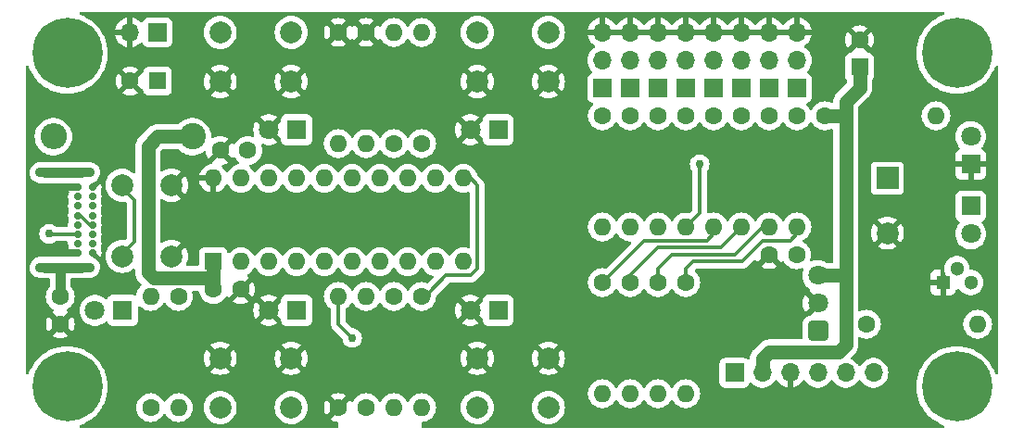
<source format=gbr>
%TF.GenerationSoftware,KiCad,Pcbnew,7.0.2-0*%
%TF.CreationDate,2023-04-26T13:01:35-04:00*%
%TF.ProjectId,UBMP430,55424d50-3433-4302-9e6b-696361645f70,3*%
%TF.SameCoordinates,Original*%
%TF.FileFunction,Copper,L1,Top*%
%TF.FilePolarity,Positive*%
%FSLAX46Y46*%
G04 Gerber Fmt 4.6, Leading zero omitted, Abs format (unit mm)*
G04 Created by KiCad (PCBNEW 7.0.2-0) date 2023-04-26 13:01:35*
%MOMM*%
%LPD*%
G01*
G04 APERTURE LIST*
G04 Aperture macros list*
%AMRoundRect*
0 Rectangle with rounded corners*
0 $1 Rounding radius*
0 $2 $3 $4 $5 $6 $7 $8 $9 X,Y pos of 4 corners*
0 Add a 4 corners polygon primitive as box body*
4,1,4,$2,$3,$4,$5,$6,$7,$8,$9,$2,$3,0*
0 Add four circle primitives for the rounded corners*
1,1,$1+$1,$2,$3*
1,1,$1+$1,$4,$5*
1,1,$1+$1,$6,$7*
1,1,$1+$1,$8,$9*
0 Add four rect primitives between the rounded corners*
20,1,$1+$1,$2,$3,$4,$5,0*
20,1,$1+$1,$4,$5,$6,$7,0*
20,1,$1+$1,$6,$7,$8,$9,0*
20,1,$1+$1,$8,$9,$2,$3,0*%
G04 Aperture macros list end*
%TA.AperFunction,ComponentPad*%
%ADD10C,1.800000*%
%TD*%
%TA.AperFunction,ComponentPad*%
%ADD11R,1.800000X1.800000*%
%TD*%
%TA.AperFunction,ComponentPad*%
%ADD12R,1.600000X1.600000*%
%TD*%
%TA.AperFunction,ComponentPad*%
%ADD13C,1.600000*%
%TD*%
%TA.AperFunction,ComponentPad*%
%ADD14C,2.400000*%
%TD*%
%TA.AperFunction,ComponentPad*%
%ADD15O,2.400000X2.400000*%
%TD*%
%TA.AperFunction,ComponentPad*%
%ADD16C,6.400000*%
%TD*%
%TA.AperFunction,ComponentPad*%
%ADD17O,1.600000X1.600000*%
%TD*%
%TA.AperFunction,ComponentPad*%
%ADD18C,2.000000*%
%TD*%
%TA.AperFunction,ComponentPad*%
%ADD19R,1.700000X1.700000*%
%TD*%
%TA.AperFunction,ComponentPad*%
%ADD20O,1.700000X1.700000*%
%TD*%
%TA.AperFunction,ComponentPad*%
%ADD21R,1.300000X1.300000*%
%TD*%
%TA.AperFunction,ComponentPad*%
%ADD22C,1.300000*%
%TD*%
%TA.AperFunction,ComponentPad*%
%ADD23C,0.700000*%
%TD*%
%TA.AperFunction,ComponentPad*%
%ADD24O,2.400000X0.900000*%
%TD*%
%TA.AperFunction,ComponentPad*%
%ADD25O,1.700000X0.900000*%
%TD*%
%TA.AperFunction,ComponentPad*%
%ADD26R,2.000000X2.000000*%
%TD*%
%TA.AperFunction,ComponentPad*%
%ADD27RoundRect,0.250200X0.649800X-0.649800X0.649800X0.649800X-0.649800X0.649800X-0.649800X-0.649800X0*%
%TD*%
%TA.AperFunction,ViaPad*%
%ADD28C,0.762000*%
%TD*%
%TA.AperFunction,Conductor*%
%ADD29C,0.635000*%
%TD*%
%TA.AperFunction,Conductor*%
%ADD30C,1.270000*%
%TD*%
%TA.AperFunction,Conductor*%
%ADD31C,0.889000*%
%TD*%
%TA.AperFunction,Conductor*%
%ADD32C,0.304800*%
%TD*%
G04 APERTURE END LIST*
D10*
%TO.P,Q1,1,C*%
%TO.N,Net-(Q1-C)*%
X187960000Y-93980000D03*
D11*
%TO.P,Q1,2,E*%
%TO.N,GND*%
X187960000Y-96520000D03*
%TD*%
D12*
%TO.P,C1,1*%
%TO.N,+5V*%
X113665000Y-88900000D03*
D13*
%TO.P,C1,2*%
%TO.N,GND*%
X111165000Y-88900000D03*
%TD*%
%TO.P,C4,1*%
%TO.N,GND*%
X104775000Y-111105000D03*
%TO.P,C4,2*%
%TO.N,Net-(J1-SHIELD)*%
X104775000Y-108605000D03*
%TD*%
D10*
%TO.P,D1,1,K*%
%TO.N,Net-(D1-K)*%
X107945000Y-109855000D03*
D11*
%TO.P,D1,2,A*%
%TO.N,Net-(D1-A)*%
X110485000Y-109855000D03*
%TD*%
D10*
%TO.P,D4,1,K*%
%TO.N,GND*%
X142240000Y-109855000D03*
D11*
%TO.P,D4,2,A*%
%TO.N,Net-(D4-A)*%
X144780000Y-109855000D03*
%TD*%
D14*
%TO.P,FB1,1*%
%TO.N,+5V*%
X116840000Y-93980000D03*
D15*
%TO.P,FB1,2*%
%TO.N,Net-(#FLG0103-pwr)*%
X104140000Y-93980000D03*
%TD*%
D16*
%TO.P,MH1,1*%
%TO.N,N/C*%
X105410000Y-86360000D03*
%TD*%
D13*
%TO.P,R6,1*%
%TO.N,Net-(U1-RB7{slash}TX{slash}CK)*%
X135255000Y-108585000D03*
D17*
%TO.P,R6,2*%
%TO.N,Net-(R6-Pad2)*%
X135255000Y-118745000D03*
%TD*%
D13*
%TO.P,R20,1*%
%TO.N,+5V*%
X132715000Y-118745000D03*
D17*
%TO.P,R20,2*%
%TO.N,Net-(Q1-C)*%
X132715000Y-108585000D03*
%TD*%
D18*
%TO.P,SW4,1,1*%
%TO.N,GND*%
X142875000Y-114245000D03*
X149375000Y-114245000D03*
%TO.P,SW4,2,2*%
%TO.N,Net-(R5-Pad2)*%
X142875000Y-118745000D03*
X149375000Y-118745000D03*
%TD*%
D13*
%TO.P,C2,1*%
%TO.N,+5V*%
X118765000Y-107950000D03*
%TO.P,C2,2*%
%TO.N,GND*%
X121265000Y-107950000D03*
%TD*%
%TO.P,C3,1*%
%TO.N,Net-(U1-Vusb3v3)*%
X121900000Y-95250000D03*
%TO.P,C3,2*%
%TO.N,GND*%
X119400000Y-95250000D03*
%TD*%
D10*
%TO.P,D3,1,K*%
%TO.N,GND*%
X142240000Y-93345000D03*
D11*
%TO.P,D3,2,A*%
%TO.N,Net-(D3-A)*%
X144780000Y-93345000D03*
%TD*%
D18*
%TO.P,SW3,1,1*%
%TO.N,GND*%
X149375000Y-88955000D03*
X142875000Y-88955000D03*
%TO.P,SW3,2,2*%
%TO.N,Net-(R4-Pad2)*%
X149375000Y-84455000D03*
X142875000Y-84455000D03*
%TD*%
D13*
%TO.P,R5,1*%
%TO.N,Net-(U1-RB6{slash}SCL{slash}SCK)*%
X137795000Y-108585000D03*
D17*
%TO.P,R5,2*%
%TO.N,Net-(R5-Pad2)*%
X137795000Y-118745000D03*
%TD*%
D16*
%TO.P,MH4,1*%
%TO.N,N/C*%
X105410000Y-116840000D03*
%TD*%
D18*
%TO.P,SW5,1,1*%
%TO.N,GND*%
X119380000Y-114245000D03*
X125880000Y-114245000D03*
%TO.P,SW5,2,2*%
%TO.N,Net-(R6-Pad2)*%
X119380000Y-118745000D03*
X125880000Y-118745000D03*
%TD*%
D13*
%TO.P,R19,1*%
%TO.N,GND*%
X130175000Y-118745000D03*
D17*
%TO.P,R19,2*%
%TO.N,Net-(U1-RA4{slash}AN3{slash}SOSCO{slash}T1G{slash}OSC2{slash}CLKOUT{slash}CLKR)*%
X130175000Y-108585000D03*
%TD*%
D13*
%TO.P,R2,1*%
%TO.N,Net-(D1-A)*%
X115570000Y-108585000D03*
D17*
%TO.P,R2,2*%
%TO.N,+5V*%
X115570000Y-118745000D03*
%TD*%
D12*
%TO.P,U1,1,VDD*%
%TO.N,+5V*%
X118745000Y-105410000D03*
D17*
%TO.P,U1,2,RA5/SOSCI/T1CKI/OSC1/CLKIN*%
%TO.N,Net-(D1-K)*%
X121285000Y-105410000D03*
%TO.P,U1,3,RA4/AN3/SOSCO/T1G/OSC2/CLKOUT/CLKR*%
%TO.N,Net-(U1-RA4{slash}AN3{slash}SOSCO{slash}T1G{slash}OSC2{slash}CLKOUT{slash}CLKR)*%
X123825000Y-105410000D03*
%TO.P,U1,4,RA3/T1G/~{SS}/~{MCLR}/Vpp*%
%TO.N,/Vpp*%
X126365000Y-105410000D03*
%TO.P,U1,5,PWM1/CWG1A/T0CKI/RC5*%
%TO.N,Net-(U1-PWM1{slash}CWG1A{slash}T0CKI{slash}RC5)*%
X128905000Y-105410000D03*
%TO.P,U1,6,CWG1B/C1OUT/C2OUT/RC4*%
%TO.N,Net-(U1-CWG1B{slash}C1OUT{slash}C2OUT{slash}RC4)*%
X131445000Y-105410000D03*
%TO.P,U1,7,CLKR/C1IN3-/C2IN3-/DACOUT2/AN7/RC3*%
%TO.N,Net-(Q1-C)*%
X133985000Y-105410000D03*
%TO.P,U1,8,~{SS}/PWM2/AN8/RC6*%
%TO.N,Net-(U1-~{SS}{slash}PWM2{slash}AN8{slash}RC6)*%
X136525000Y-105410000D03*
%TO.P,U1,9,SDO/AN9/RC7*%
%TO.N,Net-(U1-SDO{slash}AN9{slash}RC7)*%
X139065000Y-105410000D03*
%TO.P,U1,10,RB7/TX/CK*%
%TO.N,Net-(U1-RB7{slash}TX{slash}CK)*%
X141605000Y-105410000D03*
%TO.P,U1,11,RB6/SCL/SCK*%
%TO.N,Net-(U1-RB6{slash}SCL{slash}SCK)*%
X141605000Y-97790000D03*
%TO.P,U1,12,RB5/AN11/RX/DX*%
%TO.N,Net-(U1-RB5{slash}AN11{slash}RX{slash}DX)*%
X139065000Y-97790000D03*
%TO.P,U1,13,RB4/AN10/SDA/SDI*%
%TO.N,Net-(U1-RB4{slash}AN10{slash}SDA{slash}SDI)*%
X136525000Y-97790000D03*
%TO.P,U1,14,C2IN2-/C1IN2-/DACOUT1/AN6/RC2*%
%TO.N,Net-(U1-C2IN2-{slash}C1IN2-{slash}DACOUT1{slash}AN6{slash}RC2)*%
X133985000Y-97790000D03*
%TO.P,U1,15,ICSPCLK/~{CWGFLT}/C2IN-/C1IN-/AN5/RC1*%
%TO.N,Net-(H9-PGC{slash}ICSPCLK)*%
X131445000Y-97790000D03*
%TO.P,U1,16,ICSPDAT/C2IN+/C1IN+/Vref+/AN4/RC0*%
%TO.N,Net-(H9-PGD{slash}ICSPDAT)*%
X128905000Y-97790000D03*
%TO.P,U1,17,Vusb3v3*%
%TO.N,Net-(U1-Vusb3v3)*%
X126365000Y-97790000D03*
%TO.P,U1,18,RA1/D-/ICSPCLK*%
%TO.N,/D-*%
X123825000Y-97790000D03*
%TO.P,U1,19,RA0/D+/ICSPDAT*%
%TO.N,/D+*%
X121285000Y-97790000D03*
%TO.P,U1,20,VSS*%
%TO.N,GND*%
X118745000Y-97790000D03*
%TD*%
D13*
%TO.P,R13,1*%
%TO.N,Net-(H3-Pin_1)*%
X159385000Y-92075000D03*
D17*
%TO.P,R13,2*%
%TO.N,Net-(U1-C2IN2-{slash}C1IN2-{slash}DACOUT1{slash}AN6{slash}RC2)*%
X159385000Y-102235000D03*
%TD*%
D13*
%TO.P,R9,1*%
%TO.N,Net-(U1-~{SS}{slash}PWM2{slash}AN8{slash}RC6)*%
X159385000Y-107315000D03*
D17*
%TO.P,R9,2*%
%TO.N,Net-(D4-A)*%
X159385000Y-117475000D03*
%TD*%
D13*
%TO.P,R8,1*%
%TO.N,Net-(U1-PWM1{slash}CWG1A{slash}T0CKI{slash}RC5)*%
X156845000Y-107315000D03*
D17*
%TO.P,R8,2*%
%TO.N,Net-(D3-A)*%
X156845000Y-117475000D03*
%TD*%
D13*
%TO.P,R14,1*%
%TO.N,Net-(H4-Pin_1)*%
X161925000Y-92075000D03*
D17*
%TO.P,R14,2*%
%TO.N,Net-(Q1-C)*%
X161925000Y-102235000D03*
%TD*%
D13*
%TO.P,R10,1*%
%TO.N,Net-(U1-SDO{slash}AN9{slash}RC7)*%
X161925000Y-107315000D03*
D17*
%TO.P,R10,2*%
%TO.N,Net-(D5-A)*%
X161925000Y-117475000D03*
%TD*%
D13*
%TO.P,R12,1*%
%TO.N,Net-(H2-Pin_1)*%
X156845000Y-92075000D03*
D17*
%TO.P,R12,2*%
%TO.N,Net-(H9-PGC{slash}ICSPCLK)*%
X156845000Y-102235000D03*
%TD*%
D12*
%TO.P,C6,1*%
%TO.N,+5V*%
X177800000Y-87630000D03*
D13*
%TO.P,C6,2*%
%TO.N,GND*%
X177800000Y-85130000D03*
%TD*%
D19*
%TO.P,H2,1,Pin_1*%
%TO.N,Net-(H2-Pin_1)*%
X156845000Y-89535000D03*
D20*
%TO.P,H2,2,Pin_2*%
%TO.N,+5V*%
X156845000Y-86995000D03*
%TO.P,H2,3,Pin_3*%
%TO.N,GND*%
X156845000Y-84455000D03*
%TD*%
D19*
%TO.P,H4,1,Pin_1*%
%TO.N,Net-(H4-Pin_1)*%
X161925000Y-89535000D03*
D20*
%TO.P,H4,2,Pin_2*%
%TO.N,+5V*%
X161925000Y-86995000D03*
%TO.P,H4,3,Pin_3*%
%TO.N,GND*%
X161925000Y-84455000D03*
%TD*%
D19*
%TO.P,H5,1,Pin_1*%
%TO.N,Net-(H5-Pin_1)*%
X164465000Y-89535000D03*
D20*
%TO.P,H5,2,Pin_2*%
%TO.N,+5V*%
X164465000Y-86995000D03*
%TO.P,H5,3,Pin_3*%
%TO.N,GND*%
X164465000Y-84455000D03*
%TD*%
D19*
%TO.P,H6,1,Pin_1*%
%TO.N,Net-(H6-Pin_1)*%
X167005000Y-89535000D03*
D20*
%TO.P,H6,2,Pin_2*%
%TO.N,+5V*%
X167005000Y-86995000D03*
%TO.P,H6,3,Pin_3*%
%TO.N,GND*%
X167005000Y-84455000D03*
%TD*%
D19*
%TO.P,H7,1,Pin_1*%
%TO.N,Net-(H7-Pin_1)*%
X169545000Y-89535000D03*
D20*
%TO.P,H7,2,Pin_2*%
%TO.N,+5V*%
X169545000Y-86995000D03*
%TO.P,H7,3,Pin_3*%
%TO.N,GND*%
X169545000Y-84455000D03*
%TD*%
D19*
%TO.P,H8,1,Pin_1*%
%TO.N,Net-(H8-Pin_1)*%
X172085000Y-89535000D03*
D20*
%TO.P,H8,2,Pin_2*%
%TO.N,+5V*%
X172085000Y-86995000D03*
%TO.P,H8,3,Pin_3*%
%TO.N,GND*%
X172085000Y-84455000D03*
%TD*%
D21*
%TO.P,Q2,1,E*%
%TO.N,GND*%
X185420000Y-107315000D03*
D22*
%TO.P,Q2,2,B*%
%TO.N,Net-(Q2-B)*%
X186690000Y-106045000D03*
%TO.P,Q2,3,C*%
%TO.N,Net-(D6-K)*%
X187960000Y-107315000D03*
%TD*%
D16*
%TO.P,MH2,1*%
%TO.N,N/C*%
X186690000Y-86360000D03*
%TD*%
D13*
%TO.P,R4,1*%
%TO.N,Net-(U1-RB5{slash}AN11{slash}RX{slash}DX)*%
X137795000Y-94615000D03*
D17*
%TO.P,R4,2*%
%TO.N,Net-(R4-Pad2)*%
X137795000Y-84455000D03*
%TD*%
D19*
%TO.P,H3,1,Pin_1*%
%TO.N,Net-(H3-Pin_1)*%
X159385000Y-89535000D03*
D20*
%TO.P,H3,2,Pin_2*%
%TO.N,+5V*%
X159385000Y-86995000D03*
%TO.P,H3,3,Pin_3*%
%TO.N,GND*%
X159385000Y-84455000D03*
%TD*%
D23*
%TO.P,J1,A1,GND*%
%TO.N,GND*%
X107696000Y-98628200D03*
%TO.P,J1,A4,VBUS*%
%TO.N,Net-(#FLG0103-pwr)*%
X107696000Y-99478200D03*
%TO.P,J1,A5,CC1*%
%TO.N,unconnected-(J1-CC1-PadA5)*%
X107696000Y-100328200D03*
%TO.P,J1,A6,D+*%
%TO.N,/D+*%
X107696000Y-101178200D03*
%TO.P,J1,A7,D-*%
%TO.N,/D-*%
X107696000Y-102028200D03*
%TO.P,J1,A8,SBU1*%
%TO.N,unconnected-(J1-SBU1-PadA8)*%
X107696000Y-102878200D03*
%TO.P,J1,A9,VBUS*%
%TO.N,Net-(#FLG0103-pwr)*%
X107696000Y-103728200D03*
%TO.P,J1,A12,GND*%
%TO.N,GND*%
X107696000Y-104578200D03*
%TO.P,J1,B1,GND*%
X106346000Y-104578200D03*
%TO.P,J1,B4,VBUS*%
%TO.N,Net-(#FLG0103-pwr)*%
X106346000Y-103728200D03*
%TO.P,J1,B5,CC2*%
%TO.N,unconnected-(J1-CC2-PadB5)*%
X106346000Y-102878200D03*
%TO.P,J1,B6,D+*%
%TO.N,/D+*%
X106346000Y-102028200D03*
%TO.P,J1,B7,D-*%
%TO.N,/D-*%
X106346000Y-101178200D03*
%TO.P,J1,B8,SBU2*%
%TO.N,unconnected-(J1-SBU2-PadB8)*%
X106346000Y-100328200D03*
%TO.P,J1,B9,VBUS*%
%TO.N,Net-(#FLG0103-pwr)*%
X106346000Y-99478200D03*
%TO.P,J1,B12,GND*%
%TO.N,GND*%
X106346000Y-98628200D03*
D24*
%TO.P,J1,S1,SHIELD*%
%TO.N,Net-(J1-SHIELD)*%
X106716000Y-97278200D03*
D25*
X103336000Y-97278200D03*
D24*
X106716000Y-105928200D03*
D25*
X103336000Y-105928200D03*
%TD*%
D16*
%TO.P,MH3,1*%
%TO.N,N/C*%
X186690000Y-116840000D03*
%TD*%
D13*
%TO.P,R18,1*%
%TO.N,Net-(H8-Pin_1)*%
X172085000Y-92075000D03*
D17*
%TO.P,R18,2*%
%TO.N,Net-(U1-SDO{slash}AN9{slash}RC7)*%
X172085000Y-102235000D03*
%TD*%
D13*
%TO.P,R15,1*%
%TO.N,Net-(H5-Pin_1)*%
X164465000Y-92075000D03*
D17*
%TO.P,R15,2*%
%TO.N,Net-(U1-CWG1B{slash}C1OUT{slash}C2OUT{slash}RC4)*%
X164465000Y-102235000D03*
%TD*%
D13*
%TO.P,R16,1*%
%TO.N,Net-(H6-Pin_1)*%
X167005000Y-92075000D03*
D17*
%TO.P,R16,2*%
%TO.N,Net-(U1-PWM1{slash}CWG1A{slash}T0CKI{slash}RC5)*%
X167005000Y-102235000D03*
%TD*%
D13*
%TO.P,R11,1*%
%TO.N,Net-(H1-Pin_1)*%
X154305000Y-92075000D03*
D17*
%TO.P,R11,2*%
%TO.N,Net-(H9-PGD{slash}ICSPDAT)*%
X154305000Y-102235000D03*
%TD*%
D13*
%TO.P,R17,1*%
%TO.N,Net-(H7-Pin_1)*%
X169545000Y-92075000D03*
D17*
%TO.P,R17,2*%
%TO.N,Net-(U1-~{SS}{slash}PWM2{slash}AN8{slash}RC6)*%
X169545000Y-102235000D03*
%TD*%
D13*
%TO.P,R1,1*%
%TO.N,Net-(R1-Pad1)*%
X113030000Y-118745000D03*
D17*
%TO.P,R1,2*%
%TO.N,/Vpp*%
X113030000Y-108585000D03*
%TD*%
D10*
%TO.P,D5,1,K*%
%TO.N,GND*%
X123825000Y-109855000D03*
D11*
%TO.P,D5,2,A*%
%TO.N,Net-(D5-A)*%
X126365000Y-109855000D03*
%TD*%
D13*
%TO.P,R22,1*%
%TO.N,+5V*%
X174625000Y-92075000D03*
D17*
%TO.P,R22,2*%
%TO.N,Net-(D6-A)*%
X184785000Y-92075000D03*
%TD*%
D26*
%TO.P,LS1,1,1*%
%TO.N,Net-(U1-RA4{slash}AN3{slash}SOSCO{slash}T1G{slash}OSC2{slash}CLKOUT{slash}CLKR)*%
X180340000Y-97790000D03*
D18*
%TO.P,LS1,2,2*%
%TO.N,GND*%
X180340000Y-102790000D03*
%TD*%
D27*
%TO.P,U2,1,OUT*%
%TO.N,Net-(U1-C2IN2-{slash}C1IN2-{slash}DACOUT1{slash}AN6{slash}RC2)*%
X173990000Y-111760000D03*
D10*
%TO.P,U2,2,GND*%
%TO.N,GND*%
X173990000Y-109220000D03*
%TO.P,U2,3,Vs*%
%TO.N,+5V*%
X173990000Y-106680000D03*
%TD*%
D13*
%TO.P,R21,1*%
%TO.N,Net-(U1-PWM1{slash}CWG1A{slash}T0CKI{slash}RC5)*%
X178435000Y-111125000D03*
D17*
%TO.P,R21,2*%
%TO.N,Net-(Q2-B)*%
X188595000Y-111125000D03*
%TD*%
D13*
%TO.P,R7,1*%
%TO.N,Net-(U1-CWG1B{slash}C1OUT{slash}C2OUT{slash}RC4)*%
X154305000Y-107315000D03*
D17*
%TO.P,R7,2*%
%TO.N,Net-(D2-A)*%
X154305000Y-117475000D03*
%TD*%
D19*
%TO.P,H9,1,~{MCLR}/VPP*%
%TO.N,/Vpp*%
X166370000Y-115570000D03*
D20*
%TO.P,H9,2,VDD*%
%TO.N,+5V*%
X168910000Y-115570000D03*
%TO.P,H9,3,VSS*%
%TO.N,GND*%
X171450000Y-115570000D03*
%TO.P,H9,4,PGD/ICSPDAT*%
%TO.N,Net-(H9-PGD{slash}ICSPDAT)*%
X173990000Y-115570000D03*
%TO.P,H9,5,PGC/ICSPCLK*%
%TO.N,Net-(H9-PGC{slash}ICSPCLK)*%
X176530000Y-115570000D03*
%TO.P,H9,6,PGM/LVP*%
%TO.N,unconnected-(H9-PGM{slash}LVP-Pad6)*%
X179070000Y-115570000D03*
%TD*%
D10*
%TO.P,D6,1,K*%
%TO.N,Net-(D6-K)*%
X187960000Y-102870000D03*
D11*
%TO.P,D6,2,A*%
%TO.N,Net-(D6-A)*%
X187960000Y-100330000D03*
%TD*%
D19*
%TO.P,H1,1,Pin_1*%
%TO.N,Net-(H1-Pin_1)*%
X154305000Y-89535000D03*
D20*
%TO.P,H1,2,Pin_2*%
%TO.N,+5V*%
X154305000Y-86995000D03*
%TO.P,H1,3,Pin_3*%
%TO.N,GND*%
X154305000Y-84455000D03*
%TD*%
D13*
%TO.P,C5,1*%
%TO.N,+5V*%
X172045000Y-104775000D03*
%TO.P,C5,2*%
%TO.N,GND*%
X169545000Y-104775000D03*
%TD*%
%TO.P,R3,1*%
%TO.N,Net-(U1-RB4{slash}AN10{slash}SDA{slash}SDI)*%
X135255000Y-94615000D03*
D17*
%TO.P,R3,2*%
%TO.N,Net-(R3-Pad2)*%
X135255000Y-84455000D03*
%TD*%
D10*
%TO.P,D2,1,K*%
%TO.N,GND*%
X123825000Y-93345000D03*
D11*
%TO.P,D2,2,A*%
%TO.N,Net-(D2-A)*%
X126365000Y-93345000D03*
%TD*%
D18*
%TO.P,SW2,1,1*%
%TO.N,GND*%
X125880000Y-88955000D03*
X119380000Y-88955000D03*
%TO.P,SW2,2,2*%
%TO.N,Net-(R3-Pad2)*%
X125880000Y-84455000D03*
X119380000Y-84455000D03*
%TD*%
%TO.P,SW1,1,1*%
%TO.N,GND*%
X114935000Y-98425000D03*
X114935000Y-104925000D03*
%TO.P,SW1,2,2*%
%TO.N,Net-(R1-Pad1)*%
X110435000Y-98425000D03*
X110435000Y-104925000D03*
%TD*%
D19*
%TO.P,BT1,1,+*%
%TO.N,+5V*%
X113665000Y-84455000D03*
D20*
%TO.P,BT1,2,-*%
%TO.N,GND*%
X111125000Y-84455000D03*
%TD*%
D13*
%TO.P,R23,1*%
%TO.N,GND*%
X130175000Y-84455000D03*
D17*
%TO.P,R23,2*%
%TO.N,unconnected-(J1-CC1-PadA5)*%
X130175000Y-94615000D03*
%TD*%
D13*
%TO.P,R24,1*%
%TO.N,GND*%
X132715000Y-84455000D03*
D17*
%TO.P,R24,2*%
%TO.N,unconnected-(J1-CC2-PadB5)*%
X132715000Y-94615000D03*
%TD*%
D28*
%TO.N,unconnected-(J1-CC2-PadB5)*%
X103759000Y-102870000D03*
%TO.N,Net-(U1-RA4{slash}AN3{slash}SOSCO{slash}T1G{slash}OSC2{slash}CLKOUT{slash}CLKR)*%
X131445000Y-112395000D03*
%TO.N,Net-(Q1-C)*%
X163195000Y-96520000D03*
%TD*%
D29*
%TO.N,GND*%
X102292200Y-104578200D02*
X106346000Y-104578200D01*
X102285800Y-98628200D02*
X102235000Y-98679000D01*
X102235000Y-104521000D02*
X102292200Y-104578200D01*
X106327000Y-104597200D02*
X106346000Y-104578200D01*
X102235000Y-98679000D02*
X102235000Y-104521000D01*
X106346000Y-98628200D02*
X102285800Y-98628200D01*
D30*
%TO.N,+5V*%
X176530000Y-106680000D02*
X173990000Y-106680000D01*
X176530000Y-106680000D02*
X176530000Y-113030000D01*
X116840000Y-93980000D02*
X113665000Y-93980000D01*
X176530000Y-92075000D02*
X176530000Y-106680000D01*
X176530000Y-113030000D02*
X175895000Y-113665000D01*
X175895000Y-113665000D02*
X169545000Y-113665000D01*
X113284000Y-106934000D02*
X118745000Y-106934000D01*
X112776000Y-94869000D02*
X112776000Y-106426000D01*
X177800000Y-89535000D02*
X176530000Y-90805000D01*
X113665000Y-93980000D02*
X112776000Y-94869000D01*
X176530000Y-92075000D02*
X174625000Y-92075000D01*
X168910000Y-114300000D02*
X168910000Y-115570000D01*
X177800000Y-87630000D02*
X177800000Y-89535000D01*
X118745000Y-107930000D02*
X118765000Y-107950000D01*
X118745000Y-106934000D02*
X118745000Y-105410000D01*
X169545000Y-113665000D02*
X168910000Y-114300000D01*
X112776000Y-106426000D02*
X113284000Y-106934000D01*
X176530000Y-90805000D02*
X176530000Y-92075000D01*
X118745000Y-106934000D02*
X118745000Y-107930000D01*
D31*
%TO.N,Net-(J1-SHIELD)*%
X106716000Y-97278200D02*
X103336000Y-97278200D01*
X103336000Y-105928200D02*
X104775000Y-105928200D01*
X104775000Y-108605000D02*
X104775000Y-105928200D01*
X104775000Y-105928200D02*
X106716000Y-105928200D01*
D32*
%TO.N,Net-(R1-Pad1)*%
X111506000Y-99750000D02*
X111506000Y-103600000D01*
X111506000Y-103600000D02*
X110181000Y-104925000D01*
X110181000Y-98425000D02*
X111506000Y-99750000D01*
%TO.N,/D-*%
X106613800Y-101178200D02*
X106346000Y-101178200D01*
X107463800Y-102028200D02*
X106613800Y-101178200D01*
X107696000Y-102028200D02*
X107463800Y-102028200D01*
%TO.N,unconnected-(J1-CC2-PadB5)*%
X106346000Y-102878200D02*
X103767200Y-102878200D01*
X103767200Y-102878200D02*
X103759000Y-102870000D01*
%TO.N,Net-(U1-RA4{slash}AN3{slash}SOSCO{slash}T1G{slash}OSC2{slash}CLKOUT{slash}CLKR)*%
X130175000Y-111125000D02*
X130175000Y-108585000D01*
X131445000Y-112395000D02*
X130175000Y-111125000D01*
%TO.N,Net-(Q1-C)*%
X163195000Y-100965000D02*
X163195000Y-96520000D01*
X161925000Y-102235000D02*
X163195000Y-100965000D01*
%TO.N,Net-(U1-RB6{slash}SCL{slash}SCK)*%
X142875000Y-106045000D02*
X142240000Y-106680000D01*
X141605000Y-97790000D02*
X142240000Y-97790000D01*
X140017500Y-106680000D02*
X138430000Y-108267500D01*
X142240000Y-97790000D02*
X142875000Y-98425000D01*
X142240000Y-106680000D02*
X140017500Y-106680000D01*
X138430000Y-108267500D02*
X138430000Y-108585000D01*
X142875000Y-98425000D02*
X142875000Y-106045000D01*
%TO.N,Net-(U1-CWG1B{slash}C1OUT{slash}C2OUT{slash}RC4)*%
X164465000Y-102235000D02*
X164465000Y-102870000D01*
X158115000Y-103505000D02*
X154305000Y-107315000D01*
X164465000Y-102870000D02*
X163830000Y-103505000D01*
X163830000Y-103505000D02*
X158115000Y-103505000D01*
%TO.N,Net-(U1-PWM1{slash}CWG1A{slash}T0CKI{slash}RC5)*%
X165100000Y-104140000D02*
X159385000Y-104140000D01*
X167005000Y-102235000D02*
X165100000Y-104140000D01*
X156845000Y-106680000D02*
X156845000Y-107315000D01*
X159385000Y-104140000D02*
X156845000Y-106680000D01*
%TO.N,Net-(U1-~{SS}{slash}PWM2{slash}AN8{slash}RC6)*%
X168910000Y-102235000D02*
X166370000Y-104775000D01*
X160655000Y-104775000D02*
X159385000Y-106045000D01*
X169545000Y-102235000D02*
X168910000Y-102235000D01*
X166370000Y-104775000D02*
X160655000Y-104775000D01*
X159385000Y-106045000D02*
X159385000Y-107315000D01*
%TO.N,Net-(U1-SDO{slash}AN9{slash}RC7)*%
X172085000Y-102235000D02*
X172085000Y-102870000D01*
X167072473Y-105410000D02*
X162560000Y-105410000D01*
X168977473Y-103505000D02*
X167072473Y-105410000D01*
X162560000Y-105410000D02*
X161925000Y-106045000D01*
X171450000Y-103505000D02*
X168977473Y-103505000D01*
X172085000Y-102870000D02*
X171450000Y-103505000D01*
X161925000Y-106045000D02*
X161925000Y-107315000D01*
%TD*%
%TA.AperFunction,Conductor*%
%TO.N,GND*%
G36*
X156385507Y-84245156D02*
G01*
X156345000Y-84383111D01*
X156345000Y-84526889D01*
X156385507Y-84664844D01*
X156413884Y-84709000D01*
X154736116Y-84709000D01*
X154764493Y-84664844D01*
X154805000Y-84526889D01*
X154805000Y-84383111D01*
X154764493Y-84245156D01*
X154736116Y-84201000D01*
X156413884Y-84201000D01*
X156385507Y-84245156D01*
G37*
%TD.AperFunction*%
%TA.AperFunction,Conductor*%
G36*
X158925507Y-84245156D02*
G01*
X158885000Y-84383111D01*
X158885000Y-84526889D01*
X158925507Y-84664844D01*
X158953884Y-84709000D01*
X157276116Y-84709000D01*
X157304493Y-84664844D01*
X157345000Y-84526889D01*
X157345000Y-84383111D01*
X157304493Y-84245156D01*
X157276116Y-84201000D01*
X158953884Y-84201000D01*
X158925507Y-84245156D01*
G37*
%TD.AperFunction*%
%TA.AperFunction,Conductor*%
G36*
X161465507Y-84245156D02*
G01*
X161425000Y-84383111D01*
X161425000Y-84526889D01*
X161465507Y-84664844D01*
X161493884Y-84709000D01*
X159816116Y-84709000D01*
X159844493Y-84664844D01*
X159885000Y-84526889D01*
X159885000Y-84383111D01*
X159844493Y-84245156D01*
X159816116Y-84201000D01*
X161493884Y-84201000D01*
X161465507Y-84245156D01*
G37*
%TD.AperFunction*%
%TA.AperFunction,Conductor*%
G36*
X164005507Y-84245156D02*
G01*
X163965000Y-84383111D01*
X163965000Y-84526889D01*
X164005507Y-84664844D01*
X164033884Y-84709000D01*
X162356116Y-84709000D01*
X162384493Y-84664844D01*
X162425000Y-84526889D01*
X162425000Y-84383111D01*
X162384493Y-84245156D01*
X162356116Y-84201000D01*
X164033884Y-84201000D01*
X164005507Y-84245156D01*
G37*
%TD.AperFunction*%
%TA.AperFunction,Conductor*%
G36*
X166545507Y-84245156D02*
G01*
X166505000Y-84383111D01*
X166505000Y-84526889D01*
X166545507Y-84664844D01*
X166573884Y-84709000D01*
X164896116Y-84709000D01*
X164924493Y-84664844D01*
X164965000Y-84526889D01*
X164965000Y-84383111D01*
X164924493Y-84245156D01*
X164896116Y-84201000D01*
X166573884Y-84201000D01*
X166545507Y-84245156D01*
G37*
%TD.AperFunction*%
%TA.AperFunction,Conductor*%
G36*
X169085507Y-84245156D02*
G01*
X169045000Y-84383111D01*
X169045000Y-84526889D01*
X169085507Y-84664844D01*
X169113884Y-84709000D01*
X167436116Y-84709000D01*
X167464493Y-84664844D01*
X167505000Y-84526889D01*
X167505000Y-84383111D01*
X167464493Y-84245156D01*
X167436116Y-84201000D01*
X169113884Y-84201000D01*
X169085507Y-84245156D01*
G37*
%TD.AperFunction*%
%TA.AperFunction,Conductor*%
G36*
X171625507Y-84245156D02*
G01*
X171585000Y-84383111D01*
X171585000Y-84526889D01*
X171625507Y-84664844D01*
X171653884Y-84709000D01*
X169976116Y-84709000D01*
X170004493Y-84664844D01*
X170045000Y-84526889D01*
X170045000Y-84383111D01*
X170004493Y-84245156D01*
X169976116Y-84201000D01*
X171653884Y-84201000D01*
X171625507Y-84245156D01*
G37*
%TD.AperFunction*%
%TA.AperFunction,Conductor*%
G36*
X115579207Y-95143502D02*
G01*
X115596784Y-95157132D01*
X115771781Y-95319505D01*
X115771783Y-95319506D01*
X115771785Y-95319508D01*
X115782366Y-95326722D01*
X115983355Y-95463754D01*
X116033796Y-95488045D01*
X116214064Y-95574858D01*
X116268635Y-95591690D01*
X116458757Y-95650335D01*
X116711966Y-95688500D01*
X116711968Y-95688500D01*
X116968032Y-95688500D01*
X116968034Y-95688500D01*
X117221243Y-95650335D01*
X117465935Y-95574858D01*
X117696646Y-95463754D01*
X117904930Y-95321747D01*
X117972480Y-95299901D01*
X118041119Y-95318042D01*
X118089054Y-95370413D01*
X118101427Y-95414872D01*
X118106949Y-95477994D01*
X118166186Y-95699070D01*
X118262912Y-95906497D01*
X118312900Y-95977888D01*
X119001272Y-95289516D01*
X119014835Y-95375148D01*
X119072359Y-95488045D01*
X119161955Y-95577641D01*
X119274852Y-95635165D01*
X119360482Y-95648727D01*
X118672110Y-96337099D01*
X118673829Y-96356750D01*
X118659839Y-96426355D01*
X118610439Y-96477346D01*
X118559291Y-96493250D01*
X118517005Y-96496949D01*
X118295929Y-96556186D01*
X118088501Y-96652912D01*
X117901018Y-96784189D01*
X117739189Y-96946018D01*
X117607912Y-97133501D01*
X117511186Y-97340929D01*
X117458917Y-97536000D01*
X118433314Y-97536000D01*
X118417359Y-97551955D01*
X118359835Y-97664852D01*
X118340014Y-97790000D01*
X118359835Y-97915148D01*
X118417359Y-98028045D01*
X118433314Y-98044000D01*
X117458918Y-98044000D01*
X117511186Y-98239070D01*
X117607912Y-98446498D01*
X117739189Y-98633981D01*
X117901018Y-98795810D01*
X118088501Y-98927087D01*
X118295929Y-99023813D01*
X118491000Y-99076082D01*
X118491000Y-98101686D01*
X118506955Y-98117641D01*
X118619852Y-98175165D01*
X118713519Y-98190000D01*
X118776481Y-98190000D01*
X118870148Y-98175165D01*
X118983045Y-98117641D01*
X118999000Y-98101686D01*
X118999000Y-99076081D01*
X119194070Y-99023813D01*
X119401498Y-98927087D01*
X119588981Y-98795810D01*
X119750810Y-98633981D01*
X119882088Y-98446497D01*
X119900529Y-98406951D01*
X119947446Y-98353665D01*
X120015723Y-98334204D01*
X120083683Y-98354745D01*
X120128919Y-98406951D01*
X120147476Y-98446748D01*
X120278804Y-98634303D01*
X120440696Y-98796195D01*
X120440699Y-98796197D01*
X120440700Y-98796198D01*
X120496499Y-98835269D01*
X120628249Y-98927522D01*
X120835756Y-99024284D01*
X120880246Y-99036205D01*
X121056913Y-99083543D01*
X121285000Y-99103498D01*
X121513087Y-99083543D01*
X121734243Y-99024284D01*
X121941749Y-98927523D01*
X122129300Y-98796198D01*
X122291198Y-98634300D01*
X122422523Y-98446749D01*
X122440804Y-98407543D01*
X122487722Y-98354257D01*
X122555999Y-98334796D01*
X122623959Y-98355337D01*
X122669195Y-98407543D01*
X122687476Y-98446748D01*
X122818804Y-98634303D01*
X122980696Y-98796195D01*
X122980699Y-98796197D01*
X122980700Y-98796198D01*
X123036499Y-98835269D01*
X123168249Y-98927522D01*
X123375756Y-99024284D01*
X123420246Y-99036205D01*
X123596913Y-99083543D01*
X123825000Y-99103498D01*
X124053087Y-99083543D01*
X124274243Y-99024284D01*
X124481749Y-98927523D01*
X124669300Y-98796198D01*
X124831198Y-98634300D01*
X124962523Y-98446749D01*
X124980804Y-98407543D01*
X125027722Y-98354257D01*
X125095999Y-98334796D01*
X125163959Y-98355337D01*
X125209195Y-98407543D01*
X125227476Y-98446748D01*
X125358804Y-98634303D01*
X125520696Y-98796195D01*
X125520699Y-98796197D01*
X125520700Y-98796198D01*
X125576499Y-98835269D01*
X125708249Y-98927522D01*
X125915756Y-99024284D01*
X125960246Y-99036205D01*
X126136913Y-99083543D01*
X126365000Y-99103498D01*
X126593087Y-99083543D01*
X126814243Y-99024284D01*
X127021749Y-98927523D01*
X127209300Y-98796198D01*
X127371198Y-98634300D01*
X127502523Y-98446749D01*
X127520804Y-98407543D01*
X127567722Y-98354257D01*
X127635999Y-98334796D01*
X127703959Y-98355337D01*
X127749195Y-98407543D01*
X127767476Y-98446748D01*
X127898804Y-98634303D01*
X128060696Y-98796195D01*
X128060699Y-98796197D01*
X128060700Y-98796198D01*
X128116499Y-98835269D01*
X128248249Y-98927522D01*
X128455756Y-99024284D01*
X128500246Y-99036205D01*
X128676913Y-99083543D01*
X128905000Y-99103498D01*
X129133087Y-99083543D01*
X129354243Y-99024284D01*
X129561749Y-98927523D01*
X129749300Y-98796198D01*
X129911198Y-98634300D01*
X130042523Y-98446749D01*
X130060804Y-98407543D01*
X130107722Y-98354257D01*
X130175999Y-98334796D01*
X130243959Y-98355337D01*
X130289195Y-98407543D01*
X130307476Y-98446748D01*
X130438804Y-98634303D01*
X130600696Y-98796195D01*
X130600699Y-98796197D01*
X130600700Y-98796198D01*
X130656499Y-98835269D01*
X130788249Y-98927522D01*
X130995756Y-99024284D01*
X131040246Y-99036205D01*
X131216913Y-99083543D01*
X131445000Y-99103498D01*
X131673087Y-99083543D01*
X131894243Y-99024284D01*
X132101749Y-98927523D01*
X132289300Y-98796198D01*
X132451198Y-98634300D01*
X132582523Y-98446749D01*
X132600804Y-98407543D01*
X132647722Y-98354257D01*
X132715999Y-98334796D01*
X132783959Y-98355337D01*
X132829195Y-98407543D01*
X132847476Y-98446748D01*
X132978804Y-98634303D01*
X133140696Y-98796195D01*
X133140699Y-98796197D01*
X133140700Y-98796198D01*
X133196499Y-98835269D01*
X133328249Y-98927522D01*
X133535756Y-99024284D01*
X133580246Y-99036205D01*
X133756913Y-99083543D01*
X133985000Y-99103498D01*
X134213087Y-99083543D01*
X134434243Y-99024284D01*
X134641749Y-98927523D01*
X134829300Y-98796198D01*
X134991198Y-98634300D01*
X135122523Y-98446749D01*
X135140804Y-98407543D01*
X135187722Y-98354257D01*
X135255999Y-98334796D01*
X135323959Y-98355337D01*
X135369195Y-98407543D01*
X135387476Y-98446748D01*
X135518804Y-98634303D01*
X135680696Y-98796195D01*
X135680699Y-98796197D01*
X135680700Y-98796198D01*
X135736499Y-98835269D01*
X135868249Y-98927522D01*
X136075756Y-99024284D01*
X136120246Y-99036205D01*
X136296913Y-99083543D01*
X136525000Y-99103498D01*
X136753087Y-99083543D01*
X136974243Y-99024284D01*
X137181749Y-98927523D01*
X137369300Y-98796198D01*
X137531198Y-98634300D01*
X137662523Y-98446749D01*
X137680804Y-98407543D01*
X137727722Y-98354257D01*
X137795999Y-98334796D01*
X137863959Y-98355337D01*
X137909195Y-98407543D01*
X137927476Y-98446748D01*
X138058804Y-98634303D01*
X138220696Y-98796195D01*
X138220699Y-98796197D01*
X138220700Y-98796198D01*
X138276499Y-98835269D01*
X138408249Y-98927522D01*
X138615756Y-99024284D01*
X138660246Y-99036205D01*
X138836913Y-99083543D01*
X139065000Y-99103498D01*
X139293087Y-99083543D01*
X139514243Y-99024284D01*
X139721749Y-98927523D01*
X139909300Y-98796198D01*
X140071198Y-98634300D01*
X140202523Y-98446749D01*
X140220804Y-98407543D01*
X140267722Y-98354257D01*
X140335999Y-98334796D01*
X140403959Y-98355337D01*
X140449195Y-98407543D01*
X140467476Y-98446748D01*
X140598804Y-98634303D01*
X140760696Y-98796195D01*
X140760699Y-98796197D01*
X140760700Y-98796198D01*
X140816499Y-98835269D01*
X140948249Y-98927522D01*
X141155756Y-99024284D01*
X141200246Y-99036205D01*
X141376913Y-99083543D01*
X141605000Y-99103498D01*
X141833087Y-99083543D01*
X142054243Y-99024284D01*
X142054245Y-99024283D01*
X142055488Y-99023950D01*
X142126465Y-99025639D01*
X142185261Y-99065432D01*
X142213209Y-99130697D01*
X142214100Y-99145656D01*
X142214100Y-104054342D01*
X142194098Y-104122463D01*
X142140442Y-104168956D01*
X142070168Y-104179060D01*
X142055489Y-104176049D01*
X141833087Y-104116457D01*
X141605000Y-104096502D01*
X141376912Y-104116457D01*
X141155756Y-104175715D01*
X140948249Y-104272477D01*
X140760696Y-104403804D01*
X140598804Y-104565696D01*
X140467477Y-104753250D01*
X140449195Y-104792457D01*
X140402278Y-104845742D01*
X140334000Y-104865203D01*
X140266040Y-104844661D01*
X140220805Y-104792457D01*
X140214157Y-104778200D01*
X140202523Y-104753251D01*
X140071198Y-104565700D01*
X140071196Y-104565698D01*
X140071195Y-104565696D01*
X139909303Y-104403804D01*
X139721750Y-104272477D01*
X139514243Y-104175715D01*
X139293087Y-104116457D01*
X139065000Y-104096502D01*
X138836912Y-104116457D01*
X138615756Y-104175715D01*
X138408249Y-104272477D01*
X138220696Y-104403804D01*
X138058804Y-104565696D01*
X137927477Y-104753250D01*
X137909195Y-104792457D01*
X137862278Y-104845742D01*
X137794000Y-104865203D01*
X137726040Y-104844661D01*
X137680805Y-104792457D01*
X137674157Y-104778200D01*
X137662523Y-104753251D01*
X137531198Y-104565700D01*
X137531196Y-104565698D01*
X137531195Y-104565696D01*
X137369303Y-104403804D01*
X137181750Y-104272477D01*
X136974243Y-104175715D01*
X136753087Y-104116457D01*
X136726146Y-104114100D01*
X136525000Y-104096502D01*
X136524999Y-104096502D01*
X136296912Y-104116457D01*
X136075756Y-104175715D01*
X135868249Y-104272477D01*
X135680696Y-104403804D01*
X135518804Y-104565696D01*
X135387477Y-104753250D01*
X135369195Y-104792457D01*
X135322278Y-104845742D01*
X135254000Y-104865203D01*
X135186040Y-104844661D01*
X135140805Y-104792457D01*
X135134157Y-104778200D01*
X135122523Y-104753251D01*
X134991198Y-104565700D01*
X134991196Y-104565698D01*
X134991195Y-104565696D01*
X134829303Y-104403804D01*
X134641750Y-104272477D01*
X134434243Y-104175715D01*
X134213087Y-104116457D01*
X134186146Y-104114100D01*
X133985000Y-104096502D01*
X133984999Y-104096502D01*
X133756912Y-104116457D01*
X133535756Y-104175715D01*
X133328249Y-104272477D01*
X133140696Y-104403804D01*
X132978804Y-104565696D01*
X132847477Y-104753250D01*
X132829195Y-104792457D01*
X132782278Y-104845742D01*
X132714000Y-104865203D01*
X132646040Y-104844661D01*
X132600805Y-104792457D01*
X132594157Y-104778200D01*
X132582523Y-104753251D01*
X132451198Y-104565700D01*
X132451196Y-104565698D01*
X132451195Y-104565696D01*
X132289303Y-104403804D01*
X132101750Y-104272477D01*
X131894243Y-104175715D01*
X131673087Y-104116457D01*
X131445000Y-104096502D01*
X131216912Y-104116457D01*
X130995756Y-104175715D01*
X130788249Y-104272477D01*
X130600696Y-104403804D01*
X130438804Y-104565696D01*
X130307477Y-104753250D01*
X130289195Y-104792457D01*
X130242278Y-104845742D01*
X130174000Y-104865203D01*
X130106040Y-104844661D01*
X130060805Y-104792457D01*
X130054157Y-104778200D01*
X130042523Y-104753251D01*
X129911198Y-104565700D01*
X129911196Y-104565698D01*
X129911195Y-104565696D01*
X129749303Y-104403804D01*
X129561750Y-104272477D01*
X129354243Y-104175715D01*
X129133087Y-104116457D01*
X129106146Y-104114100D01*
X128905000Y-104096502D01*
X128904999Y-104096502D01*
X128676912Y-104116457D01*
X128455756Y-104175715D01*
X128248249Y-104272477D01*
X128060696Y-104403804D01*
X127898804Y-104565696D01*
X127767477Y-104753250D01*
X127749195Y-104792457D01*
X127702278Y-104845742D01*
X127634000Y-104865203D01*
X127566040Y-104844661D01*
X127520805Y-104792457D01*
X127514157Y-104778200D01*
X127502523Y-104753251D01*
X127371198Y-104565700D01*
X127371196Y-104565698D01*
X127371195Y-104565696D01*
X127209303Y-104403804D01*
X127021750Y-104272477D01*
X126814243Y-104175715D01*
X126593087Y-104116457D01*
X126566146Y-104114100D01*
X126365000Y-104096502D01*
X126364999Y-104096502D01*
X126136912Y-104116457D01*
X125915756Y-104175715D01*
X125708249Y-104272477D01*
X125520696Y-104403804D01*
X125358804Y-104565696D01*
X125227477Y-104753250D01*
X125209195Y-104792457D01*
X125162278Y-104845742D01*
X125094000Y-104865203D01*
X125026040Y-104844661D01*
X124980805Y-104792457D01*
X124974157Y-104778200D01*
X124962523Y-104753251D01*
X124831198Y-104565700D01*
X124831196Y-104565698D01*
X124831195Y-104565696D01*
X124669303Y-104403804D01*
X124481750Y-104272477D01*
X124274243Y-104175715D01*
X124053087Y-104116457D01*
X124026146Y-104114100D01*
X123825000Y-104096502D01*
X123824999Y-104096502D01*
X123596912Y-104116457D01*
X123375756Y-104175715D01*
X123168249Y-104272477D01*
X122980696Y-104403804D01*
X122818804Y-104565696D01*
X122687477Y-104753250D01*
X122669195Y-104792457D01*
X122622278Y-104845742D01*
X122554000Y-104865203D01*
X122486040Y-104844661D01*
X122440805Y-104792457D01*
X122434157Y-104778200D01*
X122422523Y-104753251D01*
X122291198Y-104565700D01*
X122291196Y-104565698D01*
X122291195Y-104565696D01*
X122129303Y-104403804D01*
X121941750Y-104272477D01*
X121734243Y-104175715D01*
X121513087Y-104116457D01*
X121285000Y-104096502D01*
X121056912Y-104116457D01*
X120835756Y-104175715D01*
X120628249Y-104272477D01*
X120440696Y-104403804D01*
X120278802Y-104565698D01*
X120276487Y-104569005D01*
X120271550Y-104572950D01*
X120271007Y-104573494D01*
X120270946Y-104573433D01*
X120221028Y-104613331D01*
X120150409Y-104620637D01*
X120087050Y-104588604D01*
X120051067Y-104527401D01*
X120047999Y-104510197D01*
X120046989Y-104500799D01*
X119995889Y-104363796D01*
X119995888Y-104363794D01*
X119908261Y-104246738D01*
X119791205Y-104159111D01*
X119722702Y-104133561D01*
X119654201Y-104108011D01*
X119593638Y-104101500D01*
X117896362Y-104101500D01*
X117893013Y-104101859D01*
X117893013Y-104101860D01*
X117835799Y-104108011D01*
X117698794Y-104159111D01*
X117581738Y-104246738D01*
X117494111Y-104363794D01*
X117462943Y-104447359D01*
X117443011Y-104500799D01*
X117436500Y-104561362D01*
X117436500Y-104564729D01*
X117436500Y-104564730D01*
X117436500Y-105664500D01*
X117416498Y-105732621D01*
X117362842Y-105779114D01*
X117310500Y-105790500D01*
X116397319Y-105790500D01*
X116329198Y-105770498D01*
X116282705Y-105716842D01*
X116272601Y-105646568D01*
X116280910Y-105616282D01*
X116373627Y-105392440D01*
X116429039Y-105161633D01*
X116447662Y-104924999D01*
X116429039Y-104688366D01*
X116373627Y-104457559D01*
X116282791Y-104238261D01*
X116168102Y-104051107D01*
X116168100Y-104051107D01*
X115461902Y-104757305D01*
X115458116Y-104739085D01*
X115388558Y-104604844D01*
X115285362Y-104494348D01*
X115156181Y-104415791D01*
X115100577Y-104400211D01*
X115808891Y-103691898D01*
X115808891Y-103691896D01*
X115621738Y-103577208D01*
X115402440Y-103486372D01*
X115171633Y-103430960D01*
X114934999Y-103412337D01*
X114698366Y-103430960D01*
X114467559Y-103486372D01*
X114248266Y-103577206D01*
X114111335Y-103661118D01*
X114042801Y-103679656D01*
X113975125Y-103658200D01*
X113929792Y-103603560D01*
X113919500Y-103553685D01*
X113919500Y-99796314D01*
X113939502Y-99728193D01*
X113993158Y-99681700D01*
X114063432Y-99671596D01*
X114111335Y-99688882D01*
X114248261Y-99772791D01*
X114467559Y-99863627D01*
X114698366Y-99919039D01*
X114934999Y-99937662D01*
X115171633Y-99919039D01*
X115402440Y-99863627D01*
X115621738Y-99772791D01*
X115808891Y-99658102D01*
X115808892Y-99658101D01*
X115102625Y-98951834D01*
X115223458Y-98899349D01*
X115340739Y-98803934D01*
X115427928Y-98680415D01*
X115459837Y-98590628D01*
X116168101Y-99298892D01*
X116168102Y-99298891D01*
X116282791Y-99111738D01*
X116373627Y-98892440D01*
X116429039Y-98661633D01*
X116447662Y-98424999D01*
X116429039Y-98188366D01*
X116373627Y-97957559D01*
X116282791Y-97738261D01*
X116168102Y-97551107D01*
X116168101Y-97551107D01*
X115461902Y-98257306D01*
X115458116Y-98239085D01*
X115388558Y-98104844D01*
X115285362Y-97994348D01*
X115156181Y-97915791D01*
X115100577Y-97900211D01*
X115808891Y-97191898D01*
X115808891Y-97191896D01*
X115621738Y-97077208D01*
X115402440Y-96986372D01*
X115171633Y-96930960D01*
X114935000Y-96912337D01*
X114698366Y-96930960D01*
X114467559Y-96986372D01*
X114248266Y-97077206D01*
X114111335Y-97161118D01*
X114042801Y-97179656D01*
X113975125Y-97158200D01*
X113929792Y-97103560D01*
X113919500Y-97053685D01*
X113919500Y-95394843D01*
X113939502Y-95326722D01*
X113956405Y-95305748D01*
X114101748Y-95160405D01*
X114164060Y-95126379D01*
X114190843Y-95123500D01*
X115511086Y-95123500D01*
X115579207Y-95143502D01*
G37*
%TD.AperFunction*%
%TA.AperFunction,Conductor*%
G36*
X120487097Y-95977888D02*
G01*
X120487099Y-95977888D01*
X120543411Y-95897468D01*
X120545274Y-95898772D01*
X120582446Y-95856556D01*
X120650723Y-95837095D01*
X120718683Y-95857637D01*
X120754448Y-95898912D01*
X120756154Y-95897719D01*
X120893804Y-96094303D01*
X121055696Y-96256195D01*
X121082855Y-96275212D01*
X121127183Y-96330669D01*
X121134492Y-96401288D01*
X121102461Y-96464649D01*
X121043196Y-96500132D01*
X120835755Y-96555716D01*
X120628249Y-96652477D01*
X120440696Y-96783804D01*
X120278804Y-96945696D01*
X120147477Y-97133250D01*
X120128919Y-97173049D01*
X120082002Y-97226334D01*
X120013724Y-97245795D01*
X119945764Y-97225253D01*
X119900529Y-97173049D01*
X119882087Y-97133501D01*
X119750810Y-96946018D01*
X119588980Y-96784188D01*
X119570756Y-96771427D01*
X119526428Y-96715969D01*
X119519120Y-96645350D01*
X119551152Y-96581990D01*
X119612354Y-96546006D01*
X119624726Y-96543925D01*
X119849070Y-96483813D01*
X120056498Y-96387087D01*
X120127888Y-96337099D01*
X120127888Y-96337097D01*
X119439518Y-95648727D01*
X119525148Y-95635165D01*
X119638045Y-95577641D01*
X119727641Y-95488045D01*
X119785165Y-95375148D01*
X119798727Y-95289518D01*
X120487097Y-95977888D01*
G37*
%TD.AperFunction*%
%TA.AperFunction,Conductor*%
G36*
X185521733Y-82621302D02*
G01*
X185568226Y-82674958D01*
X185578330Y-82745232D01*
X185548836Y-82809812D01*
X185498766Y-82844931D01*
X185182631Y-82966283D01*
X185182612Y-82966291D01*
X185179547Y-82967468D01*
X185176622Y-82968958D01*
X185176607Y-82968965D01*
X184836147Y-83142439D01*
X184836139Y-83142443D01*
X184833206Y-83143938D01*
X184830447Y-83145729D01*
X184830436Y-83145736D01*
X184509971Y-83353847D01*
X184509957Y-83353856D01*
X184507207Y-83355643D01*
X184504653Y-83357711D01*
X184504645Y-83357717D01*
X184207686Y-83598191D01*
X184205124Y-83600266D01*
X184202797Y-83602592D01*
X184202787Y-83602602D01*
X183932602Y-83872787D01*
X183932592Y-83872797D01*
X183930266Y-83875124D01*
X183928194Y-83877682D01*
X183928191Y-83877686D01*
X183687717Y-84174645D01*
X183687711Y-84174653D01*
X183685643Y-84177207D01*
X183683856Y-84179957D01*
X183683847Y-84179971D01*
X183475736Y-84500436D01*
X183475729Y-84500447D01*
X183473938Y-84503206D01*
X183472443Y-84506139D01*
X183472439Y-84506147D01*
X183298965Y-84846607D01*
X183298958Y-84846622D01*
X183297468Y-84849547D01*
X183296291Y-84852612D01*
X183296283Y-84852631D01*
X183159353Y-85209347D01*
X183159350Y-85209355D01*
X183158167Y-85212438D01*
X183157315Y-85215617D01*
X183157311Y-85215630D01*
X183058416Y-85584711D01*
X183058413Y-85584724D01*
X183057562Y-85587901D01*
X183057047Y-85591148D01*
X183057045Y-85591161D01*
X182997268Y-85968576D01*
X182996754Y-85971824D01*
X182996582Y-85975100D01*
X182996581Y-85975113D01*
X182979888Y-86293644D01*
X182976411Y-86360000D01*
X182976584Y-86363301D01*
X182996581Y-86744886D01*
X182996582Y-86744897D01*
X182996754Y-86748176D01*
X182997267Y-86751417D01*
X182997268Y-86751423D01*
X183057045Y-87128838D01*
X183057046Y-87128847D01*
X183057562Y-87132099D01*
X183058414Y-87135279D01*
X183058416Y-87135288D01*
X183156452Y-87501163D01*
X183158167Y-87507562D01*
X183159352Y-87510649D01*
X183159353Y-87510652D01*
X183296283Y-87867368D01*
X183296288Y-87867380D01*
X183297468Y-87870453D01*
X183298961Y-87873384D01*
X183298965Y-87873392D01*
X183405331Y-88082147D01*
X183473938Y-88216795D01*
X183475734Y-88219561D01*
X183475736Y-88219564D01*
X183683309Y-88539200D01*
X183685643Y-88542793D01*
X183930266Y-88844876D01*
X184205124Y-89119734D01*
X184507207Y-89364357D01*
X184509970Y-89366151D01*
X184509971Y-89366152D01*
X184582012Y-89412936D01*
X184833205Y-89576062D01*
X185179547Y-89752532D01*
X185182628Y-89753714D01*
X185182631Y-89753716D01*
X185273259Y-89788505D01*
X185542438Y-89891833D01*
X185917901Y-89992438D01*
X186301824Y-90053246D01*
X186690000Y-90073589D01*
X187078176Y-90053246D01*
X187462099Y-89992438D01*
X187837562Y-89891833D01*
X188200453Y-89752532D01*
X188546795Y-89576062D01*
X188872793Y-89364357D01*
X189174876Y-89119734D01*
X189449734Y-88844876D01*
X189694357Y-88542793D01*
X189906062Y-88216795D01*
X190082532Y-87870453D01*
X190205069Y-87551232D01*
X190248155Y-87494805D01*
X190314908Y-87470628D01*
X190384135Y-87486379D01*
X190433857Y-87537057D01*
X190448700Y-87596387D01*
X190448700Y-115603612D01*
X190428698Y-115671733D01*
X190375042Y-115718226D01*
X190304768Y-115728330D01*
X190240188Y-115698836D01*
X190205069Y-115648766D01*
X190083716Y-115332631D01*
X190083714Y-115332628D01*
X190082532Y-115329547D01*
X189906062Y-114983206D01*
X189703549Y-114671362D01*
X189696152Y-114659971D01*
X189696151Y-114659970D01*
X189694357Y-114657207D01*
X189449734Y-114355124D01*
X189174876Y-114080266D01*
X188872793Y-113835643D01*
X188870033Y-113833850D01*
X188870028Y-113833847D01*
X188549564Y-113625736D01*
X188549561Y-113625734D01*
X188546795Y-113623938D01*
X188433015Y-113565964D01*
X188203392Y-113448965D01*
X188203384Y-113448961D01*
X188200453Y-113447468D01*
X188197380Y-113446288D01*
X188197368Y-113446283D01*
X187840652Y-113309353D01*
X187840649Y-113309352D01*
X187837562Y-113308167D01*
X187834376Y-113307313D01*
X187834369Y-113307311D01*
X187465288Y-113208416D01*
X187465279Y-113208414D01*
X187462099Y-113207562D01*
X187458847Y-113207046D01*
X187458838Y-113207045D01*
X187081423Y-113147268D01*
X187081417Y-113147267D01*
X187078176Y-113146754D01*
X187074897Y-113146582D01*
X187074886Y-113146581D01*
X186693301Y-113126584D01*
X186690000Y-113126411D01*
X186686699Y-113126584D01*
X186305113Y-113146581D01*
X186305100Y-113146582D01*
X186301824Y-113146754D01*
X186298584Y-113147267D01*
X186298576Y-113147268D01*
X185921161Y-113207045D01*
X185921148Y-113207047D01*
X185917901Y-113207562D01*
X185914724Y-113208413D01*
X185914711Y-113208416D01*
X185545630Y-113307311D01*
X185545617Y-113307315D01*
X185542438Y-113308167D01*
X185539355Y-113309350D01*
X185539347Y-113309353D01*
X185182631Y-113446283D01*
X185182612Y-113446291D01*
X185179547Y-113447468D01*
X185176622Y-113448958D01*
X185176607Y-113448965D01*
X184836147Y-113622439D01*
X184836139Y-113622443D01*
X184833206Y-113623938D01*
X184830447Y-113625729D01*
X184830436Y-113625736D01*
X184509971Y-113833847D01*
X184509957Y-113833856D01*
X184507207Y-113835643D01*
X184504653Y-113837711D01*
X184504645Y-113837717D01*
X184207686Y-114078191D01*
X184205124Y-114080266D01*
X184202797Y-114082592D01*
X184202787Y-114082602D01*
X183932602Y-114352787D01*
X183932592Y-114352797D01*
X183930266Y-114355124D01*
X183928194Y-114357682D01*
X183928191Y-114357686D01*
X183687717Y-114654645D01*
X183687711Y-114654653D01*
X183685643Y-114657207D01*
X183683856Y-114659957D01*
X183683847Y-114659971D01*
X183475736Y-114980436D01*
X183475729Y-114980447D01*
X183473938Y-114983206D01*
X183472443Y-114986139D01*
X183472439Y-114986147D01*
X183298965Y-115326607D01*
X183298958Y-115326622D01*
X183297468Y-115329547D01*
X183296291Y-115332612D01*
X183296283Y-115332631D01*
X183159353Y-115689347D01*
X183159350Y-115689355D01*
X183158167Y-115692438D01*
X183157315Y-115695617D01*
X183157311Y-115695630D01*
X183058416Y-116064711D01*
X183058413Y-116064724D01*
X183057562Y-116067901D01*
X183057047Y-116071148D01*
X183057045Y-116071161D01*
X183003811Y-116407268D01*
X182996754Y-116451824D01*
X182996582Y-116455100D01*
X182996581Y-116455113D01*
X182976584Y-116836698D01*
X182976411Y-116840000D01*
X182976584Y-116843301D01*
X182996581Y-117224886D01*
X182996582Y-117224897D01*
X182996754Y-117228176D01*
X182997267Y-117231417D01*
X182997268Y-117231423D01*
X183057045Y-117608838D01*
X183057046Y-117608847D01*
X183057562Y-117612099D01*
X183058414Y-117615279D01*
X183058416Y-117615288D01*
X183143036Y-117931093D01*
X183158167Y-117987562D01*
X183159352Y-117990649D01*
X183159353Y-117990652D01*
X183296283Y-118347368D01*
X183296288Y-118347380D01*
X183297468Y-118350453D01*
X183298961Y-118353384D01*
X183298965Y-118353392D01*
X183382328Y-118517000D01*
X183473938Y-118696795D01*
X183475734Y-118699561D01*
X183475736Y-118699564D01*
X183653363Y-118973087D01*
X183685643Y-119022793D01*
X183930266Y-119324876D01*
X184205124Y-119599734D01*
X184507207Y-119844357D01*
X184833205Y-120056062D01*
X185179547Y-120232532D01*
X185182628Y-120233714D01*
X185182631Y-120233716D01*
X185498766Y-120355069D01*
X185555195Y-120398155D01*
X185579371Y-120464908D01*
X185563620Y-120534136D01*
X185512942Y-120583857D01*
X185453612Y-120598700D01*
X137921000Y-120598700D01*
X137852879Y-120578698D01*
X137806386Y-120525042D01*
X137795000Y-120472700D01*
X137795000Y-120173956D01*
X137815002Y-120105835D01*
X137868658Y-120059342D01*
X137910016Y-120048435D01*
X138023087Y-120038543D01*
X138244243Y-119979284D01*
X138451749Y-119882523D01*
X138639300Y-119751198D01*
X138801198Y-119589300D01*
X138932523Y-119401749D01*
X139029284Y-119194243D01*
X139088543Y-118973087D01*
X139108498Y-118745000D01*
X139108498Y-118744999D01*
X141361835Y-118744999D01*
X141380464Y-118981711D01*
X141435895Y-119212594D01*
X141526761Y-119431966D01*
X141650823Y-119634415D01*
X141805030Y-119814969D01*
X141985584Y-119969176D01*
X142188033Y-120093238D01*
X142188035Y-120093238D01*
X142188037Y-120093240D01*
X142407406Y-120184105D01*
X142582858Y-120226227D01*
X142638288Y-120239535D01*
X142655558Y-120240894D01*
X142875000Y-120258165D01*
X143111711Y-120239535D01*
X143342594Y-120184105D01*
X143561963Y-120093240D01*
X143764416Y-119969176D01*
X143944969Y-119814969D01*
X144099176Y-119634416D01*
X144223240Y-119431963D01*
X144314105Y-119212594D01*
X144369535Y-118981711D01*
X144388165Y-118745000D01*
X147861835Y-118745000D01*
X147880464Y-118981711D01*
X147935895Y-119212594D01*
X148026761Y-119431966D01*
X148150823Y-119634415D01*
X148305030Y-119814969D01*
X148485584Y-119969176D01*
X148688033Y-120093238D01*
X148688035Y-120093238D01*
X148688037Y-120093240D01*
X148907406Y-120184105D01*
X149082858Y-120226227D01*
X149138288Y-120239535D01*
X149155558Y-120240894D01*
X149375000Y-120258165D01*
X149611711Y-120239535D01*
X149842594Y-120184105D01*
X150061963Y-120093240D01*
X150264416Y-119969176D01*
X150444969Y-119814969D01*
X150599176Y-119634416D01*
X150723240Y-119431963D01*
X150814105Y-119212594D01*
X150869535Y-118981711D01*
X150888165Y-118745000D01*
X150869535Y-118508289D01*
X150814105Y-118277406D01*
X150723240Y-118058037D01*
X150712393Y-118040337D01*
X150599176Y-117855584D01*
X150444969Y-117675030D01*
X150264415Y-117520823D01*
X150189638Y-117474999D01*
X152991502Y-117474999D01*
X153011457Y-117703087D01*
X153070715Y-117924243D01*
X153167477Y-118131750D01*
X153298804Y-118319303D01*
X153460696Y-118481195D01*
X153460699Y-118481197D01*
X153460700Y-118481198D01*
X153499390Y-118508289D01*
X153648249Y-118612522D01*
X153855756Y-118709284D01*
X153915014Y-118725162D01*
X154076913Y-118768543D01*
X154305000Y-118788498D01*
X154533087Y-118768543D01*
X154754243Y-118709284D01*
X154961749Y-118612523D01*
X155149300Y-118481198D01*
X155311198Y-118319300D01*
X155442523Y-118131749D01*
X155460804Y-118092543D01*
X155507722Y-118039257D01*
X155575999Y-118019796D01*
X155643959Y-118040337D01*
X155689195Y-118092543D01*
X155707476Y-118131748D01*
X155838804Y-118319303D01*
X156000696Y-118481195D01*
X156000699Y-118481197D01*
X156000700Y-118481198D01*
X156039390Y-118508289D01*
X156188249Y-118612522D01*
X156395756Y-118709284D01*
X156455015Y-118725162D01*
X156616913Y-118768543D01*
X156845000Y-118788498D01*
X157073087Y-118768543D01*
X157294243Y-118709284D01*
X157501749Y-118612523D01*
X157689300Y-118481198D01*
X157851198Y-118319300D01*
X157982523Y-118131749D01*
X158000804Y-118092543D01*
X158047722Y-118039257D01*
X158115999Y-118019796D01*
X158183959Y-118040337D01*
X158229195Y-118092543D01*
X158247476Y-118131748D01*
X158378804Y-118319303D01*
X158540696Y-118481195D01*
X158540699Y-118481197D01*
X158540700Y-118481198D01*
X158579390Y-118508289D01*
X158728249Y-118612522D01*
X158935756Y-118709284D01*
X158995014Y-118725162D01*
X159156913Y-118768543D01*
X159385000Y-118788498D01*
X159613087Y-118768543D01*
X159834243Y-118709284D01*
X160041749Y-118612523D01*
X160229300Y-118481198D01*
X160391198Y-118319300D01*
X160522523Y-118131749D01*
X160540804Y-118092543D01*
X160587722Y-118039257D01*
X160655999Y-118019796D01*
X160723959Y-118040337D01*
X160769195Y-118092543D01*
X160787476Y-118131748D01*
X160918804Y-118319303D01*
X161080696Y-118481195D01*
X161080699Y-118481197D01*
X161080700Y-118481198D01*
X161119390Y-118508289D01*
X161268249Y-118612522D01*
X161475756Y-118709284D01*
X161535015Y-118725162D01*
X161696913Y-118768543D01*
X161925000Y-118788498D01*
X162153087Y-118768543D01*
X162374243Y-118709284D01*
X162581749Y-118612523D01*
X162769300Y-118481198D01*
X162931198Y-118319300D01*
X163062523Y-118131749D01*
X163159284Y-117924243D01*
X163218543Y-117703087D01*
X163238498Y-117475000D01*
X163218543Y-117246913D01*
X163159284Y-117025757D01*
X163102690Y-116904391D01*
X163062522Y-116818249D01*
X162931195Y-116630696D01*
X162769303Y-116468804D01*
X162581750Y-116337477D01*
X162374243Y-116240715D01*
X162153087Y-116181457D01*
X161925000Y-116161502D01*
X161696912Y-116181457D01*
X161475756Y-116240715D01*
X161268249Y-116337477D01*
X161080696Y-116468804D01*
X160918804Y-116630696D01*
X160787477Y-116818250D01*
X160769195Y-116857457D01*
X160722278Y-116910742D01*
X160654000Y-116930203D01*
X160586040Y-116909661D01*
X160540805Y-116857457D01*
X160534204Y-116843301D01*
X160522523Y-116818251D01*
X160391198Y-116630700D01*
X160391197Y-116630699D01*
X160391195Y-116630696D01*
X160229303Y-116468804D01*
X160041750Y-116337477D01*
X159834243Y-116240715D01*
X159613087Y-116181457D01*
X159385000Y-116161502D01*
X159156912Y-116181457D01*
X158935756Y-116240715D01*
X158728249Y-116337477D01*
X158540696Y-116468804D01*
X158378804Y-116630696D01*
X158247477Y-116818250D01*
X158229195Y-116857457D01*
X158182278Y-116910742D01*
X158114000Y-116930203D01*
X158046040Y-116909661D01*
X158000805Y-116857457D01*
X157994204Y-116843301D01*
X157982523Y-116818251D01*
X157851198Y-116630700D01*
X157851197Y-116630699D01*
X157851195Y-116630696D01*
X157689303Y-116468804D01*
X157501750Y-116337477D01*
X157294243Y-116240715D01*
X157073087Y-116181457D01*
X156845000Y-116161502D01*
X156616912Y-116181457D01*
X156395756Y-116240715D01*
X156188249Y-116337477D01*
X156000696Y-116468804D01*
X155838804Y-116630696D01*
X155707477Y-116818250D01*
X155689195Y-116857457D01*
X155642278Y-116910742D01*
X155574000Y-116930203D01*
X155506040Y-116909661D01*
X155460805Y-116857457D01*
X155454204Y-116843301D01*
X155442523Y-116818251D01*
X155311198Y-116630700D01*
X155311197Y-116630699D01*
X155311195Y-116630696D01*
X155149303Y-116468804D01*
X154961750Y-116337477D01*
X154754243Y-116240715D01*
X154533087Y-116181457D01*
X154305000Y-116161502D01*
X154076912Y-116181457D01*
X153855756Y-116240715D01*
X153648249Y-116337477D01*
X153460696Y-116468804D01*
X153298804Y-116630696D01*
X153167477Y-116818249D01*
X153070715Y-117025756D01*
X153011457Y-117246912D01*
X152991502Y-117474999D01*
X150189638Y-117474999D01*
X150061966Y-117396761D01*
X149842594Y-117305895D01*
X149611711Y-117250464D01*
X149392269Y-117233194D01*
X149375000Y-117231835D01*
X149374999Y-117231835D01*
X149138288Y-117250464D01*
X148907405Y-117305895D01*
X148688033Y-117396761D01*
X148485584Y-117520823D01*
X148305030Y-117675030D01*
X148150823Y-117855584D01*
X148026761Y-118058033D01*
X147935895Y-118277405D01*
X147880464Y-118508288D01*
X147861835Y-118745000D01*
X144388165Y-118745000D01*
X144369535Y-118508289D01*
X144314105Y-118277406D01*
X144223240Y-118058037D01*
X144212393Y-118040337D01*
X144099176Y-117855584D01*
X143944969Y-117675030D01*
X143764415Y-117520823D01*
X143561966Y-117396761D01*
X143342594Y-117305895D01*
X143111711Y-117250464D01*
X142892269Y-117233194D01*
X142875000Y-117231835D01*
X142874999Y-117231835D01*
X142638288Y-117250464D01*
X142407405Y-117305895D01*
X142188033Y-117396761D01*
X141985584Y-117520823D01*
X141805030Y-117675030D01*
X141650823Y-117855584D01*
X141526761Y-118058033D01*
X141435895Y-118277405D01*
X141380464Y-118508288D01*
X141361835Y-118744999D01*
X139108498Y-118744999D01*
X139088543Y-118516913D01*
X139035593Y-118319303D01*
X139029284Y-118295756D01*
X138932522Y-118088249D01*
X138801195Y-117900696D01*
X138639303Y-117738804D01*
X138451750Y-117607477D01*
X138244243Y-117510715D01*
X138023087Y-117451457D01*
X137795000Y-117431502D01*
X137794999Y-117431502D01*
X137566912Y-117451457D01*
X137345756Y-117510715D01*
X137138249Y-117607477D01*
X136950696Y-117738804D01*
X136788804Y-117900696D01*
X136657477Y-118088250D01*
X136639195Y-118127457D01*
X136592278Y-118180742D01*
X136524000Y-118200203D01*
X136456040Y-118179661D01*
X136410805Y-118127457D01*
X136394524Y-118092543D01*
X136392523Y-118088251D01*
X136261198Y-117900700D01*
X136261197Y-117900699D01*
X136261195Y-117900696D01*
X136099303Y-117738804D01*
X135911750Y-117607477D01*
X135704243Y-117510715D01*
X135483087Y-117451457D01*
X135255000Y-117431502D01*
X135026912Y-117451457D01*
X134805756Y-117510715D01*
X134598249Y-117607477D01*
X134410696Y-117738804D01*
X134248804Y-117900696D01*
X134117477Y-118088250D01*
X134099195Y-118127457D01*
X134052278Y-118180742D01*
X133984000Y-118200203D01*
X133916040Y-118179661D01*
X133870805Y-118127457D01*
X133854524Y-118092543D01*
X133852523Y-118088251D01*
X133721198Y-117900700D01*
X133721197Y-117900699D01*
X133721195Y-117900696D01*
X133559303Y-117738804D01*
X133371750Y-117607477D01*
X133164243Y-117510715D01*
X132943087Y-117451457D01*
X132715000Y-117431502D01*
X132486912Y-117451457D01*
X132265756Y-117510715D01*
X132058249Y-117607477D01*
X131870696Y-117738804D01*
X131708804Y-117900696D01*
X131577477Y-118088250D01*
X131558919Y-118128049D01*
X131512002Y-118181334D01*
X131443724Y-118200795D01*
X131375764Y-118180253D01*
X131330529Y-118128049D01*
X131312085Y-118088497D01*
X131262100Y-118017110D01*
X131262098Y-118017110D01*
X130573727Y-118705482D01*
X130560165Y-118619852D01*
X130502641Y-118506955D01*
X130413045Y-118417359D01*
X130300148Y-118359835D01*
X130214517Y-118346272D01*
X130902888Y-117657899D01*
X130831497Y-117607912D01*
X130624070Y-117511186D01*
X130402999Y-117451951D01*
X130175000Y-117432004D01*
X129947000Y-117451951D01*
X129725929Y-117511186D01*
X129518499Y-117607913D01*
X129447109Y-117657900D01*
X130135481Y-118346272D01*
X130049852Y-118359835D01*
X129936955Y-118417359D01*
X129847359Y-118506955D01*
X129789835Y-118619852D01*
X129776272Y-118705481D01*
X129087900Y-118017109D01*
X129037913Y-118088499D01*
X128941186Y-118295929D01*
X128881951Y-118517000D01*
X128862004Y-118745000D01*
X128881951Y-118972999D01*
X128941186Y-119194070D01*
X129037912Y-119401497D01*
X129087899Y-119472887D01*
X129776272Y-118784516D01*
X129789835Y-118870148D01*
X129847359Y-118983045D01*
X129936955Y-119072641D01*
X130049852Y-119130165D01*
X130135483Y-119143727D01*
X129447110Y-119832098D01*
X129447110Y-119832100D01*
X129518497Y-119882085D01*
X129725929Y-119978813D01*
X129947000Y-120038048D01*
X130059981Y-120047933D01*
X130126100Y-120073796D01*
X130167739Y-120131300D01*
X130175000Y-120173454D01*
X130175000Y-120472700D01*
X130154998Y-120540821D01*
X130101342Y-120587314D01*
X130049000Y-120598700D01*
X106646388Y-120598700D01*
X106578267Y-120578698D01*
X106531774Y-120525042D01*
X106521670Y-120454768D01*
X106551164Y-120390188D01*
X106601234Y-120355069D01*
X106720034Y-120309465D01*
X106920453Y-120232532D01*
X107266795Y-120056062D01*
X107592793Y-119844357D01*
X107894876Y-119599734D01*
X108169734Y-119324876D01*
X108414357Y-119022793D01*
X108594757Y-118745000D01*
X111716502Y-118745000D01*
X111736457Y-118973087D01*
X111795715Y-119194243D01*
X111892477Y-119401750D01*
X112023804Y-119589303D01*
X112185696Y-119751195D01*
X112373249Y-119882522D01*
X112580756Y-119979284D01*
X112640014Y-119995162D01*
X112801913Y-120038543D01*
X113030000Y-120058498D01*
X113258087Y-120038543D01*
X113479243Y-119979284D01*
X113686749Y-119882523D01*
X113874300Y-119751198D01*
X114036198Y-119589300D01*
X114167523Y-119401749D01*
X114185804Y-119362543D01*
X114232722Y-119309257D01*
X114300999Y-119289796D01*
X114368959Y-119310337D01*
X114414195Y-119362543D01*
X114432476Y-119401748D01*
X114563804Y-119589303D01*
X114725696Y-119751195D01*
X114913249Y-119882522D01*
X115120756Y-119979284D01*
X115180015Y-119995162D01*
X115341913Y-120038543D01*
X115570000Y-120058498D01*
X115798087Y-120038543D01*
X116019243Y-119979284D01*
X116226749Y-119882523D01*
X116414300Y-119751198D01*
X116576198Y-119589300D01*
X116707523Y-119401749D01*
X116804284Y-119194243D01*
X116863543Y-118973087D01*
X116883498Y-118745000D01*
X116883498Y-118744999D01*
X117866835Y-118744999D01*
X117885464Y-118981711D01*
X117940895Y-119212594D01*
X118031761Y-119431966D01*
X118155823Y-119634415D01*
X118310030Y-119814969D01*
X118490584Y-119969176D01*
X118693033Y-120093238D01*
X118693035Y-120093238D01*
X118693037Y-120093240D01*
X118912406Y-120184105D01*
X119087858Y-120226227D01*
X119143288Y-120239535D01*
X119161917Y-120241001D01*
X119380000Y-120258165D01*
X119616711Y-120239535D01*
X119847594Y-120184105D01*
X120066963Y-120093240D01*
X120269416Y-119969176D01*
X120449969Y-119814969D01*
X120604176Y-119634416D01*
X120728240Y-119431963D01*
X120819105Y-119212594D01*
X120874535Y-118981711D01*
X120893165Y-118745000D01*
X120893165Y-118744999D01*
X124366835Y-118744999D01*
X124385464Y-118981711D01*
X124440895Y-119212594D01*
X124531761Y-119431966D01*
X124655823Y-119634415D01*
X124810030Y-119814969D01*
X124990584Y-119969176D01*
X125193033Y-120093238D01*
X125193035Y-120093238D01*
X125193037Y-120093240D01*
X125412406Y-120184105D01*
X125587858Y-120226227D01*
X125643288Y-120239535D01*
X125660558Y-120240894D01*
X125880000Y-120258165D01*
X126116711Y-120239535D01*
X126347594Y-120184105D01*
X126566963Y-120093240D01*
X126769416Y-119969176D01*
X126949969Y-119814969D01*
X127104176Y-119634416D01*
X127228240Y-119431963D01*
X127319105Y-119212594D01*
X127374535Y-118981711D01*
X127393165Y-118745000D01*
X127374535Y-118508289D01*
X127319105Y-118277406D01*
X127228240Y-118058037D01*
X127217393Y-118040337D01*
X127104176Y-117855584D01*
X126949969Y-117675030D01*
X126769415Y-117520823D01*
X126566966Y-117396761D01*
X126347594Y-117305895D01*
X126116711Y-117250464D01*
X125897269Y-117233194D01*
X125880000Y-117231835D01*
X125879999Y-117231835D01*
X125643288Y-117250464D01*
X125412405Y-117305895D01*
X125193033Y-117396761D01*
X124990584Y-117520823D01*
X124810030Y-117675030D01*
X124655823Y-117855584D01*
X124531761Y-118058033D01*
X124440895Y-118277405D01*
X124385464Y-118508288D01*
X124366835Y-118744999D01*
X120893165Y-118744999D01*
X120874535Y-118508289D01*
X120819105Y-118277406D01*
X120728240Y-118058037D01*
X120717393Y-118040337D01*
X120604176Y-117855584D01*
X120449969Y-117675030D01*
X120269415Y-117520823D01*
X120066966Y-117396761D01*
X119847594Y-117305895D01*
X119616711Y-117250464D01*
X119380000Y-117231835D01*
X119143288Y-117250464D01*
X118912405Y-117305895D01*
X118693033Y-117396761D01*
X118490584Y-117520823D01*
X118310030Y-117675030D01*
X118155823Y-117855584D01*
X118031761Y-118058033D01*
X117940895Y-118277405D01*
X117885464Y-118508288D01*
X117866835Y-118744999D01*
X116883498Y-118744999D01*
X116863543Y-118516913D01*
X116810593Y-118319303D01*
X116804284Y-118295756D01*
X116707522Y-118088249D01*
X116576195Y-117900696D01*
X116414303Y-117738804D01*
X116226750Y-117607477D01*
X116019243Y-117510715D01*
X115798087Y-117451457D01*
X115798086Y-117451457D01*
X115570000Y-117431502D01*
X115569999Y-117431502D01*
X115341912Y-117451457D01*
X115120756Y-117510715D01*
X114913249Y-117607477D01*
X114725696Y-117738804D01*
X114563804Y-117900696D01*
X114432477Y-118088250D01*
X114414195Y-118127457D01*
X114367278Y-118180742D01*
X114299000Y-118200203D01*
X114231040Y-118179661D01*
X114185805Y-118127457D01*
X114169524Y-118092543D01*
X114167523Y-118088251D01*
X114036198Y-117900700D01*
X114036197Y-117900699D01*
X114036195Y-117900696D01*
X113874303Y-117738804D01*
X113686750Y-117607477D01*
X113479243Y-117510715D01*
X113258087Y-117451457D01*
X113030000Y-117431502D01*
X112801912Y-117451457D01*
X112580756Y-117510715D01*
X112373249Y-117607477D01*
X112185696Y-117738804D01*
X112023804Y-117900696D01*
X111892477Y-118088249D01*
X111795715Y-118295756D01*
X111736457Y-118516912D01*
X111716502Y-118745000D01*
X108594757Y-118745000D01*
X108626062Y-118696795D01*
X108802532Y-118350453D01*
X108941833Y-117987562D01*
X109042438Y-117612099D01*
X109103246Y-117228176D01*
X109123589Y-116840000D01*
X109122715Y-116823332D01*
X109112620Y-116630696D01*
X109103246Y-116451824D01*
X109042438Y-116067901D01*
X108941833Y-115692438D01*
X108838505Y-115423259D01*
X108803716Y-115332631D01*
X108803714Y-115332628D01*
X108802532Y-115329547D01*
X108626062Y-114983206D01*
X108423549Y-114671362D01*
X108416152Y-114659971D01*
X108416151Y-114659970D01*
X108414357Y-114657207D01*
X108169734Y-114355124D01*
X108059610Y-114245000D01*
X117867337Y-114245000D01*
X117885960Y-114481633D01*
X117941372Y-114712440D01*
X118032208Y-114931738D01*
X118146896Y-115118891D01*
X118146898Y-115118891D01*
X118853097Y-114412691D01*
X118856884Y-114430915D01*
X118926442Y-114565156D01*
X119029638Y-114675652D01*
X119158819Y-114754209D01*
X119214421Y-114769788D01*
X118506107Y-115478101D01*
X118506107Y-115478102D01*
X118693261Y-115592791D01*
X118912559Y-115683627D01*
X119143366Y-115739039D01*
X119380000Y-115757662D01*
X119616633Y-115739039D01*
X119847440Y-115683627D01*
X120066738Y-115592791D01*
X120253891Y-115478102D01*
X120253892Y-115478101D01*
X119547625Y-114771834D01*
X119668458Y-114719349D01*
X119785739Y-114623934D01*
X119872928Y-114500415D01*
X119904838Y-114410628D01*
X120613101Y-115118892D01*
X120613102Y-115118891D01*
X120727791Y-114931738D01*
X120818627Y-114712440D01*
X120874039Y-114481633D01*
X120892662Y-114245000D01*
X124367337Y-114245000D01*
X124385960Y-114481633D01*
X124441372Y-114712440D01*
X124532208Y-114931738D01*
X124646896Y-115118891D01*
X124646897Y-115118891D01*
X125353097Y-114412691D01*
X125356884Y-114430915D01*
X125426442Y-114565156D01*
X125529638Y-114675652D01*
X125658819Y-114754209D01*
X125714421Y-114769788D01*
X125006107Y-115478101D01*
X125006107Y-115478102D01*
X125193261Y-115592791D01*
X125412559Y-115683627D01*
X125643366Y-115739039D01*
X125880000Y-115757662D01*
X126116633Y-115739039D01*
X126347440Y-115683627D01*
X126566738Y-115592791D01*
X126753891Y-115478102D01*
X126753892Y-115478101D01*
X126047625Y-114771834D01*
X126168458Y-114719349D01*
X126285739Y-114623934D01*
X126372928Y-114500415D01*
X126404837Y-114410628D01*
X127113101Y-115118892D01*
X127113102Y-115118891D01*
X127227791Y-114931738D01*
X127318627Y-114712440D01*
X127374039Y-114481633D01*
X127392662Y-114245000D01*
X127392662Y-114244999D01*
X141362337Y-114244999D01*
X141380960Y-114481633D01*
X141436372Y-114712440D01*
X141527208Y-114931738D01*
X141641896Y-115118891D01*
X141641897Y-115118891D01*
X142348097Y-114412691D01*
X142351884Y-114430915D01*
X142421442Y-114565156D01*
X142524638Y-114675652D01*
X142653819Y-114754209D01*
X142709421Y-114769788D01*
X142001107Y-115478101D01*
X142001107Y-115478102D01*
X142188261Y-115592791D01*
X142407559Y-115683627D01*
X142638366Y-115739039D01*
X142875000Y-115757662D01*
X143111633Y-115739039D01*
X143342440Y-115683627D01*
X143561738Y-115592791D01*
X143748891Y-115478102D01*
X143748892Y-115478101D01*
X143042625Y-114771834D01*
X143163458Y-114719349D01*
X143280739Y-114623934D01*
X143367928Y-114500415D01*
X143399837Y-114410628D01*
X144108101Y-115118892D01*
X144108102Y-115118891D01*
X144222791Y-114931738D01*
X144313627Y-114712440D01*
X144369039Y-114481633D01*
X144387662Y-114245000D01*
X147862337Y-114245000D01*
X147880960Y-114481633D01*
X147936372Y-114712440D01*
X148027208Y-114931738D01*
X148141896Y-115118891D01*
X148141897Y-115118891D01*
X148848097Y-114412691D01*
X148851884Y-114430915D01*
X148921442Y-114565156D01*
X149024638Y-114675652D01*
X149153819Y-114754209D01*
X149209421Y-114769788D01*
X148501107Y-115478101D01*
X148501107Y-115478102D01*
X148688261Y-115592791D01*
X148907559Y-115683627D01*
X149138366Y-115739039D01*
X149375000Y-115757662D01*
X149611633Y-115739039D01*
X149842440Y-115683627D01*
X150061738Y-115592791D01*
X150248891Y-115478102D01*
X150248892Y-115478101D01*
X149542625Y-114771834D01*
X149663458Y-114719349D01*
X149780739Y-114623934D01*
X149867928Y-114500415D01*
X149899838Y-114410628D01*
X150608101Y-115118892D01*
X150608102Y-115118891D01*
X150722791Y-114931738D01*
X150813627Y-114712440D01*
X150869039Y-114481633D01*
X150887662Y-114244999D01*
X150869039Y-114008366D01*
X150813627Y-113777559D01*
X150722791Y-113558261D01*
X150608102Y-113371107D01*
X150608101Y-113371107D01*
X149901902Y-114077306D01*
X149898116Y-114059085D01*
X149828558Y-113924844D01*
X149725362Y-113814348D01*
X149596181Y-113735791D01*
X149540578Y-113720211D01*
X150248891Y-113011898D01*
X150248891Y-113011896D01*
X150061738Y-112897208D01*
X149842440Y-112806372D01*
X149611633Y-112750960D01*
X149374999Y-112732337D01*
X149138366Y-112750960D01*
X148907559Y-112806372D01*
X148688264Y-112897207D01*
X148501107Y-113011896D01*
X148501107Y-113011897D01*
X149207376Y-113718165D01*
X149086542Y-113770651D01*
X148969261Y-113866066D01*
X148882072Y-113989585D01*
X148850162Y-114079370D01*
X148141898Y-113371107D01*
X148141896Y-113371107D01*
X148027207Y-113558264D01*
X147936372Y-113777559D01*
X147880960Y-114008366D01*
X147862337Y-114245000D01*
X144387662Y-114245000D01*
X144369039Y-114008366D01*
X144313627Y-113777559D01*
X144222791Y-113558261D01*
X144108102Y-113371107D01*
X144108101Y-113371107D01*
X143401902Y-114077306D01*
X143398116Y-114059085D01*
X143328558Y-113924844D01*
X143225362Y-113814348D01*
X143096181Y-113735791D01*
X143040578Y-113720211D01*
X143748891Y-113011898D01*
X143748891Y-113011896D01*
X143561738Y-112897208D01*
X143342440Y-112806372D01*
X143111633Y-112750960D01*
X142875000Y-112732337D01*
X142638366Y-112750960D01*
X142407559Y-112806372D01*
X142188264Y-112897207D01*
X142001107Y-113011896D01*
X142001107Y-113011897D01*
X142707376Y-113718165D01*
X142586542Y-113770651D01*
X142469261Y-113866066D01*
X142382072Y-113989585D01*
X142350162Y-114079371D01*
X141641898Y-113371107D01*
X141641896Y-113371107D01*
X141527207Y-113558264D01*
X141436372Y-113777559D01*
X141380960Y-114008366D01*
X141362337Y-114244999D01*
X127392662Y-114244999D01*
X127374039Y-114008366D01*
X127318627Y-113777559D01*
X127227791Y-113558261D01*
X127113102Y-113371107D01*
X127113101Y-113371107D01*
X126406902Y-114077305D01*
X126403116Y-114059085D01*
X126333558Y-113924844D01*
X126230362Y-113814348D01*
X126101181Y-113735791D01*
X126045578Y-113720211D01*
X126753891Y-113011898D01*
X126753891Y-113011896D01*
X126566738Y-112897208D01*
X126347440Y-112806372D01*
X126116633Y-112750960D01*
X125880000Y-112732337D01*
X125643366Y-112750960D01*
X125412559Y-112806372D01*
X125193264Y-112897207D01*
X125006107Y-113011896D01*
X125006107Y-113011897D01*
X125712376Y-113718165D01*
X125591542Y-113770651D01*
X125474261Y-113866066D01*
X125387072Y-113989585D01*
X125355162Y-114079371D01*
X124646898Y-113371107D01*
X124646896Y-113371107D01*
X124532207Y-113558264D01*
X124441372Y-113777559D01*
X124385960Y-114008366D01*
X124367337Y-114245000D01*
X120892662Y-114245000D01*
X120892662Y-114244999D01*
X120874039Y-114008366D01*
X120818627Y-113777559D01*
X120727791Y-113558261D01*
X120613102Y-113371107D01*
X120613101Y-113371107D01*
X119906902Y-114077306D01*
X119903116Y-114059085D01*
X119833558Y-113924844D01*
X119730362Y-113814348D01*
X119601181Y-113735791D01*
X119545576Y-113720211D01*
X120253891Y-113011897D01*
X120253891Y-113011896D01*
X120066738Y-112897208D01*
X119847440Y-112806372D01*
X119616633Y-112750960D01*
X119380000Y-112732337D01*
X119143366Y-112750960D01*
X118912559Y-112806372D01*
X118693264Y-112897207D01*
X118506107Y-113011896D01*
X118506107Y-113011898D01*
X119212374Y-113718165D01*
X119091542Y-113770651D01*
X118974261Y-113866066D01*
X118887072Y-113989585D01*
X118855161Y-114079371D01*
X118146897Y-113371107D01*
X118146896Y-113371107D01*
X118032207Y-113558264D01*
X117941372Y-113777559D01*
X117885960Y-114008366D01*
X117867337Y-114245000D01*
X108059610Y-114245000D01*
X107894876Y-114080266D01*
X107592793Y-113835643D01*
X107590033Y-113833850D01*
X107590028Y-113833847D01*
X107269564Y-113625736D01*
X107269561Y-113625734D01*
X107266795Y-113623938D01*
X107153015Y-113565964D01*
X106923392Y-113448965D01*
X106923384Y-113448961D01*
X106920453Y-113447468D01*
X106917380Y-113446288D01*
X106917368Y-113446283D01*
X106560652Y-113309353D01*
X106560649Y-113309352D01*
X106557562Y-113308167D01*
X106554376Y-113307313D01*
X106554369Y-113307311D01*
X106185288Y-113208416D01*
X106185279Y-113208414D01*
X106182099Y-113207562D01*
X106178847Y-113207046D01*
X106178838Y-113207045D01*
X105801423Y-113147268D01*
X105801417Y-113147267D01*
X105798176Y-113146754D01*
X105794897Y-113146582D01*
X105794886Y-113146581D01*
X105413301Y-113126584D01*
X105410000Y-113126411D01*
X105406699Y-113126584D01*
X105025113Y-113146581D01*
X105025100Y-113146582D01*
X105021824Y-113146754D01*
X105018584Y-113147267D01*
X105018576Y-113147268D01*
X104641161Y-113207045D01*
X104641148Y-113207047D01*
X104637901Y-113207562D01*
X104634724Y-113208413D01*
X104634711Y-113208416D01*
X104265630Y-113307311D01*
X104265617Y-113307315D01*
X104262438Y-113308167D01*
X104259355Y-113309350D01*
X104259347Y-113309353D01*
X103902631Y-113446283D01*
X103902612Y-113446291D01*
X103899547Y-113447468D01*
X103896622Y-113448958D01*
X103896607Y-113448965D01*
X103556147Y-113622439D01*
X103556139Y-113622443D01*
X103553206Y-113623938D01*
X103550447Y-113625729D01*
X103550436Y-113625736D01*
X103229971Y-113833847D01*
X103229957Y-113833856D01*
X103227207Y-113835643D01*
X103224653Y-113837711D01*
X103224645Y-113837717D01*
X102927686Y-114078191D01*
X102925124Y-114080266D01*
X102922797Y-114082592D01*
X102922787Y-114082602D01*
X102652602Y-114352787D01*
X102652592Y-114352797D01*
X102650266Y-114355124D01*
X102648194Y-114357682D01*
X102648191Y-114357686D01*
X102407717Y-114654645D01*
X102407711Y-114654653D01*
X102405643Y-114657207D01*
X102403856Y-114659957D01*
X102403847Y-114659971D01*
X102195736Y-114980436D01*
X102195729Y-114980447D01*
X102193938Y-114983206D01*
X102192443Y-114986139D01*
X102192439Y-114986147D01*
X102018965Y-115326607D01*
X102018958Y-115326622D01*
X102017468Y-115329547D01*
X102016291Y-115332612D01*
X102016283Y-115332631D01*
X101894931Y-115648766D01*
X101851845Y-115705195D01*
X101785092Y-115729371D01*
X101715864Y-115713620D01*
X101666143Y-115662942D01*
X101651300Y-115603612D01*
X101651300Y-105976998D01*
X101973794Y-105976998D01*
X101980568Y-106021217D01*
X102003312Y-106169688D01*
X102071016Y-106352494D01*
X102164327Y-106502196D01*
X102174133Y-106517929D01*
X102308440Y-106659220D01*
X102394266Y-106718957D01*
X102468437Y-106770582D01*
X102468438Y-106770582D01*
X102468439Y-106770583D01*
X102647581Y-106847459D01*
X102838530Y-106886700D01*
X103696000Y-106886700D01*
X103764121Y-106906702D01*
X103810614Y-106960358D01*
X103822000Y-107012700D01*
X103822000Y-107655311D01*
X103801998Y-107723432D01*
X103785095Y-107744406D01*
X103768804Y-107760696D01*
X103637477Y-107948249D01*
X103540715Y-108155756D01*
X103481457Y-108376912D01*
X103461502Y-108605000D01*
X103481457Y-108833087D01*
X103540715Y-109054243D01*
X103637477Y-109261750D01*
X103768804Y-109449303D01*
X103930696Y-109611195D01*
X104127281Y-109748846D01*
X104126020Y-109750645D01*
X104168444Y-109787998D01*
X104187905Y-109856275D01*
X104167364Y-109924235D01*
X104126294Y-109959823D01*
X104127531Y-109961590D01*
X104047109Y-110017900D01*
X104735481Y-110706272D01*
X104649852Y-110719835D01*
X104536955Y-110777359D01*
X104447359Y-110866955D01*
X104389835Y-110979852D01*
X104376272Y-111065482D01*
X103687899Y-110377109D01*
X103637913Y-110448499D01*
X103541186Y-110655929D01*
X103481951Y-110877000D01*
X103462004Y-111104999D01*
X103481951Y-111332999D01*
X103541186Y-111554070D01*
X103637912Y-111761497D01*
X103687899Y-111832887D01*
X104376272Y-111144515D01*
X104389835Y-111230148D01*
X104447359Y-111343045D01*
X104536955Y-111432641D01*
X104649852Y-111490165D01*
X104735482Y-111503727D01*
X104047110Y-112192098D01*
X104047110Y-112192100D01*
X104118497Y-112242085D01*
X104325929Y-112338813D01*
X104547000Y-112398048D01*
X104774999Y-112417995D01*
X105002999Y-112398048D01*
X105224070Y-112338813D01*
X105431498Y-112242087D01*
X105502888Y-112192099D01*
X105502888Y-112192097D01*
X104814518Y-111503727D01*
X104900148Y-111490165D01*
X105013045Y-111432641D01*
X105102641Y-111343045D01*
X105160165Y-111230148D01*
X105173727Y-111144518D01*
X105862097Y-111832888D01*
X105862099Y-111832888D01*
X105912087Y-111761498D01*
X106008813Y-111554070D01*
X106068048Y-111332999D01*
X106087995Y-111104999D01*
X106068048Y-110877000D01*
X106008813Y-110655929D01*
X105912085Y-110448497D01*
X105862100Y-110377110D01*
X105862098Y-110377110D01*
X105173727Y-111065481D01*
X105160165Y-110979852D01*
X105102641Y-110866955D01*
X105013045Y-110777359D01*
X104900148Y-110719835D01*
X104814517Y-110706272D01*
X105502888Y-110017899D01*
X105422468Y-109961590D01*
X105423772Y-109959726D01*
X105381555Y-109922554D01*
X105362300Y-109855000D01*
X106531673Y-109855000D01*
X106550949Y-110087626D01*
X106550949Y-110087629D01*
X106550950Y-110087630D01*
X106602162Y-110289865D01*
X106608251Y-110313907D01*
X106702016Y-110527669D01*
X106829686Y-110723083D01*
X106987780Y-110894818D01*
X107171983Y-111038190D01*
X107377273Y-111149287D01*
X107598049Y-111225080D01*
X107828288Y-111263500D01*
X107828291Y-111263500D01*
X108061709Y-111263500D01*
X108061712Y-111263500D01*
X108291951Y-111225080D01*
X108512727Y-111149287D01*
X108718017Y-111038190D01*
X108902220Y-110894818D01*
X108902221Y-110894816D01*
X108910459Y-110888405D01*
X108911810Y-110890140D01*
X108960830Y-110860677D01*
X109031794Y-110862806D01*
X109090342Y-110902964D01*
X109110742Y-110938550D01*
X109134111Y-111001206D01*
X109221738Y-111118261D01*
X109338794Y-111205888D01*
X109338795Y-111205888D01*
X109338796Y-111205889D01*
X109475799Y-111256989D01*
X109536362Y-111263500D01*
X109539731Y-111263500D01*
X111430269Y-111263500D01*
X111433638Y-111263500D01*
X111494201Y-111256989D01*
X111631204Y-111205889D01*
X111748261Y-111118261D01*
X111835889Y-111001204D01*
X111886989Y-110864201D01*
X111893500Y-110803638D01*
X111893500Y-109603188D01*
X111913502Y-109535068D01*
X111967158Y-109488575D01*
X112037432Y-109478471D01*
X112102012Y-109507965D01*
X112108595Y-109514094D01*
X112185696Y-109591195D01*
X112373249Y-109722522D01*
X112580756Y-109819284D01*
X112626187Y-109831457D01*
X112801913Y-109878543D01*
X113030000Y-109898498D01*
X113258087Y-109878543D01*
X113479243Y-109819284D01*
X113686749Y-109722523D01*
X113874300Y-109591198D01*
X114036198Y-109429300D01*
X114167523Y-109241749D01*
X114185804Y-109202543D01*
X114232722Y-109149257D01*
X114300999Y-109129796D01*
X114368959Y-109150337D01*
X114414195Y-109202543D01*
X114432476Y-109241748D01*
X114563804Y-109429303D01*
X114725696Y-109591195D01*
X114913249Y-109722522D01*
X115120756Y-109819284D01*
X115166187Y-109831457D01*
X115341913Y-109878543D01*
X115570000Y-109898498D01*
X115798087Y-109878543D01*
X115885950Y-109855000D01*
X122412174Y-109855000D01*
X122431444Y-110087548D01*
X122488723Y-110313739D01*
X122582458Y-110527434D01*
X122665795Y-110654991D01*
X122665796Y-110654991D01*
X123380155Y-109940632D01*
X123381327Y-109956265D01*
X123430887Y-110082541D01*
X123515465Y-110188599D01*
X123627547Y-110265016D01*
X123739622Y-110299586D01*
X123023680Y-111015528D01*
X123023681Y-111015529D01*
X123052254Y-111037768D01*
X123257474Y-111148828D01*
X123478169Y-111224592D01*
X123708332Y-111263000D01*
X123941668Y-111263000D01*
X124171830Y-111224592D01*
X124392525Y-111148828D01*
X124597744Y-111037770D01*
X124626317Y-111015529D01*
X124626317Y-111015528D01*
X123908315Y-110297525D01*
X123959138Y-110289865D01*
X124081357Y-110231007D01*
X124180798Y-110138740D01*
X124248625Y-110021260D01*
X124267550Y-109938338D01*
X124919595Y-110590383D01*
X124953620Y-110652696D01*
X124956500Y-110679479D01*
X124956500Y-110803638D01*
X124963011Y-110864201D01*
X124974431Y-110894818D01*
X125014111Y-111001205D01*
X125101738Y-111118261D01*
X125218794Y-111205888D01*
X125218795Y-111205888D01*
X125218796Y-111205889D01*
X125355799Y-111256989D01*
X125416362Y-111263500D01*
X125419731Y-111263500D01*
X127310269Y-111263500D01*
X127313638Y-111263500D01*
X127374201Y-111256989D01*
X127511204Y-111205889D01*
X127628261Y-111118261D01*
X127715889Y-111001204D01*
X127766989Y-110864201D01*
X127773500Y-110803638D01*
X127773500Y-108906362D01*
X127766989Y-108845799D01*
X127715889Y-108708796D01*
X127692752Y-108677888D01*
X127628261Y-108591738D01*
X127511205Y-108504111D01*
X127442702Y-108478561D01*
X127374201Y-108453011D01*
X127313638Y-108446500D01*
X125416362Y-108446500D01*
X125413013Y-108446859D01*
X125413013Y-108446860D01*
X125355799Y-108453011D01*
X125218794Y-108504111D01*
X125101738Y-108591738D01*
X125014111Y-108708794D01*
X124982219Y-108794300D01*
X124963011Y-108845799D01*
X124956500Y-108906362D01*
X124956500Y-108909730D01*
X124956500Y-109030518D01*
X124936498Y-109098639D01*
X124919595Y-109119613D01*
X124269844Y-109769363D01*
X124268673Y-109753735D01*
X124219113Y-109627459D01*
X124134535Y-109521401D01*
X124022453Y-109444984D01*
X123910375Y-109410413D01*
X124626318Y-108694470D01*
X124626317Y-108694469D01*
X124597745Y-108672230D01*
X124392525Y-108561171D01*
X124171830Y-108485407D01*
X123941668Y-108447000D01*
X123708332Y-108447000D01*
X123478169Y-108485407D01*
X123257474Y-108561171D01*
X123052255Y-108672230D01*
X123023681Y-108694469D01*
X123023681Y-108694470D01*
X123741684Y-109412474D01*
X123690862Y-109420135D01*
X123568643Y-109478993D01*
X123469202Y-109571260D01*
X123401375Y-109688740D01*
X123382449Y-109771658D01*
X122665796Y-109055006D01*
X122582456Y-109182571D01*
X122488723Y-109396260D01*
X122431444Y-109622451D01*
X122412174Y-109855000D01*
X115885950Y-109855000D01*
X116019243Y-109819284D01*
X116226749Y-109722523D01*
X116414300Y-109591198D01*
X116576198Y-109429300D01*
X116707523Y-109241749D01*
X116804284Y-109034243D01*
X116863543Y-108813087D01*
X116883498Y-108585000D01*
X116863543Y-108356913D01*
X116831173Y-108236111D01*
X116832864Y-108165135D01*
X116872658Y-108106339D01*
X116937922Y-108078391D01*
X116952881Y-108077500D01*
X117347821Y-108077500D01*
X117415942Y-108097502D01*
X117462435Y-108151158D01*
X117469528Y-108170889D01*
X117530715Y-108399242D01*
X117627477Y-108606750D01*
X117758804Y-108794303D01*
X117920696Y-108956195D01*
X118108249Y-109087522D01*
X118108250Y-109087522D01*
X118108251Y-109087523D01*
X118132092Y-109098640D01*
X118315756Y-109184284D01*
X118349095Y-109193217D01*
X118536913Y-109243543D01*
X118765000Y-109263498D01*
X118993087Y-109243543D01*
X119214243Y-109184284D01*
X119421749Y-109087523D01*
X119609300Y-108956198D01*
X119771198Y-108794300D01*
X119902523Y-108606749D01*
X119902522Y-108606749D01*
X119908846Y-108597719D01*
X119910645Y-108598979D01*
X119947992Y-108556559D01*
X120016268Y-108537094D01*
X120084229Y-108557632D01*
X120119822Y-108598705D01*
X120121590Y-108597468D01*
X120177900Y-108677888D01*
X120866272Y-107989516D01*
X120879835Y-108075148D01*
X120937359Y-108188045D01*
X121026955Y-108277641D01*
X121139852Y-108335165D01*
X121225482Y-108348727D01*
X120537110Y-109037098D01*
X120537110Y-109037100D01*
X120608497Y-109087085D01*
X120815929Y-109183813D01*
X121037000Y-109243048D01*
X121265000Y-109262995D01*
X121492999Y-109243048D01*
X121714070Y-109183813D01*
X121921498Y-109087087D01*
X121992888Y-109037099D01*
X121992888Y-109037097D01*
X121304518Y-108348727D01*
X121390148Y-108335165D01*
X121503045Y-108277641D01*
X121592641Y-108188045D01*
X121650165Y-108075148D01*
X121663727Y-107989518D01*
X122352097Y-108677888D01*
X122352099Y-108677888D01*
X122402087Y-108606498D01*
X122498813Y-108399070D01*
X122558048Y-108177999D01*
X122577995Y-107950000D01*
X122558048Y-107722000D01*
X122498813Y-107500929D01*
X122402085Y-107293497D01*
X122352100Y-107222110D01*
X122352098Y-107222110D01*
X121663727Y-107910481D01*
X121650165Y-107824852D01*
X121592641Y-107711955D01*
X121503045Y-107622359D01*
X121390148Y-107564835D01*
X121304517Y-107551272D01*
X121992888Y-106862899D01*
X121921497Y-106812912D01*
X121891950Y-106799134D01*
X121838665Y-106752216D01*
X121819204Y-106683939D01*
X121839746Y-106615979D01*
X121891951Y-106570744D01*
X121923771Y-106555906D01*
X121941749Y-106547523D01*
X122129300Y-106416198D01*
X122291198Y-106254300D01*
X122422523Y-106066749D01*
X122440805Y-106027542D01*
X122487719Y-105974259D01*
X122555996Y-105954796D01*
X122623956Y-105975336D01*
X122669193Y-106027541D01*
X122687475Y-106066747D01*
X122818804Y-106254303D01*
X122980696Y-106416195D01*
X122980699Y-106416197D01*
X122980700Y-106416198D01*
X123025217Y-106447369D01*
X123168249Y-106547522D01*
X123168250Y-106547522D01*
X123168251Y-106547523D01*
X123186229Y-106555906D01*
X123375756Y-106644284D01*
X123435015Y-106660162D01*
X123596913Y-106703543D01*
X123825000Y-106723498D01*
X124053087Y-106703543D01*
X124274243Y-106644284D01*
X124481749Y-106547523D01*
X124669300Y-106416198D01*
X124831198Y-106254300D01*
X124962523Y-106066749D01*
X124980805Y-106027542D01*
X125027719Y-105974259D01*
X125095996Y-105954796D01*
X125163956Y-105975336D01*
X125209193Y-106027541D01*
X125227475Y-106066747D01*
X125358804Y-106254303D01*
X125520696Y-106416195D01*
X125520699Y-106416197D01*
X125520700Y-106416198D01*
X125565217Y-106447369D01*
X125708249Y-106547522D01*
X125708250Y-106547522D01*
X125708251Y-106547523D01*
X125726229Y-106555906D01*
X125915756Y-106644284D01*
X125975014Y-106660162D01*
X126136913Y-106703543D01*
X126365000Y-106723498D01*
X126593087Y-106703543D01*
X126814243Y-106644284D01*
X127021749Y-106547523D01*
X127209300Y-106416198D01*
X127371198Y-106254300D01*
X127502523Y-106066749D01*
X127520804Y-106027543D01*
X127567722Y-105974257D01*
X127635999Y-105954796D01*
X127703959Y-105975337D01*
X127749195Y-106027543D01*
X127767476Y-106066748D01*
X127898804Y-106254303D01*
X128060696Y-106416195D01*
X128060699Y-106416197D01*
X128060700Y-106416198D01*
X128105217Y-106447369D01*
X128248249Y-106547522D01*
X128248250Y-106547522D01*
X128248251Y-106547523D01*
X128266229Y-106555906D01*
X128455756Y-106644284D01*
X128515014Y-106660162D01*
X128676913Y-106703543D01*
X128905000Y-106723498D01*
X129133087Y-106703543D01*
X129354243Y-106644284D01*
X129561749Y-106547523D01*
X129749300Y-106416198D01*
X129911198Y-106254300D01*
X130042523Y-106066749D01*
X130060805Y-106027542D01*
X130107719Y-105974259D01*
X130175996Y-105954796D01*
X130243956Y-105975336D01*
X130289193Y-106027541D01*
X130307475Y-106066747D01*
X130438804Y-106254303D01*
X130600696Y-106416195D01*
X130600699Y-106416197D01*
X130600700Y-106416198D01*
X130645217Y-106447369D01*
X130788249Y-106547522D01*
X130788250Y-106547522D01*
X130788251Y-106547523D01*
X130806229Y-106555906D01*
X130995756Y-106644284D01*
X131055014Y-106660162D01*
X131216913Y-106703543D01*
X131445000Y-106723498D01*
X131673087Y-106703543D01*
X131894243Y-106644284D01*
X132101749Y-106547523D01*
X132289300Y-106416198D01*
X132451198Y-106254300D01*
X132582523Y-106066749D01*
X132600805Y-106027542D01*
X132647719Y-105974259D01*
X132715996Y-105954796D01*
X132783956Y-105975336D01*
X132829193Y-106027541D01*
X132847475Y-106066747D01*
X132978804Y-106254303D01*
X133140696Y-106416195D01*
X133140699Y-106416197D01*
X133140700Y-106416198D01*
X133185217Y-106447369D01*
X133328249Y-106547522D01*
X133328250Y-106547522D01*
X133328251Y-106547523D01*
X133346229Y-106555906D01*
X133535756Y-106644284D01*
X133595015Y-106660162D01*
X133756913Y-106703543D01*
X133985000Y-106723498D01*
X134213087Y-106703543D01*
X134434243Y-106644284D01*
X134641749Y-106547523D01*
X134829300Y-106416198D01*
X134991198Y-106254300D01*
X135122523Y-106066749D01*
X135140804Y-106027543D01*
X135187722Y-105974257D01*
X135255999Y-105954796D01*
X135323959Y-105975337D01*
X135369195Y-106027543D01*
X135387476Y-106066748D01*
X135518804Y-106254303D01*
X135680696Y-106416195D01*
X135680699Y-106416197D01*
X135680700Y-106416198D01*
X135725217Y-106447369D01*
X135868249Y-106547522D01*
X135868250Y-106547522D01*
X135868251Y-106547523D01*
X135886229Y-106555906D01*
X136075756Y-106644284D01*
X136135014Y-106660162D01*
X136296913Y-106703543D01*
X136525000Y-106723498D01*
X136753087Y-106703543D01*
X136974243Y-106644284D01*
X137181749Y-106547523D01*
X137369300Y-106416198D01*
X137531198Y-106254300D01*
X137662523Y-106066749D01*
X137680804Y-106027543D01*
X137727722Y-105974257D01*
X137795999Y-105954796D01*
X137863959Y-105975337D01*
X137909195Y-106027543D01*
X137927476Y-106066748D01*
X138058804Y-106254303D01*
X138220696Y-106416195D01*
X138220699Y-106416197D01*
X138220700Y-106416198D01*
X138265217Y-106447369D01*
X138408249Y-106547522D01*
X138408250Y-106547522D01*
X138408251Y-106547523D01*
X138426229Y-106555906D01*
X138615756Y-106644284D01*
X138716380Y-106671246D01*
X138763750Y-106683939D01*
X138801504Y-106694055D01*
X138862127Y-106731007D01*
X138893148Y-106794867D01*
X138884720Y-106865362D01*
X138857988Y-106904857D01*
X138421125Y-107341720D01*
X138358813Y-107375746D01*
X138287998Y-107370681D01*
X138278782Y-107366821D01*
X138244243Y-107350715D01*
X138023087Y-107291457D01*
X137933338Y-107283605D01*
X137795000Y-107271502D01*
X137794999Y-107271502D01*
X137566912Y-107291457D01*
X137345756Y-107350715D01*
X137138249Y-107447477D01*
X136950696Y-107578804D01*
X136788804Y-107740696D01*
X136657477Y-107928250D01*
X136639195Y-107967457D01*
X136592278Y-108020742D01*
X136524000Y-108040203D01*
X136456040Y-108019661D01*
X136410805Y-107967457D01*
X136402665Y-107950001D01*
X136392523Y-107928251D01*
X136261198Y-107740700D01*
X136261197Y-107740699D01*
X136261195Y-107740696D01*
X136099303Y-107578804D01*
X135911750Y-107447477D01*
X135704243Y-107350715D01*
X135483087Y-107291457D01*
X135255000Y-107271502D01*
X135026912Y-107291457D01*
X134805756Y-107350715D01*
X134598249Y-107447477D01*
X134410696Y-107578804D01*
X134248804Y-107740696D01*
X134117477Y-107928250D01*
X134099195Y-107967457D01*
X134052278Y-108020742D01*
X133984000Y-108040203D01*
X133916040Y-108019661D01*
X133870805Y-107967457D01*
X133862665Y-107950001D01*
X133852523Y-107928251D01*
X133721198Y-107740700D01*
X133721197Y-107740699D01*
X133721195Y-107740696D01*
X133559303Y-107578804D01*
X133371750Y-107447477D01*
X133164243Y-107350715D01*
X132943087Y-107291457D01*
X132853338Y-107283605D01*
X132715000Y-107271502D01*
X132714999Y-107271502D01*
X132486912Y-107291457D01*
X132265756Y-107350715D01*
X132058249Y-107447477D01*
X131870696Y-107578804D01*
X131708804Y-107740696D01*
X131577477Y-107928250D01*
X131559195Y-107967457D01*
X131512278Y-108020742D01*
X131444000Y-108040203D01*
X131376040Y-108019661D01*
X131330805Y-107967457D01*
X131322665Y-107950001D01*
X131312523Y-107928251D01*
X131181198Y-107740700D01*
X131181197Y-107740699D01*
X131181195Y-107740696D01*
X131019303Y-107578804D01*
X130831750Y-107447477D01*
X130624243Y-107350715D01*
X130403087Y-107291457D01*
X130175000Y-107271502D01*
X129946912Y-107291457D01*
X129725756Y-107350715D01*
X129518249Y-107447477D01*
X129330696Y-107578804D01*
X129168804Y-107740696D01*
X129037477Y-107928249D01*
X128940715Y-108135756D01*
X128881457Y-108356912D01*
X128873050Y-108453011D01*
X128861502Y-108585000D01*
X128865308Y-108628498D01*
X128881457Y-108813087D01*
X128940715Y-109034243D01*
X129037477Y-109241750D01*
X129168804Y-109429303D01*
X129330696Y-109591195D01*
X129460370Y-109681994D01*
X129504698Y-109737451D01*
X129514099Y-109785207D01*
X129514099Y-111101219D01*
X129513869Y-111108826D01*
X129510459Y-111165198D01*
X129520640Y-111220752D01*
X129521785Y-111228274D01*
X129528592Y-111284326D01*
X129531691Y-111292498D01*
X129537813Y-111314458D01*
X129539390Y-111323063D01*
X129562567Y-111374562D01*
X129565479Y-111381591D01*
X129585503Y-111434390D01*
X129590471Y-111441587D01*
X129601672Y-111461447D01*
X129605259Y-111469418D01*
X129605261Y-111469420D01*
X129640085Y-111513870D01*
X129644576Y-111519973D01*
X129676676Y-111566477D01*
X129718771Y-111603770D01*
X129718961Y-111603938D01*
X129724502Y-111609155D01*
X130523776Y-112408429D01*
X130557802Y-112470741D01*
X130559991Y-112484352D01*
X130570145Y-112580957D01*
X130627924Y-112758785D01*
X130721413Y-112920713D01*
X130721415Y-112920715D01*
X130846530Y-113059669D01*
X130997800Y-113169573D01*
X131168615Y-113245625D01*
X131351510Y-113284500D01*
X131351512Y-113284500D01*
X131538488Y-113284500D01*
X131538490Y-113284500D01*
X131721385Y-113245625D01*
X131892200Y-113169573D01*
X132043470Y-113059669D01*
X132168585Y-112920715D01*
X132262075Y-112758785D01*
X132319855Y-112580956D01*
X132339400Y-112395000D01*
X132319855Y-112209044D01*
X132262075Y-112031215D01*
X132262075Y-112031214D01*
X132168586Y-111869286D01*
X132043469Y-111730330D01*
X131892201Y-111620428D01*
X131892200Y-111620427D01*
X131721385Y-111544375D01*
X131538490Y-111505500D01*
X131538488Y-111505500D01*
X131525536Y-111502747D01*
X131525972Y-111500693D01*
X131474222Y-111485498D01*
X131453248Y-111468595D01*
X130872805Y-110888152D01*
X130838779Y-110825840D01*
X130835900Y-110799057D01*
X130835900Y-109785207D01*
X130855902Y-109717086D01*
X130889630Y-109681994D01*
X131019301Y-109591197D01*
X131181195Y-109429303D01*
X131181195Y-109429302D01*
X131181198Y-109429300D01*
X131312523Y-109241749D01*
X131330804Y-109202543D01*
X131377722Y-109149257D01*
X131445999Y-109129796D01*
X131513959Y-109150337D01*
X131559195Y-109202543D01*
X131577476Y-109241748D01*
X131708804Y-109429303D01*
X131870696Y-109591195D01*
X132058249Y-109722522D01*
X132265756Y-109819284D01*
X132311187Y-109831457D01*
X132486913Y-109878543D01*
X132715000Y-109898498D01*
X132943087Y-109878543D01*
X133164243Y-109819284D01*
X133371749Y-109722523D01*
X133559300Y-109591198D01*
X133721198Y-109429300D01*
X133852523Y-109241749D01*
X133870804Y-109202543D01*
X133917722Y-109149257D01*
X133985999Y-109129796D01*
X134053959Y-109150337D01*
X134099195Y-109202543D01*
X134117476Y-109241748D01*
X134248804Y-109429303D01*
X134410696Y-109591195D01*
X134598249Y-109722522D01*
X134805756Y-109819284D01*
X134851187Y-109831457D01*
X135026913Y-109878543D01*
X135255000Y-109898498D01*
X135483087Y-109878543D01*
X135704243Y-109819284D01*
X135911749Y-109722523D01*
X136099300Y-109591198D01*
X136261198Y-109429300D01*
X136392523Y-109241749D01*
X136410804Y-109202543D01*
X136457722Y-109149257D01*
X136525999Y-109129796D01*
X136593959Y-109150337D01*
X136639195Y-109202543D01*
X136657476Y-109241748D01*
X136788804Y-109429303D01*
X136950696Y-109591195D01*
X137138249Y-109722522D01*
X137345756Y-109819284D01*
X137391187Y-109831457D01*
X137566913Y-109878543D01*
X137795000Y-109898498D01*
X138023087Y-109878543D01*
X138110950Y-109855000D01*
X140827174Y-109855000D01*
X140846444Y-110087548D01*
X140903723Y-110313739D01*
X140997458Y-110527434D01*
X141080795Y-110654991D01*
X141080796Y-110654992D01*
X141795155Y-109940633D01*
X141796327Y-109956265D01*
X141845887Y-110082541D01*
X141930465Y-110188599D01*
X142042547Y-110265016D01*
X142154622Y-110299586D01*
X141438680Y-111015528D01*
X141438681Y-111015529D01*
X141467254Y-111037768D01*
X141672474Y-111148828D01*
X141893169Y-111224592D01*
X142123332Y-111263000D01*
X142356668Y-111263000D01*
X142586830Y-111224592D01*
X142807525Y-111148828D01*
X143012744Y-111037770D01*
X143041317Y-111015529D01*
X143041317Y-111015528D01*
X142323315Y-110297525D01*
X142374138Y-110289865D01*
X142496357Y-110231007D01*
X142595798Y-110138740D01*
X142663625Y-110021260D01*
X142682550Y-109938339D01*
X143334595Y-110590384D01*
X143368620Y-110652697D01*
X143371500Y-110679479D01*
X143371500Y-110803638D01*
X143378011Y-110864201D01*
X143389431Y-110894818D01*
X143429111Y-111001205D01*
X143516738Y-111118261D01*
X143633794Y-111205888D01*
X143633795Y-111205888D01*
X143633796Y-111205889D01*
X143770799Y-111256989D01*
X143831362Y-111263500D01*
X143834731Y-111263500D01*
X145725269Y-111263500D01*
X145728638Y-111263500D01*
X145789201Y-111256989D01*
X145926204Y-111205889D01*
X146043261Y-111118261D01*
X146130889Y-111001204D01*
X146181989Y-110864201D01*
X146188500Y-110803638D01*
X146188500Y-108906362D01*
X146181989Y-108845799D01*
X146130889Y-108708796D01*
X146107752Y-108677888D01*
X146043261Y-108591738D01*
X145926205Y-108504111D01*
X145857702Y-108478561D01*
X145789201Y-108453011D01*
X145728638Y-108446500D01*
X143831362Y-108446500D01*
X143828013Y-108446859D01*
X143828013Y-108446860D01*
X143770799Y-108453011D01*
X143633794Y-108504111D01*
X143516738Y-108591738D01*
X143429111Y-108708794D01*
X143397219Y-108794300D01*
X143378011Y-108845799D01*
X143371500Y-108906362D01*
X143371500Y-108909730D01*
X143371500Y-109030519D01*
X143351498Y-109098640D01*
X143334595Y-109119614D01*
X142684844Y-109769364D01*
X142683673Y-109753735D01*
X142634113Y-109627459D01*
X142549535Y-109521401D01*
X142437453Y-109444984D01*
X142325375Y-109410413D01*
X143041318Y-108694470D01*
X143041317Y-108694469D01*
X143012745Y-108672230D01*
X142807525Y-108561171D01*
X142586830Y-108485407D01*
X142356668Y-108447000D01*
X142123332Y-108447000D01*
X141893169Y-108485407D01*
X141672474Y-108561171D01*
X141467255Y-108672230D01*
X141438681Y-108694469D01*
X141438680Y-108694470D01*
X142156684Y-109412474D01*
X142105862Y-109420135D01*
X141983643Y-109478993D01*
X141884202Y-109571260D01*
X141816375Y-109688740D01*
X141797449Y-109771659D01*
X141080796Y-109055007D01*
X140997456Y-109182571D01*
X140903723Y-109396260D01*
X140846444Y-109622451D01*
X140827174Y-109855000D01*
X138110950Y-109855000D01*
X138244243Y-109819284D01*
X138451749Y-109722523D01*
X138639300Y-109591198D01*
X138801198Y-109429300D01*
X138932523Y-109241749D01*
X139029284Y-109034243D01*
X139088543Y-108813087D01*
X139108498Y-108585000D01*
X139108497Y-108584995D01*
X139109458Y-108574018D01*
X139111284Y-108574177D01*
X139122666Y-108517524D01*
X139145102Y-108487049D01*
X140254350Y-107377802D01*
X140316660Y-107343779D01*
X140343443Y-107340900D01*
X142216218Y-107340900D01*
X142223826Y-107341130D01*
X142280197Y-107344540D01*
X142335782Y-107334352D01*
X142343245Y-107333216D01*
X142399325Y-107326408D01*
X142407495Y-107323308D01*
X142429467Y-107317184D01*
X142438064Y-107315609D01*
X142489583Y-107292421D01*
X142496571Y-107289527D01*
X142549391Y-107269496D01*
X142556589Y-107264527D01*
X142576448Y-107253326D01*
X142584420Y-107249739D01*
X142628877Y-107214907D01*
X142634981Y-107210417D01*
X142681477Y-107178324D01*
X142718953Y-107136021D01*
X142724138Y-107130514D01*
X143325528Y-106529124D01*
X143331035Y-106523940D01*
X143373324Y-106486477D01*
X143405421Y-106439974D01*
X143409905Y-106433881D01*
X143444740Y-106389419D01*
X143448327Y-106381447D01*
X143459527Y-106361588D01*
X143464496Y-106354391D01*
X143484528Y-106301569D01*
X143487412Y-106294602D01*
X143510609Y-106243064D01*
X143512184Y-106234467D01*
X143518308Y-106212495D01*
X143521408Y-106204325D01*
X143528216Y-106148245D01*
X143529352Y-106140782D01*
X143539540Y-106085197D01*
X143536130Y-106028825D01*
X143535900Y-106021217D01*
X143535900Y-98448781D01*
X143536130Y-98441173D01*
X143537108Y-98424999D01*
X143539540Y-98384803D01*
X143529351Y-98329211D01*
X143528217Y-98321757D01*
X143521408Y-98265675D01*
X143518308Y-98257503D01*
X143512183Y-98235529D01*
X143510609Y-98226936D01*
X143487424Y-98175420D01*
X143484527Y-98168428D01*
X143464496Y-98115609D01*
X143459528Y-98108411D01*
X143448328Y-98088552D01*
X143444741Y-98080582D01*
X143417699Y-98046066D01*
X143409903Y-98036115D01*
X143405407Y-98030004D01*
X143397181Y-98018087D01*
X143373324Y-97983523D01*
X143331037Y-97946060D01*
X143325512Y-97940858D01*
X142904839Y-97520185D01*
X142872227Y-97463701D01*
X142839284Y-97340756D01*
X142742522Y-97133249D01*
X142617615Y-96954865D01*
X142611198Y-96945700D01*
X142611197Y-96945699D01*
X142611195Y-96945696D01*
X142449303Y-96783804D01*
X142261750Y-96652477D01*
X142054243Y-96555715D01*
X141833087Y-96496457D01*
X141605000Y-96476502D01*
X141376912Y-96496457D01*
X141155756Y-96555715D01*
X140948249Y-96652477D01*
X140760696Y-96783804D01*
X140598804Y-96945696D01*
X140467477Y-97133250D01*
X140449195Y-97172457D01*
X140402278Y-97225742D01*
X140334000Y-97245203D01*
X140266040Y-97224661D01*
X140220805Y-97172457D01*
X140218894Y-97168359D01*
X140202523Y-97133251D01*
X140071198Y-96945700D01*
X140071197Y-96945699D01*
X140071195Y-96945696D01*
X139909303Y-96783804D01*
X139721750Y-96652477D01*
X139514243Y-96555715D01*
X139293087Y-96496457D01*
X139065000Y-96476502D01*
X138836912Y-96496457D01*
X138615756Y-96555715D01*
X138408249Y-96652477D01*
X138220696Y-96783804D01*
X138058804Y-96945696D01*
X137927477Y-97133250D01*
X137909195Y-97172457D01*
X137862278Y-97225742D01*
X137794000Y-97245203D01*
X137726040Y-97224661D01*
X137680805Y-97172457D01*
X137678894Y-97168359D01*
X137662523Y-97133251D01*
X137531198Y-96945700D01*
X137531197Y-96945699D01*
X137531195Y-96945696D01*
X137369303Y-96783804D01*
X137181750Y-96652477D01*
X136974243Y-96555715D01*
X136753087Y-96496457D01*
X136525000Y-96476502D01*
X136296912Y-96496457D01*
X136075756Y-96555715D01*
X135868249Y-96652477D01*
X135680696Y-96783804D01*
X135518804Y-96945696D01*
X135387477Y-97133250D01*
X135369195Y-97172457D01*
X135322278Y-97225742D01*
X135254000Y-97245203D01*
X135186040Y-97224661D01*
X135140805Y-97172457D01*
X135138894Y-97168359D01*
X135122523Y-97133251D01*
X134991198Y-96945700D01*
X134991197Y-96945699D01*
X134991195Y-96945696D01*
X134829303Y-96783804D01*
X134641750Y-96652477D01*
X134434243Y-96555715D01*
X134213087Y-96496457D01*
X134213087Y-96496456D01*
X133985000Y-96476502D01*
X133984999Y-96476502D01*
X133756912Y-96496457D01*
X133535756Y-96555715D01*
X133328249Y-96652477D01*
X133140696Y-96783804D01*
X132978804Y-96945696D01*
X132847477Y-97133250D01*
X132829195Y-97172457D01*
X132782278Y-97225742D01*
X132714000Y-97245203D01*
X132646040Y-97224661D01*
X132600805Y-97172457D01*
X132598894Y-97168359D01*
X132582523Y-97133251D01*
X132451198Y-96945700D01*
X132451197Y-96945699D01*
X132451195Y-96945696D01*
X132289303Y-96783804D01*
X132101750Y-96652477D01*
X131894243Y-96555715D01*
X131673087Y-96496457D01*
X131445000Y-96476502D01*
X131216912Y-96496457D01*
X130995756Y-96555715D01*
X130788249Y-96652477D01*
X130600696Y-96783804D01*
X130438804Y-96945696D01*
X130307477Y-97133250D01*
X130289195Y-97172457D01*
X130242278Y-97225742D01*
X130174000Y-97245203D01*
X130106040Y-97224661D01*
X130060805Y-97172457D01*
X130058894Y-97168359D01*
X130042523Y-97133251D01*
X129911198Y-96945700D01*
X129911197Y-96945699D01*
X129911195Y-96945696D01*
X129749303Y-96783804D01*
X129561750Y-96652477D01*
X129354243Y-96555715D01*
X129133087Y-96496457D01*
X129133086Y-96496456D01*
X128905000Y-96476502D01*
X128904999Y-96476502D01*
X128676912Y-96496457D01*
X128455756Y-96555715D01*
X128248249Y-96652477D01*
X128060696Y-96783804D01*
X127898804Y-96945696D01*
X127767477Y-97133250D01*
X127749195Y-97172457D01*
X127702278Y-97225742D01*
X127634000Y-97245203D01*
X127566040Y-97224661D01*
X127520805Y-97172457D01*
X127518894Y-97168359D01*
X127502523Y-97133251D01*
X127371198Y-96945700D01*
X127371197Y-96945699D01*
X127371195Y-96945696D01*
X127209303Y-96783804D01*
X127021750Y-96652477D01*
X126814243Y-96555715D01*
X126593087Y-96496457D01*
X126365000Y-96476502D01*
X126136912Y-96496457D01*
X125915756Y-96555715D01*
X125708249Y-96652477D01*
X125520696Y-96783804D01*
X125358804Y-96945696D01*
X125227477Y-97133250D01*
X125209195Y-97172457D01*
X125162278Y-97225742D01*
X125094000Y-97245203D01*
X125026040Y-97224661D01*
X124980805Y-97172457D01*
X124978894Y-97168359D01*
X124962523Y-97133251D01*
X124831198Y-96945700D01*
X124831197Y-96945699D01*
X124831195Y-96945696D01*
X124669303Y-96783804D01*
X124481750Y-96652477D01*
X124274243Y-96555715D01*
X124053087Y-96496457D01*
X124053087Y-96496456D01*
X123825000Y-96476502D01*
X123824999Y-96476502D01*
X123596912Y-96496457D01*
X123375756Y-96555715D01*
X123168249Y-96652477D01*
X122980696Y-96783804D01*
X122818804Y-96945696D01*
X122687477Y-97133250D01*
X122669195Y-97172457D01*
X122622278Y-97225742D01*
X122554000Y-97245203D01*
X122486040Y-97224661D01*
X122440805Y-97172457D01*
X122438894Y-97168359D01*
X122422523Y-97133251D01*
X122291198Y-96945700D01*
X122291197Y-96945699D01*
X122291195Y-96945696D01*
X122129303Y-96783804D01*
X122102144Y-96764787D01*
X122057816Y-96709329D01*
X122050507Y-96638710D01*
X122082538Y-96575350D01*
X122141802Y-96539867D01*
X122349243Y-96484284D01*
X122556749Y-96387523D01*
X122744300Y-96256198D01*
X122906198Y-96094300D01*
X123037523Y-95906749D01*
X123134284Y-95699243D01*
X123193543Y-95478087D01*
X123213498Y-95250000D01*
X123193543Y-95021913D01*
X123135284Y-94804489D01*
X123136974Y-94733515D01*
X123176768Y-94674719D01*
X123242032Y-94646771D01*
X123297903Y-94652707D01*
X123478169Y-94714592D01*
X123708332Y-94753000D01*
X123941668Y-94753000D01*
X124171830Y-94714592D01*
X124392525Y-94638828D01*
X124597744Y-94527770D01*
X124626317Y-94505529D01*
X124626317Y-94505528D01*
X123908315Y-93787525D01*
X123959138Y-93779865D01*
X124081357Y-93721007D01*
X124180798Y-93628740D01*
X124248625Y-93511260D01*
X124267550Y-93428339D01*
X124919595Y-94080384D01*
X124953620Y-94142697D01*
X124956500Y-94169480D01*
X124956500Y-94293638D01*
X124956860Y-94296986D01*
X124963011Y-94354200D01*
X125014111Y-94491205D01*
X125101738Y-94608261D01*
X125218794Y-94695888D01*
X125218795Y-94695888D01*
X125218796Y-94695889D01*
X125355799Y-94746989D01*
X125416362Y-94753500D01*
X125419731Y-94753500D01*
X127310269Y-94753500D01*
X127313638Y-94753500D01*
X127374201Y-94746989D01*
X127511204Y-94695889D01*
X127619259Y-94615000D01*
X128861502Y-94615000D01*
X128881457Y-94843087D01*
X128940715Y-95064243D01*
X129037477Y-95271750D01*
X129168804Y-95459303D01*
X129330696Y-95621195D01*
X129518249Y-95752522D01*
X129725756Y-95849284D01*
X129785015Y-95865162D01*
X129946913Y-95908543D01*
X130175000Y-95928498D01*
X130403087Y-95908543D01*
X130624243Y-95849284D01*
X130831749Y-95752523D01*
X131019300Y-95621198D01*
X131181198Y-95459300D01*
X131312523Y-95271749D01*
X131330805Y-95232542D01*
X131377719Y-95179259D01*
X131445996Y-95159796D01*
X131513956Y-95180336D01*
X131559193Y-95232541D01*
X131577475Y-95271747D01*
X131708804Y-95459303D01*
X131870696Y-95621195D01*
X132058249Y-95752522D01*
X132265756Y-95849284D01*
X132325015Y-95865162D01*
X132486913Y-95908543D01*
X132715000Y-95928498D01*
X132943087Y-95908543D01*
X133164243Y-95849284D01*
X133371749Y-95752523D01*
X133559300Y-95621198D01*
X133721198Y-95459300D01*
X133852523Y-95271749D01*
X133870805Y-95232542D01*
X133917719Y-95179259D01*
X133985996Y-95159796D01*
X134053956Y-95180336D01*
X134099193Y-95232541D01*
X134117475Y-95271747D01*
X134248804Y-95459303D01*
X134410696Y-95621195D01*
X134598249Y-95752522D01*
X134805756Y-95849284D01*
X134865014Y-95865162D01*
X135026913Y-95908543D01*
X135255000Y-95928498D01*
X135483087Y-95908543D01*
X135704243Y-95849284D01*
X135911749Y-95752523D01*
X136099300Y-95621198D01*
X136261198Y-95459300D01*
X136392523Y-95271749D01*
X136410804Y-95232543D01*
X136457722Y-95179257D01*
X136525999Y-95159796D01*
X136593959Y-95180337D01*
X136639195Y-95232543D01*
X136657476Y-95271748D01*
X136788804Y-95459303D01*
X136950696Y-95621195D01*
X137138249Y-95752522D01*
X137345756Y-95849284D01*
X137405014Y-95865162D01*
X137566913Y-95908543D01*
X137795000Y-95928498D01*
X138023087Y-95908543D01*
X138244243Y-95849284D01*
X138451749Y-95752523D01*
X138639300Y-95621198D01*
X138801198Y-95459300D01*
X138932523Y-95271749D01*
X139029284Y-95064243D01*
X139088543Y-94843087D01*
X139108498Y-94615000D01*
X139088543Y-94386913D01*
X139029284Y-94165757D01*
X139027951Y-94162899D01*
X138932522Y-93958249D01*
X138801195Y-93770696D01*
X138639303Y-93608804D01*
X138451750Y-93477477D01*
X138244243Y-93380715D01*
X138110952Y-93345000D01*
X140827174Y-93345000D01*
X140846444Y-93577548D01*
X140903723Y-93803739D01*
X140997458Y-94017434D01*
X141080795Y-94144991D01*
X141080796Y-94144991D01*
X141795155Y-93430632D01*
X141796327Y-93446265D01*
X141845887Y-93572541D01*
X141930465Y-93678599D01*
X142042547Y-93755016D01*
X142154622Y-93789586D01*
X141438680Y-94505528D01*
X141438681Y-94505529D01*
X141467254Y-94527768D01*
X141672474Y-94638828D01*
X141893169Y-94714592D01*
X142123332Y-94753000D01*
X142356668Y-94753000D01*
X142586830Y-94714592D01*
X142807525Y-94638828D01*
X143012744Y-94527770D01*
X143041317Y-94505529D01*
X143041317Y-94505528D01*
X142323315Y-93787525D01*
X142374138Y-93779865D01*
X142496357Y-93721007D01*
X142595798Y-93628740D01*
X142663625Y-93511260D01*
X142682550Y-93428339D01*
X143334595Y-94080384D01*
X143368620Y-94142697D01*
X143371500Y-94169480D01*
X143371500Y-94293638D01*
X143371860Y-94296986D01*
X143378011Y-94354200D01*
X143429111Y-94491205D01*
X143516738Y-94608261D01*
X143633794Y-94695888D01*
X143633795Y-94695888D01*
X143633796Y-94695889D01*
X143770799Y-94746989D01*
X143831362Y-94753500D01*
X143834731Y-94753500D01*
X145725269Y-94753500D01*
X145728638Y-94753500D01*
X145789201Y-94746989D01*
X145926204Y-94695889D01*
X146043261Y-94608261D01*
X146130889Y-94491204D01*
X146181989Y-94354201D01*
X146188500Y-94293638D01*
X146188500Y-92396362D01*
X146181989Y-92335799D01*
X146130889Y-92198796D01*
X146120164Y-92184469D01*
X146043261Y-92081738D01*
X145926205Y-91994111D01*
X145857702Y-91968561D01*
X145789201Y-91943011D01*
X145728638Y-91936500D01*
X143831362Y-91936500D01*
X143828013Y-91936859D01*
X143828013Y-91936860D01*
X143770799Y-91943011D01*
X143633794Y-91994111D01*
X143516738Y-92081738D01*
X143429111Y-92198794D01*
X143387758Y-92309666D01*
X143378011Y-92335799D01*
X143371500Y-92396362D01*
X143371500Y-92399730D01*
X143371500Y-92520519D01*
X143351498Y-92588640D01*
X143334595Y-92609614D01*
X142684844Y-93259364D01*
X142683673Y-93243735D01*
X142634113Y-93117459D01*
X142549535Y-93011401D01*
X142437453Y-92934984D01*
X142325375Y-92900413D01*
X143041318Y-92184470D01*
X143041317Y-92184469D01*
X143012745Y-92162230D01*
X142807525Y-92051171D01*
X142586830Y-91975407D01*
X142356668Y-91937000D01*
X142123332Y-91937000D01*
X141893169Y-91975407D01*
X141672474Y-92051171D01*
X141467255Y-92162230D01*
X141438681Y-92184469D01*
X141438681Y-92184470D01*
X142156684Y-92902474D01*
X142105862Y-92910135D01*
X141983643Y-92968993D01*
X141884202Y-93061260D01*
X141816375Y-93178740D01*
X141797449Y-93261659D01*
X141080796Y-92545006D01*
X140997456Y-92672571D01*
X140903723Y-92886260D01*
X140846444Y-93112451D01*
X140827174Y-93345000D01*
X138110952Y-93345000D01*
X138023087Y-93321457D01*
X137795000Y-93301502D01*
X137566912Y-93321457D01*
X137345756Y-93380715D01*
X137138249Y-93477477D01*
X136950696Y-93608804D01*
X136788804Y-93770696D01*
X136657477Y-93958250D01*
X136639195Y-93997457D01*
X136592278Y-94050742D01*
X136524000Y-94070203D01*
X136456040Y-94049661D01*
X136410805Y-93997457D01*
X136402962Y-93980638D01*
X136392523Y-93958251D01*
X136261198Y-93770700D01*
X136261197Y-93770699D01*
X136261195Y-93770696D01*
X136099303Y-93608804D01*
X135911750Y-93477477D01*
X135704243Y-93380715D01*
X135483087Y-93321457D01*
X135255000Y-93301502D01*
X135026912Y-93321457D01*
X134805756Y-93380715D01*
X134598249Y-93477477D01*
X134410696Y-93608804D01*
X134248804Y-93770696D01*
X134117477Y-93958250D01*
X134099195Y-93997457D01*
X134052278Y-94050742D01*
X133984000Y-94070203D01*
X133916040Y-94049661D01*
X133870805Y-93997457D01*
X133862962Y-93980638D01*
X133852523Y-93958251D01*
X133721198Y-93770700D01*
X133721197Y-93770699D01*
X133721195Y-93770696D01*
X133559303Y-93608804D01*
X133371750Y-93477477D01*
X133164243Y-93380715D01*
X132943087Y-93321457D01*
X132823471Y-93310992D01*
X132715000Y-93301502D01*
X132714999Y-93301502D01*
X132486912Y-93321457D01*
X132265756Y-93380715D01*
X132058249Y-93477477D01*
X131870696Y-93608804D01*
X131708804Y-93770696D01*
X131577477Y-93958250D01*
X131559195Y-93997457D01*
X131512278Y-94050742D01*
X131444000Y-94070203D01*
X131376040Y-94049661D01*
X131330805Y-93997457D01*
X131322962Y-93980638D01*
X131312523Y-93958251D01*
X131181198Y-93770700D01*
X131181197Y-93770699D01*
X131181195Y-93770696D01*
X131019303Y-93608804D01*
X130831750Y-93477477D01*
X130624243Y-93380715D01*
X130403087Y-93321457D01*
X130175000Y-93301502D01*
X129946912Y-93321457D01*
X129725756Y-93380715D01*
X129518249Y-93477477D01*
X129330696Y-93608804D01*
X129168804Y-93770696D01*
X129037477Y-93958249D01*
X128940715Y-94165756D01*
X128881457Y-94386912D01*
X128861502Y-94615000D01*
X127619259Y-94615000D01*
X127628261Y-94608261D01*
X127715889Y-94491204D01*
X127766989Y-94354201D01*
X127773500Y-94293638D01*
X127773500Y-92396362D01*
X127766989Y-92335799D01*
X127715889Y-92198796D01*
X127705164Y-92184469D01*
X127628261Y-92081738D01*
X127511205Y-91994111D01*
X127442702Y-91968561D01*
X127374201Y-91943011D01*
X127313638Y-91936500D01*
X125416362Y-91936500D01*
X125413013Y-91936859D01*
X125413013Y-91936860D01*
X125355799Y-91943011D01*
X125218794Y-91994111D01*
X125101738Y-92081738D01*
X125014111Y-92198794D01*
X124972758Y-92309666D01*
X124963011Y-92335799D01*
X124956500Y-92396362D01*
X124956500Y-92399730D01*
X124956500Y-92520519D01*
X124936498Y-92588640D01*
X124919595Y-92609614D01*
X124269844Y-93259364D01*
X124268673Y-93243735D01*
X124219113Y-93117459D01*
X124134535Y-93011401D01*
X124022453Y-92934984D01*
X123910375Y-92900413D01*
X124626318Y-92184470D01*
X124626317Y-92184469D01*
X124597745Y-92162230D01*
X124392525Y-92051171D01*
X124171830Y-91975407D01*
X123941668Y-91937000D01*
X123708332Y-91937000D01*
X123478169Y-91975407D01*
X123257474Y-92051171D01*
X123052255Y-92162230D01*
X123023681Y-92184469D01*
X123023680Y-92184470D01*
X123741684Y-92902474D01*
X123690862Y-92910135D01*
X123568643Y-92968993D01*
X123469202Y-93061260D01*
X123401375Y-93178740D01*
X123382449Y-93261659D01*
X122665796Y-92545006D01*
X122582456Y-92672571D01*
X122488723Y-92886260D01*
X122431444Y-93112451D01*
X122412174Y-93345000D01*
X122431444Y-93577548D01*
X122488724Y-93803742D01*
X122507300Y-93846090D01*
X122516347Y-93916508D01*
X122485887Y-93980638D01*
X122425590Y-94018120D01*
X122359302Y-94018411D01*
X122128087Y-93956457D01*
X121900000Y-93936502D01*
X121899999Y-93936502D01*
X121671912Y-93956457D01*
X121450756Y-94015715D01*
X121243249Y-94112477D01*
X121055696Y-94243804D01*
X120893804Y-94405696D01*
X120756154Y-94602281D01*
X120754356Y-94601022D01*
X120716983Y-94643454D01*
X120648702Y-94662904D01*
X120580746Y-94642351D01*
X120545178Y-94601293D01*
X120543411Y-94602531D01*
X120487100Y-94522110D01*
X120487098Y-94522110D01*
X119798727Y-95210481D01*
X119785165Y-95124852D01*
X119727641Y-95011955D01*
X119638045Y-94922359D01*
X119525148Y-94864835D01*
X119439517Y-94851272D01*
X120127888Y-94162899D01*
X120056497Y-94112912D01*
X119849070Y-94016186D01*
X119627999Y-93956951D01*
X119400000Y-93937004D01*
X119172000Y-93956951D01*
X118950929Y-94016186D01*
X118733511Y-94117571D01*
X118732037Y-94114410D01*
X118682740Y-94131028D01*
X118613882Y-94113733D01*
X118565305Y-94061957D01*
X118552113Y-93995712D01*
X118553291Y-93980000D01*
X118534155Y-93724647D01*
X118477174Y-93474999D01*
X118383622Y-93236631D01*
X118255587Y-93014869D01*
X118159995Y-92895000D01*
X118095934Y-92814669D01*
X118095931Y-92814666D01*
X117908219Y-92640495D01*
X117696646Y-92496246D01*
X117696645Y-92496245D01*
X117696643Y-92496244D01*
X117465935Y-92385141D01*
X117289018Y-92330570D01*
X117221243Y-92309665D01*
X116968034Y-92271500D01*
X116711966Y-92271500D01*
X116458757Y-92309665D01*
X116458753Y-92309666D01*
X116458754Y-92309666D01*
X116214064Y-92385141D01*
X115983354Y-92496246D01*
X115771785Y-92640491D01*
X115706774Y-92700811D01*
X115596786Y-92802865D01*
X115533247Y-92834536D01*
X115511086Y-92836500D01*
X113694331Y-92836500D01*
X113688513Y-92836366D01*
X113611963Y-92832827D01*
X113611962Y-92832827D01*
X113611961Y-92832827D01*
X113536057Y-92843414D01*
X113530278Y-92844084D01*
X113453979Y-92851155D01*
X113436817Y-92856037D01*
X113419759Y-92859636D01*
X113402070Y-92862104D01*
X113329408Y-92886458D01*
X113323850Y-92888180D01*
X113250144Y-92909151D01*
X113234172Y-92917104D01*
X113218067Y-92923775D01*
X113201143Y-92929448D01*
X113201137Y-92929451D01*
X113201138Y-92929451D01*
X113134181Y-92966745D01*
X113129043Y-92969453D01*
X113060444Y-93003611D01*
X113046194Y-93014371D01*
X113031590Y-93023887D01*
X113016000Y-93032571D01*
X112957034Y-93081535D01*
X112952475Y-93085146D01*
X112891325Y-93131326D01*
X112839691Y-93187964D01*
X112835673Y-93192172D01*
X111988172Y-94039673D01*
X111983964Y-94043691D01*
X111927326Y-94095325D01*
X111881146Y-94156475D01*
X111877535Y-94161034D01*
X111828571Y-94220000D01*
X111819887Y-94235590D01*
X111810371Y-94250194D01*
X111799611Y-94264444D01*
X111765453Y-94333043D01*
X111762740Y-94338192D01*
X111725448Y-94405143D01*
X111719775Y-94422067D01*
X111713104Y-94438172D01*
X111705151Y-94454144D01*
X111684180Y-94527850D01*
X111682458Y-94533408D01*
X111658104Y-94606070D01*
X111655636Y-94623759D01*
X111652037Y-94640817D01*
X111647155Y-94657979D01*
X111640084Y-94734278D01*
X111639413Y-94740057D01*
X111628827Y-94815963D01*
X111632286Y-94890790D01*
X111632366Y-94892511D01*
X111632500Y-94898330D01*
X111632500Y-97190637D01*
X111612498Y-97258758D01*
X111558842Y-97305251D01*
X111488568Y-97315355D01*
X111424670Y-97286448D01*
X111324416Y-97200823D01*
X111121966Y-97076761D01*
X110902594Y-96985895D01*
X110671711Y-96930464D01*
X110435000Y-96911835D01*
X110198288Y-96930464D01*
X109967405Y-96985895D01*
X109748033Y-97076761D01*
X109545584Y-97200823D01*
X109365030Y-97355030D01*
X109210823Y-97535584D01*
X109086761Y-97738033D01*
X108995895Y-97957405D01*
X108940464Y-98188288D01*
X108921835Y-98424999D01*
X108940464Y-98661711D01*
X108995895Y-98892594D01*
X109086761Y-99111966D01*
X109210823Y-99314415D01*
X109365030Y-99494969D01*
X109545584Y-99649176D01*
X109748033Y-99773238D01*
X109748035Y-99773238D01*
X109748037Y-99773240D01*
X109967406Y-99864105D01*
X110130249Y-99903200D01*
X110198288Y-99919535D01*
X110237740Y-99922640D01*
X110435000Y-99938165D01*
X110435002Y-99938164D01*
X110435005Y-99938165D01*
X110511428Y-99932149D01*
X110671711Y-99919535D01*
X110671716Y-99919533D01*
X110677926Y-99919045D01*
X110747406Y-99933640D01*
X110776908Y-99955561D01*
X110808195Y-99986848D01*
X110842221Y-100049160D01*
X110845100Y-100075943D01*
X110845100Y-103274055D01*
X110825098Y-103342176D01*
X110808195Y-103363150D01*
X110776908Y-103394437D01*
X110714596Y-103428463D01*
X110677927Y-103430954D01*
X110435000Y-103411835D01*
X110198288Y-103430464D01*
X109967405Y-103485895D01*
X109748033Y-103576761D01*
X109545584Y-103700823D01*
X109365030Y-103855030D01*
X109210823Y-104035584D01*
X109086761Y-104238033D01*
X108995895Y-104457405D01*
X108940464Y-104688288D01*
X108921835Y-104925000D01*
X108940464Y-105161711D01*
X108995895Y-105392594D01*
X109086761Y-105611966D01*
X109210823Y-105814415D01*
X109365030Y-105994969D01*
X109545584Y-106149176D01*
X109748033Y-106273238D01*
X109748035Y-106273238D01*
X109748037Y-106273240D01*
X109967406Y-106364105D01*
X110115208Y-106399589D01*
X110198288Y-106419535D01*
X110215558Y-106420894D01*
X110435000Y-106438165D01*
X110671711Y-106419535D01*
X110902594Y-106364105D01*
X111121963Y-106273240D01*
X111324416Y-106149176D01*
X111424670Y-106063550D01*
X111489459Y-106034520D01*
X111559659Y-106045125D01*
X111612982Y-106092000D01*
X111632500Y-106159362D01*
X111632500Y-106396668D01*
X111632365Y-106402487D01*
X111629463Y-106465291D01*
X111628827Y-106479038D01*
X111639414Y-106554944D01*
X111640084Y-106560723D01*
X111647154Y-106637018D01*
X111652037Y-106654180D01*
X111655637Y-106671246D01*
X111658103Y-106688926D01*
X111682460Y-106761595D01*
X111684182Y-106767155D01*
X111705151Y-106840854D01*
X111713103Y-106856825D01*
X111719779Y-106872941D01*
X111725450Y-106889862D01*
X111762734Y-106956798D01*
X111765448Y-106961948D01*
X111799607Y-107030548D01*
X111799609Y-107030551D01*
X111799611Y-107030554D01*
X111810371Y-107044804D01*
X111819887Y-107059408D01*
X111828574Y-107075002D01*
X111877537Y-107133966D01*
X111881127Y-107138499D01*
X111881435Y-107138907D01*
X111927323Y-107199671D01*
X111982243Y-107249737D01*
X111983963Y-107251305D01*
X111988173Y-107255326D01*
X112159579Y-107426732D01*
X112193605Y-107489044D01*
X112188540Y-107559859D01*
X112159579Y-107604922D01*
X112023804Y-107740696D01*
X111892477Y-107928249D01*
X111795715Y-108135757D01*
X111736455Y-108356916D01*
X111735088Y-108372547D01*
X111709224Y-108438664D01*
X111651719Y-108480302D01*
X111580832Y-108484241D01*
X111565536Y-108479618D01*
X111494201Y-108453011D01*
X111433638Y-108446500D01*
X109536362Y-108446500D01*
X109533013Y-108446859D01*
X109533013Y-108446860D01*
X109475799Y-108453011D01*
X109338794Y-108504111D01*
X109221738Y-108591738D01*
X109134109Y-108708796D01*
X109110741Y-108771449D01*
X109068194Y-108828285D01*
X109001674Y-108853095D01*
X108932300Y-108838003D01*
X108910776Y-108821186D01*
X108910459Y-108821595D01*
X108899528Y-108813087D01*
X108718017Y-108671810D01*
X108637983Y-108628498D01*
X108512726Y-108560712D01*
X108347852Y-108504111D01*
X108291951Y-108484920D01*
X108061712Y-108446500D01*
X107828288Y-108446500D01*
X107598049Y-108484920D01*
X107598046Y-108484920D01*
X107598046Y-108484921D01*
X107377273Y-108560712D01*
X107171984Y-108671809D01*
X106987779Y-108815182D01*
X106829684Y-108986919D01*
X106702016Y-109182330D01*
X106608250Y-109396094D01*
X106557626Y-109596007D01*
X106550949Y-109622374D01*
X106531673Y-109855000D01*
X105362300Y-109855000D01*
X105362094Y-109854277D01*
X105382636Y-109786317D01*
X105423913Y-109750551D01*
X105422719Y-109748846D01*
X105468077Y-109717086D01*
X105619300Y-109611198D01*
X105781198Y-109449300D01*
X105912523Y-109261749D01*
X106009284Y-109054243D01*
X106068543Y-108833087D01*
X106088498Y-108605000D01*
X106068543Y-108376913D01*
X106017936Y-108188045D01*
X106009284Y-108155756D01*
X105912522Y-107948249D01*
X105781195Y-107760696D01*
X105764905Y-107744406D01*
X105730879Y-107682094D01*
X105728000Y-107655311D01*
X105728000Y-107012347D01*
X105748002Y-106944226D01*
X105801658Y-106897733D01*
X105855717Y-106889960D01*
X105855717Y-106886700D01*
X107511408Y-106886700D01*
X107514608Y-106886700D01*
X107659940Y-106871921D01*
X107845939Y-106813563D01*
X108016384Y-106718959D01*
X108164297Y-106591980D01*
X108283620Y-106437827D01*
X108369471Y-106262809D01*
X108418333Y-106074092D01*
X108428206Y-105879402D01*
X108398687Y-105686711D01*
X108330983Y-105503905D01*
X108227867Y-105338471D01*
X108093560Y-105197180D01*
X108035909Y-105157053D01*
X107933562Y-105085817D01*
X107799655Y-105028353D01*
X107760249Y-105001659D01*
X107560385Y-104801795D01*
X107526359Y-104739483D01*
X107529634Y-104693690D01*
X107535613Y-104706105D01*
X107606992Y-104763027D01*
X107673468Y-104778200D01*
X107718532Y-104778200D01*
X107785008Y-104763027D01*
X107856387Y-104706105D01*
X107896000Y-104623849D01*
X107896000Y-104563368D01*
X107948156Y-104552282D01*
X108018943Y-104557684D01*
X108063445Y-104586434D01*
X108455579Y-104978569D01*
X108484139Y-104929102D01*
X108539872Y-104757572D01*
X108558725Y-104578200D01*
X108539872Y-104398827D01*
X108484139Y-104227299D01*
X108478021Y-104216702D01*
X108461282Y-104147707D01*
X108478022Y-104090698D01*
X108484599Y-104079307D01*
X108484600Y-104079302D01*
X108484602Y-104079300D01*
X108507710Y-104008175D01*
X108540365Y-103907675D01*
X108559229Y-103728200D01*
X108540365Y-103548725D01*
X108484599Y-103377093D01*
X108478309Y-103366199D01*
X108461572Y-103297206D01*
X108478310Y-103240199D01*
X108484599Y-103229307D01*
X108540365Y-103057675D01*
X108559229Y-102878200D01*
X108540365Y-102698725D01*
X108484599Y-102527093D01*
X108478309Y-102516198D01*
X108461572Y-102447202D01*
X108478312Y-102390196D01*
X108484600Y-102379305D01*
X108503037Y-102322559D01*
X108540365Y-102207675D01*
X108559229Y-102028200D01*
X108540365Y-101848725D01*
X108484599Y-101677093D01*
X108478309Y-101666199D01*
X108461572Y-101597206D01*
X108478310Y-101540199D01*
X108484599Y-101529307D01*
X108540365Y-101357675D01*
X108559229Y-101178200D01*
X108540365Y-100998725D01*
X108484599Y-100827093D01*
X108478309Y-100816199D01*
X108461572Y-100747206D01*
X108478310Y-100690199D01*
X108484599Y-100679307D01*
X108540365Y-100507675D01*
X108559229Y-100328200D01*
X108540365Y-100148725D01*
X108484599Y-99977093D01*
X108478309Y-99966198D01*
X108461572Y-99897202D01*
X108478312Y-99840196D01*
X108484600Y-99829305D01*
X108502962Y-99772791D01*
X108540365Y-99657675D01*
X108559229Y-99478200D01*
X108540365Y-99298725D01*
X108484599Y-99127093D01*
X108478021Y-99115699D01*
X108461283Y-99046704D01*
X108478022Y-98989696D01*
X108484140Y-98979098D01*
X108539872Y-98807572D01*
X108558725Y-98628199D01*
X108539872Y-98448827D01*
X108484139Y-98277299D01*
X108455579Y-98227830D01*
X108455578Y-98227829D01*
X108063443Y-98619965D01*
X108001131Y-98653991D01*
X107948153Y-98654116D01*
X107896000Y-98643031D01*
X107896000Y-98582551D01*
X107856387Y-98500295D01*
X107785008Y-98443373D01*
X107718532Y-98428200D01*
X107673468Y-98428200D01*
X107606992Y-98443373D01*
X107535613Y-98500295D01*
X107529972Y-98512007D01*
X107524762Y-98475768D01*
X107554256Y-98411188D01*
X107560384Y-98404605D01*
X107759206Y-98205782D01*
X107810581Y-98174656D01*
X107845939Y-98163563D01*
X108016384Y-98068959D01*
X108164297Y-97941980D01*
X108283620Y-97787827D01*
X108369471Y-97612809D01*
X108418333Y-97424092D01*
X108428206Y-97229402D01*
X108398687Y-97036711D01*
X108330983Y-96853905D01*
X108227867Y-96688471D01*
X108093560Y-96547180D01*
X108025965Y-96500132D01*
X107933562Y-96435817D01*
X107754417Y-96358940D01*
X107563470Y-96319700D01*
X105917392Y-96319700D01*
X105914217Y-96320022D01*
X105914214Y-96320023D01*
X105890099Y-96322475D01*
X105869658Y-96324554D01*
X105856913Y-96325200D01*
X103873047Y-96325200D01*
X103847684Y-96322621D01*
X103833470Y-96319700D01*
X102887392Y-96319700D01*
X102884216Y-96320022D01*
X102884195Y-96320024D01*
X102742064Y-96334478D01*
X102742061Y-96334478D01*
X102742060Y-96334479D01*
X102733710Y-96337099D01*
X102556059Y-96392837D01*
X102385613Y-96487442D01*
X102237703Y-96614419D01*
X102118379Y-96768573D01*
X102032529Y-96943589D01*
X101983666Y-97132310D01*
X101975850Y-97286448D01*
X101973794Y-97326998D01*
X101981636Y-97378191D01*
X102003312Y-97519688D01*
X102071016Y-97702494D01*
X102093171Y-97738037D01*
X102174133Y-97867929D01*
X102308440Y-98009220D01*
X102342797Y-98033133D01*
X102468437Y-98120582D01*
X102468438Y-98120582D01*
X102468439Y-98120583D01*
X102647581Y-98197459D01*
X102838530Y-98236700D01*
X103781408Y-98236700D01*
X103784608Y-98236700D01*
X103832341Y-98231845D01*
X103845087Y-98231200D01*
X105399415Y-98231200D01*
X105467536Y-98251202D01*
X105514029Y-98304858D01*
X105524133Y-98375132D01*
X105519248Y-98396136D01*
X105502127Y-98448827D01*
X105483274Y-98628200D01*
X105502127Y-98807572D01*
X105557860Y-98979102D01*
X105563980Y-98989702D01*
X105580716Y-99058698D01*
X105563980Y-99115696D01*
X105557400Y-99127093D01*
X105501825Y-99298139D01*
X105501635Y-99298725D01*
X105482771Y-99478200D01*
X105501635Y-99657675D01*
X105501636Y-99657678D01*
X105557400Y-99829306D01*
X105563691Y-99840203D01*
X105580427Y-99909198D01*
X105563691Y-99966197D01*
X105557400Y-99977093D01*
X105501636Y-100148721D01*
X105501635Y-100148725D01*
X105482771Y-100328200D01*
X105501635Y-100507675D01*
X105501636Y-100507678D01*
X105557400Y-100679306D01*
X105563691Y-100690203D01*
X105580427Y-100759198D01*
X105563692Y-100816195D01*
X105557401Y-100827091D01*
X105501635Y-100998723D01*
X105482771Y-101178199D01*
X105482771Y-101178200D01*
X105501635Y-101357675D01*
X105501636Y-101357678D01*
X105557400Y-101529306D01*
X105563691Y-101540203D01*
X105580427Y-101609198D01*
X105563691Y-101666197D01*
X105557400Y-101677093D01*
X105522094Y-101785757D01*
X105501635Y-101848725D01*
X105487785Y-101980500D01*
X105482771Y-102028200D01*
X105488019Y-102078130D01*
X105475247Y-102147968D01*
X105426745Y-102199815D01*
X105362709Y-102217300D01*
X104414884Y-102217300D01*
X104346763Y-102197298D01*
X104340823Y-102193236D01*
X104275699Y-102145921D01*
X104206200Y-102095427D01*
X104035385Y-102019375D01*
X103852490Y-101980500D01*
X103665510Y-101980500D01*
X103564750Y-102001917D01*
X103482614Y-102019375D01*
X103311798Y-102095428D01*
X103160530Y-102205330D01*
X103035413Y-102344286D01*
X102941924Y-102506214D01*
X102884145Y-102684042D01*
X102864600Y-102870000D01*
X102884145Y-103055957D01*
X102941924Y-103233785D01*
X103035413Y-103395713D01*
X103064901Y-103428463D01*
X103160530Y-103534669D01*
X103311800Y-103644573D01*
X103482615Y-103720625D01*
X103665510Y-103759500D01*
X103665512Y-103759500D01*
X103852488Y-103759500D01*
X103852490Y-103759500D01*
X104035385Y-103720625D01*
X104206200Y-103644573D01*
X104318249Y-103563164D01*
X104385118Y-103539305D01*
X104392311Y-103539100D01*
X105362709Y-103539100D01*
X105430830Y-103559102D01*
X105477323Y-103612758D01*
X105488019Y-103678270D01*
X105485649Y-103700823D01*
X105482771Y-103728200D01*
X105501635Y-103907675D01*
X105501636Y-103907678D01*
X105557399Y-104079305D01*
X105563979Y-104090701D01*
X105580716Y-104159697D01*
X105563981Y-104216695D01*
X105557861Y-104227295D01*
X105502127Y-104398827D01*
X105483274Y-104578200D01*
X105502127Y-104757572D01*
X105519248Y-104810264D01*
X105521275Y-104881232D01*
X105484613Y-104942030D01*
X105420900Y-104973355D01*
X105399415Y-104975200D01*
X104802351Y-104975200D01*
X104795969Y-104975038D01*
X104726481Y-104971513D01*
X104711905Y-104973747D01*
X104692826Y-104975200D01*
X103873047Y-104975200D01*
X103847684Y-104972621D01*
X103833470Y-104969700D01*
X102887392Y-104969700D01*
X102884216Y-104970022D01*
X102884195Y-104970024D01*
X102742064Y-104984478D01*
X102742061Y-104984478D01*
X102742060Y-104984479D01*
X102688315Y-105001341D01*
X102556059Y-105042837D01*
X102385613Y-105137442D01*
X102237703Y-105264419D01*
X102118379Y-105418573D01*
X102032529Y-105593589D01*
X101983666Y-105782310D01*
X101975391Y-105945503D01*
X101973794Y-105976998D01*
X101651300Y-105976998D01*
X101651300Y-93980000D01*
X102426709Y-93980000D01*
X102445845Y-94235354D01*
X102502826Y-94485002D01*
X102596378Y-94723369D01*
X102724413Y-94945131D01*
X102884065Y-95145330D01*
X102884068Y-95145332D01*
X102884069Y-95145334D01*
X102978056Y-95232541D01*
X103071784Y-95319508D01*
X103182281Y-95394843D01*
X103283355Y-95463754D01*
X103333796Y-95488045D01*
X103514064Y-95574858D01*
X103568635Y-95591690D01*
X103758757Y-95650335D01*
X104011966Y-95688500D01*
X104011968Y-95688500D01*
X104268032Y-95688500D01*
X104268034Y-95688500D01*
X104521243Y-95650335D01*
X104765935Y-95574858D01*
X104996646Y-95463754D01*
X105208219Y-95319505D01*
X105395931Y-95145334D01*
X105555587Y-94945131D01*
X105683622Y-94723369D01*
X105777174Y-94485001D01*
X105834155Y-94235353D01*
X105853291Y-93980000D01*
X105834155Y-93724647D01*
X105777174Y-93474999D01*
X105683622Y-93236631D01*
X105555587Y-93014869D01*
X105459995Y-92895000D01*
X105395934Y-92814669D01*
X105395931Y-92814666D01*
X105208219Y-92640495D01*
X104996646Y-92496246D01*
X104996645Y-92496245D01*
X104996643Y-92496244D01*
X104765935Y-92385141D01*
X104589018Y-92330570D01*
X104521243Y-92309665D01*
X104268034Y-92271500D01*
X104011966Y-92271500D01*
X103758757Y-92309665D01*
X103758753Y-92309666D01*
X103758754Y-92309666D01*
X103514064Y-92385141D01*
X103283354Y-92496246D01*
X103071784Y-92640491D01*
X102884065Y-92814669D01*
X102724413Y-93014868D01*
X102596378Y-93236630D01*
X102502826Y-93474997D01*
X102445845Y-93724645D01*
X102426709Y-93980000D01*
X101651300Y-93980000D01*
X101651300Y-87596387D01*
X101671302Y-87528266D01*
X101724958Y-87481773D01*
X101795232Y-87471669D01*
X101859812Y-87501163D01*
X101894931Y-87551233D01*
X102016283Y-87867368D01*
X102016288Y-87867380D01*
X102017468Y-87870453D01*
X102018961Y-87873384D01*
X102018965Y-87873392D01*
X102125331Y-88082147D01*
X102193938Y-88216795D01*
X102195734Y-88219561D01*
X102195736Y-88219564D01*
X102403309Y-88539200D01*
X102405643Y-88542793D01*
X102650266Y-88844876D01*
X102925124Y-89119734D01*
X103227207Y-89364357D01*
X103229970Y-89366151D01*
X103229971Y-89366152D01*
X103302012Y-89412936D01*
X103553205Y-89576062D01*
X103899547Y-89752532D01*
X103902628Y-89753714D01*
X103902631Y-89753716D01*
X103993259Y-89788505D01*
X104262438Y-89891833D01*
X104637901Y-89992438D01*
X105021824Y-90053246D01*
X105410000Y-90073589D01*
X105798176Y-90053246D01*
X106182099Y-89992438D01*
X106557562Y-89891833D01*
X106920453Y-89752532D01*
X107266795Y-89576062D01*
X107592793Y-89364357D01*
X107894876Y-89119734D01*
X108114610Y-88900000D01*
X109852004Y-88900000D01*
X109871951Y-89127999D01*
X109931186Y-89349070D01*
X110027912Y-89556497D01*
X110077899Y-89627887D01*
X110766272Y-88939516D01*
X110779835Y-89025148D01*
X110837359Y-89138045D01*
X110926955Y-89227641D01*
X111039852Y-89285165D01*
X111125482Y-89298727D01*
X110437110Y-89987098D01*
X110437110Y-89987100D01*
X110508497Y-90037085D01*
X110715929Y-90133813D01*
X110937000Y-90193048D01*
X111164999Y-90212995D01*
X111392999Y-90193048D01*
X111614070Y-90133813D01*
X111821498Y-90037087D01*
X111892888Y-89987099D01*
X111892888Y-89987097D01*
X111204518Y-89298727D01*
X111290148Y-89285165D01*
X111403045Y-89227641D01*
X111492641Y-89138045D01*
X111550165Y-89025148D01*
X111563726Y-88939518D01*
X112263712Y-89639503D01*
X112289529Y-89644692D01*
X112340521Y-89694091D01*
X112356506Y-89748718D01*
X112356500Y-89748640D01*
X112356859Y-89751980D01*
X112356860Y-89751993D01*
X112359899Y-89780258D01*
X112363011Y-89809201D01*
X112385907Y-89870587D01*
X112414111Y-89946205D01*
X112501738Y-90063261D01*
X112618794Y-90150888D01*
X112618795Y-90150888D01*
X112618796Y-90150889D01*
X112755799Y-90201989D01*
X112816362Y-90208500D01*
X112819731Y-90208500D01*
X114510269Y-90208500D01*
X114513638Y-90208500D01*
X114574201Y-90201989D01*
X114711204Y-90150889D01*
X114828261Y-90063261D01*
X114915889Y-89946204D01*
X114966989Y-89809201D01*
X114973500Y-89748638D01*
X114973500Y-88955000D01*
X117867337Y-88955000D01*
X117885960Y-89191633D01*
X117941372Y-89422440D01*
X118032208Y-89641738D01*
X118146896Y-89828891D01*
X118146898Y-89828891D01*
X118853097Y-89122692D01*
X118856884Y-89140915D01*
X118926442Y-89275156D01*
X119029638Y-89385652D01*
X119158819Y-89464209D01*
X119214421Y-89479788D01*
X118506107Y-90188101D01*
X118506107Y-90188102D01*
X118693261Y-90302791D01*
X118912559Y-90393627D01*
X119143366Y-90449039D01*
X119380000Y-90467662D01*
X119616633Y-90449039D01*
X119847440Y-90393627D01*
X120066738Y-90302791D01*
X120253891Y-90188102D01*
X120253892Y-90188101D01*
X119547625Y-89481834D01*
X119668458Y-89429349D01*
X119785739Y-89333934D01*
X119872928Y-89210415D01*
X119904837Y-89120628D01*
X120613101Y-89828892D01*
X120613102Y-89828891D01*
X120727791Y-89641738D01*
X120818627Y-89422440D01*
X120874039Y-89191633D01*
X120892662Y-88955000D01*
X124367337Y-88955000D01*
X124385960Y-89191633D01*
X124441372Y-89422440D01*
X124532208Y-89641738D01*
X124646896Y-89828891D01*
X124646897Y-89828891D01*
X125353097Y-89122691D01*
X125356884Y-89140915D01*
X125426442Y-89275156D01*
X125529638Y-89385652D01*
X125658819Y-89464209D01*
X125714421Y-89479788D01*
X125006107Y-90188101D01*
X125006107Y-90188102D01*
X125193261Y-90302791D01*
X125412559Y-90393627D01*
X125643366Y-90449039D01*
X125879999Y-90467662D01*
X126116633Y-90449039D01*
X126347440Y-90393627D01*
X126566738Y-90302791D01*
X126753891Y-90188102D01*
X126753892Y-90188101D01*
X126047625Y-89481834D01*
X126168458Y-89429349D01*
X126285739Y-89333934D01*
X126372928Y-89210415D01*
X126404837Y-89120629D01*
X127113101Y-89828892D01*
X127113102Y-89828891D01*
X127227791Y-89641738D01*
X127318627Y-89422440D01*
X127374039Y-89191633D01*
X127392662Y-88955000D01*
X127392662Y-88954999D01*
X141362337Y-88954999D01*
X141380960Y-89191633D01*
X141436372Y-89422440D01*
X141527208Y-89641738D01*
X141641896Y-89828891D01*
X141641897Y-89828891D01*
X142348097Y-89122691D01*
X142351884Y-89140915D01*
X142421442Y-89275156D01*
X142524638Y-89385652D01*
X142653819Y-89464209D01*
X142709421Y-89479788D01*
X142001107Y-90188101D01*
X142001107Y-90188102D01*
X142188261Y-90302791D01*
X142407559Y-90393627D01*
X142638366Y-90449039D01*
X142875000Y-90467662D01*
X143111633Y-90449039D01*
X143342440Y-90393627D01*
X143561738Y-90302791D01*
X143748891Y-90188102D01*
X143748892Y-90188101D01*
X143042625Y-89481834D01*
X143163458Y-89429349D01*
X143280739Y-89333934D01*
X143367928Y-89210415D01*
X143399837Y-89120628D01*
X144108101Y-89828892D01*
X144108102Y-89828891D01*
X144222791Y-89641738D01*
X144313627Y-89422440D01*
X144369039Y-89191633D01*
X144387662Y-88955000D01*
X147862337Y-88955000D01*
X147880960Y-89191633D01*
X147936372Y-89422440D01*
X148027208Y-89641738D01*
X148141896Y-89828891D01*
X148141897Y-89828891D01*
X148848097Y-89122691D01*
X148851884Y-89140915D01*
X148921442Y-89275156D01*
X149024638Y-89385652D01*
X149153819Y-89464209D01*
X149209421Y-89479788D01*
X148501107Y-90188101D01*
X148501107Y-90188102D01*
X148688261Y-90302791D01*
X148907559Y-90393627D01*
X149138366Y-90449039D01*
X149375000Y-90467662D01*
X149611633Y-90449039D01*
X149842440Y-90393627D01*
X150061738Y-90302791D01*
X150248891Y-90188102D01*
X150248892Y-90188101D01*
X149542625Y-89481834D01*
X149663458Y-89429349D01*
X149780739Y-89333934D01*
X149867928Y-89210415D01*
X149899837Y-89120628D01*
X150608101Y-89828892D01*
X150608102Y-89828891D01*
X150722791Y-89641738D01*
X150813627Y-89422440D01*
X150869039Y-89191633D01*
X150887662Y-88954999D01*
X150869039Y-88718366D01*
X150813627Y-88487559D01*
X150722791Y-88268261D01*
X150608102Y-88081107D01*
X150608101Y-88081107D01*
X149901902Y-88787306D01*
X149898116Y-88769085D01*
X149828558Y-88634844D01*
X149725362Y-88524348D01*
X149596181Y-88445791D01*
X149540578Y-88430211D01*
X150248891Y-87721898D01*
X150248891Y-87721896D01*
X150061738Y-87607208D01*
X149842440Y-87516372D01*
X149611633Y-87460960D01*
X149375000Y-87442337D01*
X149138366Y-87460960D01*
X148907559Y-87516372D01*
X148688264Y-87607207D01*
X148501107Y-87721896D01*
X148501107Y-87721897D01*
X149207376Y-88428165D01*
X149086542Y-88480651D01*
X148969261Y-88576066D01*
X148882072Y-88699585D01*
X148850162Y-88789371D01*
X148141898Y-88081107D01*
X148141896Y-88081107D01*
X148027207Y-88268264D01*
X147936372Y-88487559D01*
X147880960Y-88718366D01*
X147862337Y-88955000D01*
X144387662Y-88955000D01*
X144369039Y-88718366D01*
X144313627Y-88487559D01*
X144222791Y-88268261D01*
X144108102Y-88081107D01*
X144108101Y-88081107D01*
X143401902Y-88787306D01*
X143398116Y-88769085D01*
X143328558Y-88634844D01*
X143225362Y-88524348D01*
X143096181Y-88445791D01*
X143040578Y-88430211D01*
X143748891Y-87721898D01*
X143748891Y-87721896D01*
X143561738Y-87607208D01*
X143342440Y-87516372D01*
X143111633Y-87460960D01*
X142875000Y-87442337D01*
X142638366Y-87460960D01*
X142407559Y-87516372D01*
X142188264Y-87607207D01*
X142001107Y-87721896D01*
X142001107Y-87721897D01*
X142707376Y-88428165D01*
X142586542Y-88480651D01*
X142469261Y-88576066D01*
X142382072Y-88699585D01*
X142350162Y-88789371D01*
X141641898Y-88081107D01*
X141641896Y-88081107D01*
X141527207Y-88268264D01*
X141436372Y-88487559D01*
X141380960Y-88718366D01*
X141362337Y-88954999D01*
X127392662Y-88954999D01*
X127374039Y-88718366D01*
X127318627Y-88487559D01*
X127227791Y-88268261D01*
X127113102Y-88081107D01*
X127113101Y-88081107D01*
X126406902Y-88787305D01*
X126403116Y-88769085D01*
X126333558Y-88634844D01*
X126230362Y-88524348D01*
X126101181Y-88445791D01*
X126045578Y-88430211D01*
X126753891Y-87721898D01*
X126753891Y-87721896D01*
X126566738Y-87607208D01*
X126347440Y-87516372D01*
X126116633Y-87460960D01*
X125880000Y-87442337D01*
X125643366Y-87460960D01*
X125412559Y-87516372D01*
X125193264Y-87607207D01*
X125006107Y-87721896D01*
X125006107Y-87721897D01*
X125712376Y-88428165D01*
X125591542Y-88480651D01*
X125474261Y-88576066D01*
X125387072Y-88699585D01*
X125355162Y-88789371D01*
X124646898Y-88081107D01*
X124646896Y-88081107D01*
X124532207Y-88268264D01*
X124441372Y-88487559D01*
X124385960Y-88718366D01*
X124367337Y-88955000D01*
X120892662Y-88955000D01*
X120892662Y-88954999D01*
X120874039Y-88718366D01*
X120818627Y-88487559D01*
X120727791Y-88268261D01*
X120613102Y-88081107D01*
X120613101Y-88081107D01*
X119906902Y-88787306D01*
X119903116Y-88769085D01*
X119833558Y-88634844D01*
X119730362Y-88524348D01*
X119601181Y-88445791D01*
X119545576Y-88430211D01*
X120253891Y-87721897D01*
X120253891Y-87721896D01*
X120066738Y-87607208D01*
X119847440Y-87516372D01*
X119616633Y-87460960D01*
X119380000Y-87442337D01*
X119143366Y-87460960D01*
X118912559Y-87516372D01*
X118693264Y-87607207D01*
X118506107Y-87721896D01*
X118506107Y-87721898D01*
X119212374Y-88428165D01*
X119091542Y-88480651D01*
X118974261Y-88576066D01*
X118887072Y-88699585D01*
X118855161Y-88789371D01*
X118146897Y-88081107D01*
X118146896Y-88081107D01*
X118032207Y-88268264D01*
X117941372Y-88487559D01*
X117885960Y-88718366D01*
X117867337Y-88955000D01*
X114973500Y-88955000D01*
X114973500Y-88051362D01*
X114966989Y-87990799D01*
X114915889Y-87853796D01*
X114915888Y-87853794D01*
X114828261Y-87736738D01*
X114711205Y-87649111D01*
X114642702Y-87623561D01*
X114574201Y-87598011D01*
X114513638Y-87591500D01*
X112816362Y-87591500D01*
X112813013Y-87591859D01*
X112813013Y-87591860D01*
X112755799Y-87598011D01*
X112618794Y-87649111D01*
X112501738Y-87736738D01*
X112414111Y-87853794D01*
X112364122Y-87987820D01*
X112363011Y-87990799D01*
X112356529Y-88051083D01*
X112356529Y-88051086D01*
X112356503Y-88051324D01*
X112356500Y-88051359D01*
X112356520Y-88051113D01*
X112333096Y-88117485D01*
X112277022Y-88161031D01*
X112260835Y-88163374D01*
X111563726Y-88860481D01*
X111550165Y-88774852D01*
X111492641Y-88661955D01*
X111403045Y-88572359D01*
X111290148Y-88514835D01*
X111204517Y-88501272D01*
X111892888Y-87812899D01*
X111821497Y-87762912D01*
X111614070Y-87666186D01*
X111392999Y-87606951D01*
X111165000Y-87587004D01*
X110937000Y-87606951D01*
X110715929Y-87666186D01*
X110508499Y-87762913D01*
X110437109Y-87812900D01*
X111125481Y-88501272D01*
X111039852Y-88514835D01*
X110926955Y-88572359D01*
X110837359Y-88661955D01*
X110779835Y-88774852D01*
X110766273Y-88860481D01*
X110077900Y-88172109D01*
X110027913Y-88243499D01*
X109931186Y-88450929D01*
X109871951Y-88672000D01*
X109852004Y-88900000D01*
X108114610Y-88900000D01*
X108169734Y-88844876D01*
X108414357Y-88542793D01*
X108626062Y-88216795D01*
X108802532Y-87870453D01*
X108941833Y-87507562D01*
X109042438Y-87132099D01*
X109064153Y-86995000D01*
X152941844Y-86995000D01*
X152960436Y-87219368D01*
X152960436Y-87219371D01*
X152960437Y-87219372D01*
X153015702Y-87437611D01*
X153106139Y-87643790D01*
X153229278Y-87832268D01*
X153372475Y-87987820D01*
X153403896Y-88051485D01*
X153395909Y-88122031D01*
X153351050Y-88177060D01*
X153323809Y-88191212D01*
X153297972Y-88200849D01*
X153208793Y-88234111D01*
X153091738Y-88321738D01*
X153004111Y-88438794D01*
X152954294Y-88572359D01*
X152953011Y-88575799D01*
X152946500Y-88636362D01*
X152946500Y-90433638D01*
X152953011Y-90494201D01*
X152970867Y-90542073D01*
X153004111Y-90631205D01*
X153091738Y-90748261D01*
X153208794Y-90835888D01*
X153208795Y-90835888D01*
X153208796Y-90835889D01*
X153345799Y-90886989D01*
X153351859Y-90887640D01*
X153417451Y-90914808D01*
X153457943Y-90973125D01*
X153460479Y-91044076D01*
X153427488Y-91102013D01*
X153298802Y-91230699D01*
X153167477Y-91418249D01*
X153070715Y-91625756D01*
X153011457Y-91846912D01*
X152991502Y-92075000D01*
X153011457Y-92303087D01*
X153070715Y-92524243D01*
X153167477Y-92731750D01*
X153298804Y-92919303D01*
X153460696Y-93081195D01*
X153460699Y-93081197D01*
X153460700Y-93081198D01*
X153504571Y-93111917D01*
X153648249Y-93212522D01*
X153855756Y-93309284D01*
X153901187Y-93321457D01*
X154076913Y-93368543D01*
X154305000Y-93388498D01*
X154533087Y-93368543D01*
X154754243Y-93309284D01*
X154961749Y-93212523D01*
X155149300Y-93081198D01*
X155311198Y-92919300D01*
X155442523Y-92731749D01*
X155460804Y-92692543D01*
X155507722Y-92639257D01*
X155575999Y-92619796D01*
X155643959Y-92640337D01*
X155689195Y-92692543D01*
X155707476Y-92731748D01*
X155838804Y-92919303D01*
X156000696Y-93081195D01*
X156000699Y-93081197D01*
X156000700Y-93081198D01*
X156044571Y-93111917D01*
X156188249Y-93212522D01*
X156395756Y-93309284D01*
X156441187Y-93321457D01*
X156616913Y-93368543D01*
X156845000Y-93388498D01*
X157073087Y-93368543D01*
X157294243Y-93309284D01*
X157501749Y-93212523D01*
X157689300Y-93081198D01*
X157851198Y-92919300D01*
X157982523Y-92731749D01*
X158000804Y-92692543D01*
X158047722Y-92639257D01*
X158115999Y-92619796D01*
X158183959Y-92640337D01*
X158229195Y-92692543D01*
X158247476Y-92731748D01*
X158378804Y-92919303D01*
X158540696Y-93081195D01*
X158540699Y-93081197D01*
X158540700Y-93081198D01*
X158584571Y-93111917D01*
X158728249Y-93212522D01*
X158935756Y-93309284D01*
X158981187Y-93321457D01*
X159156913Y-93368543D01*
X159385000Y-93388498D01*
X159613087Y-93368543D01*
X159834243Y-93309284D01*
X160041749Y-93212523D01*
X160229300Y-93081198D01*
X160391198Y-92919300D01*
X160522523Y-92731749D01*
X160540804Y-92692543D01*
X160587722Y-92639257D01*
X160655999Y-92619796D01*
X160723959Y-92640337D01*
X160769195Y-92692543D01*
X160787476Y-92731748D01*
X160918804Y-92919303D01*
X161080696Y-93081195D01*
X161080699Y-93081197D01*
X161080700Y-93081198D01*
X161124571Y-93111917D01*
X161268249Y-93212522D01*
X161475756Y-93309284D01*
X161521187Y-93321457D01*
X161696913Y-93368543D01*
X161925000Y-93388498D01*
X162153087Y-93368543D01*
X162374243Y-93309284D01*
X162581749Y-93212523D01*
X162769300Y-93081198D01*
X162931198Y-92919300D01*
X163062523Y-92731749D01*
X163080804Y-92692543D01*
X163127722Y-92639257D01*
X163195999Y-92619796D01*
X163263959Y-92640337D01*
X163309195Y-92692543D01*
X163327476Y-92731748D01*
X163458804Y-92919303D01*
X163620696Y-93081195D01*
X163620699Y-93081197D01*
X163620700Y-93081198D01*
X163664571Y-93111917D01*
X163808249Y-93212522D01*
X164015756Y-93309284D01*
X164061187Y-93321457D01*
X164236913Y-93368543D01*
X164465000Y-93388498D01*
X164693087Y-93368543D01*
X164914243Y-93309284D01*
X165121749Y-93212523D01*
X165309300Y-93081198D01*
X165471198Y-92919300D01*
X165602523Y-92731749D01*
X165620804Y-92692543D01*
X165667722Y-92639257D01*
X165735999Y-92619796D01*
X165803959Y-92640337D01*
X165849195Y-92692543D01*
X165867476Y-92731748D01*
X165998804Y-92919303D01*
X166160696Y-93081195D01*
X166160699Y-93081197D01*
X166160700Y-93081198D01*
X166204571Y-93111917D01*
X166348249Y-93212522D01*
X166555756Y-93309284D01*
X166601187Y-93321457D01*
X166776913Y-93368543D01*
X167005000Y-93388498D01*
X167233087Y-93368543D01*
X167454243Y-93309284D01*
X167661749Y-93212523D01*
X167849300Y-93081198D01*
X168011198Y-92919300D01*
X168142523Y-92731749D01*
X168160804Y-92692543D01*
X168207722Y-92639257D01*
X168275999Y-92619796D01*
X168343959Y-92640337D01*
X168389195Y-92692543D01*
X168407476Y-92731748D01*
X168538804Y-92919303D01*
X168700696Y-93081195D01*
X168700699Y-93081197D01*
X168700700Y-93081198D01*
X168744571Y-93111917D01*
X168888249Y-93212522D01*
X169095756Y-93309284D01*
X169141187Y-93321457D01*
X169316913Y-93368543D01*
X169545000Y-93388498D01*
X169773087Y-93368543D01*
X169994243Y-93309284D01*
X170201749Y-93212523D01*
X170389300Y-93081198D01*
X170551198Y-92919300D01*
X170682523Y-92731749D01*
X170700804Y-92692543D01*
X170747722Y-92639257D01*
X170815999Y-92619796D01*
X170883959Y-92640337D01*
X170929195Y-92692543D01*
X170947476Y-92731748D01*
X171078804Y-92919303D01*
X171240696Y-93081195D01*
X171240699Y-93081197D01*
X171240700Y-93081198D01*
X171284571Y-93111917D01*
X171428249Y-93212522D01*
X171635756Y-93309284D01*
X171681187Y-93321457D01*
X171856913Y-93368543D01*
X172085000Y-93388498D01*
X172313087Y-93368543D01*
X172534243Y-93309284D01*
X172741749Y-93212523D01*
X172929300Y-93081198D01*
X173091198Y-92919300D01*
X173222523Y-92731749D01*
X173240804Y-92692543D01*
X173287722Y-92639257D01*
X173355999Y-92619796D01*
X173423959Y-92640337D01*
X173469195Y-92692543D01*
X173487476Y-92731748D01*
X173618804Y-92919303D01*
X173780696Y-93081195D01*
X173780699Y-93081197D01*
X173780700Y-93081198D01*
X173824571Y-93111917D01*
X173968249Y-93212522D01*
X174175756Y-93309284D01*
X174221187Y-93321457D01*
X174396913Y-93368543D01*
X174625000Y-93388498D01*
X174853087Y-93368543D01*
X175074243Y-93309284D01*
X175207250Y-93247261D01*
X175277442Y-93236601D01*
X175342254Y-93265581D01*
X175381111Y-93325001D01*
X175386500Y-93361457D01*
X175386500Y-105410500D01*
X175366498Y-105478621D01*
X175312842Y-105525114D01*
X175260500Y-105536500D01*
X174857266Y-105536500D01*
X174789145Y-105516498D01*
X174779875Y-105509931D01*
X174763019Y-105496811D01*
X174557726Y-105385712D01*
X174408275Y-105334405D01*
X174336951Y-105309920D01*
X174106712Y-105271500D01*
X173873288Y-105271500D01*
X173643049Y-105309920D01*
X173643046Y-105309920D01*
X173643046Y-105309921D01*
X173441033Y-105379272D01*
X173370109Y-105382472D01*
X173308713Y-105346820D01*
X173276339Y-105283634D01*
X173278414Y-105227487D01*
X173279282Y-105224246D01*
X173279284Y-105224243D01*
X173338543Y-105003087D01*
X173358498Y-104775000D01*
X173338543Y-104546913D01*
X173279284Y-104325757D01*
X173254439Y-104272477D01*
X173182522Y-104118249D01*
X173051195Y-103930696D01*
X172889303Y-103768804D01*
X172701748Y-103637476D01*
X172682543Y-103628521D01*
X172629257Y-103581604D01*
X172609796Y-103513327D01*
X172630337Y-103445367D01*
X172682543Y-103400131D01*
X172692013Y-103395715D01*
X172741749Y-103372523D01*
X172929300Y-103241198D01*
X173091198Y-103079300D01*
X173222523Y-102891749D01*
X173319284Y-102684243D01*
X173378543Y-102463087D01*
X173398498Y-102235000D01*
X173378543Y-102006913D01*
X173331188Y-101830182D01*
X173319284Y-101785756D01*
X173222522Y-101578249D01*
X173091195Y-101390696D01*
X172929303Y-101228804D01*
X172741750Y-101097477D01*
X172534243Y-101000715D01*
X172313087Y-100941457D01*
X172313086Y-100941456D01*
X172085000Y-100921502D01*
X172084999Y-100921502D01*
X171856912Y-100941457D01*
X171635756Y-101000715D01*
X171428249Y-101097477D01*
X171240696Y-101228804D01*
X171078804Y-101390696D01*
X170947477Y-101578250D01*
X170929195Y-101617457D01*
X170882278Y-101670742D01*
X170814000Y-101690203D01*
X170746040Y-101669661D01*
X170700805Y-101617457D01*
X170689522Y-101593261D01*
X170682523Y-101578251D01*
X170551198Y-101390700D01*
X170551197Y-101390699D01*
X170551195Y-101390696D01*
X170389303Y-101228804D01*
X170201750Y-101097477D01*
X169994243Y-101000715D01*
X169773087Y-100941457D01*
X169545000Y-100921502D01*
X169316912Y-100941457D01*
X169095756Y-101000715D01*
X168888249Y-101097477D01*
X168700696Y-101228804D01*
X168538804Y-101390696D01*
X168407477Y-101578250D01*
X168389195Y-101617457D01*
X168342278Y-101670742D01*
X168274000Y-101690203D01*
X168206040Y-101669661D01*
X168160805Y-101617457D01*
X168149522Y-101593261D01*
X168142523Y-101578251D01*
X168011198Y-101390700D01*
X168011197Y-101390699D01*
X168011195Y-101390696D01*
X167849303Y-101228804D01*
X167661750Y-101097477D01*
X167454243Y-101000715D01*
X167233087Y-100941457D01*
X167005000Y-100921502D01*
X166776912Y-100941457D01*
X166555756Y-101000715D01*
X166348249Y-101097477D01*
X166160696Y-101228804D01*
X165998804Y-101390696D01*
X165867477Y-101578250D01*
X165849195Y-101617457D01*
X165802278Y-101670742D01*
X165734000Y-101690203D01*
X165666040Y-101669661D01*
X165620805Y-101617457D01*
X165609522Y-101593261D01*
X165602523Y-101578251D01*
X165471198Y-101390700D01*
X165471197Y-101390699D01*
X165471195Y-101390696D01*
X165309303Y-101228804D01*
X165121750Y-101097477D01*
X164914243Y-101000715D01*
X164693087Y-100941457D01*
X164465000Y-100921502D01*
X164236912Y-100941457D01*
X164014511Y-101001049D01*
X163943534Y-100999359D01*
X163884739Y-100959565D01*
X163856791Y-100894300D01*
X163855900Y-100879342D01*
X163855900Y-97163700D01*
X163875902Y-97095579D01*
X163888265Y-97079388D01*
X163890230Y-97077206D01*
X163918585Y-97045715D01*
X164012075Y-96883785D01*
X164069855Y-96705956D01*
X164089400Y-96520000D01*
X164069855Y-96334044D01*
X164012075Y-96156215D01*
X164012075Y-96156214D01*
X163918586Y-95994286D01*
X163832711Y-95898912D01*
X163793470Y-95855331D01*
X163768370Y-95837095D01*
X163717835Y-95800378D01*
X163642200Y-95745427D01*
X163471385Y-95669375D01*
X163288490Y-95630500D01*
X163101510Y-95630500D01*
X162979580Y-95656416D01*
X162918614Y-95669375D01*
X162747798Y-95745428D01*
X162596530Y-95855330D01*
X162471413Y-95994286D01*
X162377924Y-96156214D01*
X162320145Y-96334042D01*
X162303305Y-96494261D01*
X162300600Y-96520000D01*
X162310372Y-96612978D01*
X162320145Y-96705957D01*
X162377924Y-96883785D01*
X162471413Y-97045713D01*
X162471415Y-97045715D01*
X162499369Y-97076761D01*
X162501735Y-97079388D01*
X162532453Y-97143396D01*
X162534100Y-97163700D01*
X162534100Y-100639055D01*
X162514098Y-100707176D01*
X162497195Y-100728150D01*
X162307686Y-100917659D01*
X162245374Y-100951685D01*
X162185979Y-100950270D01*
X162153091Y-100941457D01*
X161970617Y-100925492D01*
X161925000Y-100921502D01*
X161924999Y-100921502D01*
X161696912Y-100941457D01*
X161475756Y-101000715D01*
X161268249Y-101097477D01*
X161080696Y-101228804D01*
X160918804Y-101390696D01*
X160787477Y-101578250D01*
X160769195Y-101617457D01*
X160722278Y-101670742D01*
X160654000Y-101690203D01*
X160586040Y-101669661D01*
X160540805Y-101617457D01*
X160529522Y-101593261D01*
X160522523Y-101578251D01*
X160391198Y-101390700D01*
X160391197Y-101390699D01*
X160391195Y-101390696D01*
X160229303Y-101228804D01*
X160041750Y-101097477D01*
X159834243Y-101000715D01*
X159613087Y-100941457D01*
X159385000Y-100921502D01*
X159156912Y-100941457D01*
X158935756Y-101000715D01*
X158728249Y-101097477D01*
X158540696Y-101228804D01*
X158378804Y-101390696D01*
X158247477Y-101578250D01*
X158229195Y-101617457D01*
X158182278Y-101670742D01*
X158114000Y-101690203D01*
X158046040Y-101669661D01*
X158000805Y-101617457D01*
X157989522Y-101593261D01*
X157982523Y-101578251D01*
X157851198Y-101390700D01*
X157851197Y-101390699D01*
X157851195Y-101390696D01*
X157689303Y-101228804D01*
X157501750Y-101097477D01*
X157294243Y-101000715D01*
X157073087Y-100941457D01*
X156845000Y-100921502D01*
X156616912Y-100941457D01*
X156395756Y-101000715D01*
X156188249Y-101097477D01*
X156000696Y-101228804D01*
X155838804Y-101390696D01*
X155707477Y-101578250D01*
X155689195Y-101617457D01*
X155642278Y-101670742D01*
X155574000Y-101690203D01*
X155506040Y-101669661D01*
X155460805Y-101617457D01*
X155449522Y-101593261D01*
X155442523Y-101578251D01*
X155311198Y-101390700D01*
X155311197Y-101390699D01*
X155311195Y-101390696D01*
X155149303Y-101228804D01*
X154961750Y-101097477D01*
X154754243Y-101000715D01*
X154533087Y-100941457D01*
X154305000Y-100921502D01*
X154076912Y-100941457D01*
X153855756Y-101000715D01*
X153648249Y-101097477D01*
X153460696Y-101228804D01*
X153298804Y-101390696D01*
X153167477Y-101578249D01*
X153070715Y-101785756D01*
X153011457Y-102006912D01*
X152991502Y-102234999D01*
X153011457Y-102463087D01*
X153070715Y-102684243D01*
X153167477Y-102891750D01*
X153298804Y-103079303D01*
X153460696Y-103241195D01*
X153648249Y-103372522D01*
X153648250Y-103372522D01*
X153648251Y-103372523D01*
X153658058Y-103377096D01*
X153855756Y-103469284D01*
X153915014Y-103485162D01*
X154076913Y-103528543D01*
X154305000Y-103548498D01*
X154533087Y-103528543D01*
X154754243Y-103469284D01*
X154961749Y-103372523D01*
X155149300Y-103241198D01*
X155311198Y-103079300D01*
X155442523Y-102891749D01*
X155460804Y-102852543D01*
X155507722Y-102799257D01*
X155575999Y-102779796D01*
X155643959Y-102800337D01*
X155689195Y-102852543D01*
X155707476Y-102891748D01*
X155838804Y-103079303D01*
X156000696Y-103241195D01*
X156188249Y-103372522D01*
X156188250Y-103372522D01*
X156188251Y-103372523D01*
X156198058Y-103377096D01*
X156395756Y-103469284D01*
X156455015Y-103485162D01*
X156616913Y-103528543D01*
X156844191Y-103548427D01*
X156910307Y-103574289D01*
X156951946Y-103631793D01*
X156955887Y-103702680D01*
X156922302Y-103763042D01*
X154687686Y-105997659D01*
X154625374Y-106031684D01*
X154565979Y-106030270D01*
X154533091Y-106021457D01*
X154305000Y-106001502D01*
X154076912Y-106021457D01*
X153855756Y-106080715D01*
X153648249Y-106177477D01*
X153460696Y-106308804D01*
X153298804Y-106470696D01*
X153167477Y-106658249D01*
X153070715Y-106865756D01*
X153011457Y-107086912D01*
X152991502Y-107315000D01*
X153011457Y-107543087D01*
X153070715Y-107764243D01*
X153167477Y-107971750D01*
X153298804Y-108159303D01*
X153460696Y-108321195D01*
X153648249Y-108452522D01*
X153855756Y-108549284D01*
X153915014Y-108565162D01*
X154076913Y-108608543D01*
X154305000Y-108628498D01*
X154533087Y-108608543D01*
X154754243Y-108549284D01*
X154961749Y-108452523D01*
X155149300Y-108321198D01*
X155311198Y-108159300D01*
X155442523Y-107971749D01*
X155460804Y-107932543D01*
X155507722Y-107879257D01*
X155575999Y-107859796D01*
X155643959Y-107880337D01*
X155689195Y-107932543D01*
X155707476Y-107971748D01*
X155838804Y-108159303D01*
X156000696Y-108321195D01*
X156188249Y-108452522D01*
X156395756Y-108549284D01*
X156455015Y-108565162D01*
X156616913Y-108608543D01*
X156845000Y-108628498D01*
X157073087Y-108608543D01*
X157294243Y-108549284D01*
X157501749Y-108452523D01*
X157689300Y-108321198D01*
X157851198Y-108159300D01*
X157982523Y-107971749D01*
X158000804Y-107932543D01*
X158047722Y-107879257D01*
X158115999Y-107859796D01*
X158183959Y-107880337D01*
X158229195Y-107932543D01*
X158247476Y-107971748D01*
X158378804Y-108159303D01*
X158540696Y-108321195D01*
X158728249Y-108452522D01*
X158935756Y-108549284D01*
X158995014Y-108565162D01*
X159156913Y-108608543D01*
X159385000Y-108628498D01*
X159613087Y-108608543D01*
X159834243Y-108549284D01*
X160041749Y-108452523D01*
X160229300Y-108321198D01*
X160391198Y-108159300D01*
X160522523Y-107971749D01*
X160540804Y-107932543D01*
X160587722Y-107879257D01*
X160655999Y-107859796D01*
X160723959Y-107880337D01*
X160769195Y-107932543D01*
X160787476Y-107971748D01*
X160918804Y-108159303D01*
X161080696Y-108321195D01*
X161268249Y-108452522D01*
X161475756Y-108549284D01*
X161535015Y-108565162D01*
X161696913Y-108608543D01*
X161925000Y-108628498D01*
X162153087Y-108608543D01*
X162374243Y-108549284D01*
X162581749Y-108452523D01*
X162769300Y-108321198D01*
X162931198Y-108159300D01*
X163062523Y-107971749D01*
X163159284Y-107764243D01*
X163218543Y-107543087D01*
X163238498Y-107315000D01*
X163218543Y-107086913D01*
X163159284Y-106865757D01*
X163157951Y-106862899D01*
X163062522Y-106658249D01*
X162937036Y-106479038D01*
X162931198Y-106470700D01*
X162931197Y-106470699D01*
X162931195Y-106470696D01*
X162771671Y-106311172D01*
X162737645Y-106248860D01*
X162742710Y-106178045D01*
X162771671Y-106132982D01*
X162796852Y-106107801D01*
X162859167Y-106073778D01*
X162885945Y-106070900D01*
X167048691Y-106070900D01*
X167056299Y-106071130D01*
X167112670Y-106074540D01*
X167168255Y-106064352D01*
X167175718Y-106063216D01*
X167231798Y-106056408D01*
X167239968Y-106053308D01*
X167261940Y-106047184D01*
X167270537Y-106045609D01*
X167322056Y-106022421D01*
X167329044Y-106019527D01*
X167381864Y-105999496D01*
X167389062Y-105994527D01*
X167408921Y-105983326D01*
X167416893Y-105979739D01*
X167461350Y-105944907D01*
X167467454Y-105940417D01*
X167513950Y-105908324D01*
X167551426Y-105866020D01*
X167556613Y-105860511D01*
X168146380Y-105270744D01*
X168208689Y-105236721D01*
X168279504Y-105241786D01*
X168336340Y-105284333D01*
X168349666Y-105306591D01*
X168407910Y-105431494D01*
X168457900Y-105502888D01*
X169146272Y-104814515D01*
X169159835Y-104900148D01*
X169217359Y-105013045D01*
X169306955Y-105102641D01*
X169419852Y-105160165D01*
X169505482Y-105173727D01*
X168817110Y-105862098D01*
X168817110Y-105862100D01*
X168888497Y-105912085D01*
X169095929Y-106008813D01*
X169317000Y-106068048D01*
X169545000Y-106087995D01*
X169772999Y-106068048D01*
X169994070Y-106008813D01*
X170201498Y-105912087D01*
X170272888Y-105862099D01*
X170272888Y-105862097D01*
X169584518Y-105173727D01*
X169670148Y-105160165D01*
X169783045Y-105102641D01*
X169872641Y-105013045D01*
X169930165Y-104900148D01*
X169943727Y-104814517D01*
X170632097Y-105502888D01*
X170632099Y-105502888D01*
X170688411Y-105422468D01*
X170690274Y-105423772D01*
X170727446Y-105381556D01*
X170795723Y-105362095D01*
X170863683Y-105382637D01*
X170899448Y-105423912D01*
X170901154Y-105422719D01*
X171038804Y-105619303D01*
X171200696Y-105781195D01*
X171200699Y-105781197D01*
X171200700Y-105781198D01*
X171221048Y-105795446D01*
X171388249Y-105912522D01*
X171595756Y-106009284D01*
X171654495Y-106025023D01*
X171816913Y-106068543D01*
X172045000Y-106088498D01*
X172273087Y-106068543D01*
X172494243Y-106009284D01*
X172508054Y-106002843D01*
X172578245Y-105992182D01*
X172643058Y-106021161D01*
X172681915Y-106080580D01*
X172682479Y-106151574D01*
X172676693Y-106167649D01*
X172656120Y-106214554D01*
X172653250Y-106221096D01*
X172598367Y-106437827D01*
X172595949Y-106447374D01*
X172576673Y-106680000D01*
X172595949Y-106912626D01*
X172595949Y-106912629D01*
X172595950Y-106912630D01*
X172653250Y-107138905D01*
X172686595Y-107214923D01*
X172747016Y-107352669D01*
X172874686Y-107548083D01*
X173021442Y-107707502D01*
X173032782Y-107719820D01*
X173201172Y-107850885D01*
X173242643Y-107908510D01*
X173246376Y-107979408D01*
X173211186Y-108041070D01*
X173201171Y-108049748D01*
X173188681Y-108059469D01*
X173188681Y-108059470D01*
X173906684Y-108777474D01*
X173855862Y-108785135D01*
X173733643Y-108843993D01*
X173634202Y-108936260D01*
X173566375Y-109053740D01*
X173547449Y-109136659D01*
X172830796Y-108420007D01*
X172747456Y-108547571D01*
X172653723Y-108761260D01*
X172596444Y-108987451D01*
X172577174Y-109219999D01*
X172596444Y-109452548D01*
X172653723Y-109678739D01*
X172747458Y-109892434D01*
X172830795Y-110019991D01*
X172830796Y-110019992D01*
X173545155Y-109305633D01*
X173546327Y-109321265D01*
X173595887Y-109447541D01*
X173680465Y-109553599D01*
X173792547Y-109630016D01*
X173904622Y-109664586D01*
X173238797Y-110330412D01*
X173189335Y-110360921D01*
X173017380Y-110417901D01*
X172866420Y-110511014D01*
X172741014Y-110636420D01*
X172702841Y-110698308D01*
X172647903Y-110787377D01*
X172611607Y-110896913D01*
X172592115Y-110955737D01*
X172581826Y-111056442D01*
X172581824Y-111056464D01*
X172581500Y-111059644D01*
X172581500Y-111062848D01*
X172581500Y-111062849D01*
X172581500Y-112395500D01*
X172561498Y-112463621D01*
X172507842Y-112510114D01*
X172455500Y-112521500D01*
X169574347Y-112521500D01*
X169568528Y-112521366D01*
X169546932Y-112520367D01*
X169491963Y-112517826D01*
X169491962Y-112517826D01*
X169491960Y-112517826D01*
X169416036Y-112528416D01*
X169410257Y-112529086D01*
X169333983Y-112536154D01*
X169316817Y-112541038D01*
X169299754Y-112544637D01*
X169282077Y-112547103D01*
X169282074Y-112547103D01*
X169282073Y-112547104D01*
X169209392Y-112571463D01*
X169203850Y-112573180D01*
X169130144Y-112594151D01*
X169114172Y-112602104D01*
X169098067Y-112608775D01*
X169081142Y-112614449D01*
X169014185Y-112651742D01*
X169009039Y-112654454D01*
X168940444Y-112688610D01*
X168926195Y-112699371D01*
X168911586Y-112708891D01*
X168895997Y-112717575D01*
X168837045Y-112766525D01*
X168832488Y-112770134D01*
X168771330Y-112816320D01*
X168719691Y-112872965D01*
X168715672Y-112877173D01*
X168122172Y-113470673D01*
X168117964Y-113474691D01*
X168061326Y-113526325D01*
X168015146Y-113587475D01*
X168011535Y-113592034D01*
X167962571Y-113651000D01*
X167953887Y-113666590D01*
X167944371Y-113681194D01*
X167933611Y-113695444D01*
X167899453Y-113764043D01*
X167896745Y-113769181D01*
X167877535Y-113803671D01*
X167859448Y-113836143D01*
X167853775Y-113853067D01*
X167847104Y-113869172D01*
X167839151Y-113885144D01*
X167818180Y-113958850D01*
X167816458Y-113964408D01*
X167792104Y-114037070D01*
X167789636Y-114054759D01*
X167786037Y-114071817D01*
X167781155Y-114088979D01*
X167774084Y-114165278D01*
X167773414Y-114171058D01*
X167761463Y-114256734D01*
X167732241Y-114321438D01*
X167672677Y-114360073D01*
X167601681Y-114360371D01*
X167561162Y-114340195D01*
X167466205Y-114269111D01*
X167397702Y-114243561D01*
X167329201Y-114218011D01*
X167268638Y-114211500D01*
X165471362Y-114211500D01*
X165468013Y-114211859D01*
X165468013Y-114211860D01*
X165410799Y-114218011D01*
X165273794Y-114269111D01*
X165156738Y-114356738D01*
X165069111Y-114473794D01*
X165035035Y-114565156D01*
X165018011Y-114610799D01*
X165011500Y-114671362D01*
X165011500Y-116468638D01*
X165018011Y-116529201D01*
X165034173Y-116572533D01*
X165069111Y-116666205D01*
X165156738Y-116783261D01*
X165273794Y-116870888D01*
X165273795Y-116870888D01*
X165273796Y-116870889D01*
X165410799Y-116921989D01*
X165471362Y-116928500D01*
X165474731Y-116928500D01*
X167265269Y-116928500D01*
X167268638Y-116928500D01*
X167329201Y-116921989D01*
X167466204Y-116870889D01*
X167583261Y-116783261D01*
X167670889Y-116666204D01*
X167714999Y-116547941D01*
X167757545Y-116491107D01*
X167824065Y-116466296D01*
X167893439Y-116481387D01*
X167925753Y-116506635D01*
X167963780Y-116547943D01*
X167986762Y-116572908D01*
X168164421Y-116711187D01*
X168164424Y-116711189D01*
X168362426Y-116818342D01*
X168575365Y-116891444D01*
X168797431Y-116928500D01*
X168797434Y-116928500D01*
X169022566Y-116928500D01*
X169022569Y-116928500D01*
X169244635Y-116891444D01*
X169457574Y-116818342D01*
X169655576Y-116711189D01*
X169833240Y-116572906D01*
X169985722Y-116407268D01*
X170074817Y-116270896D01*
X170128819Y-116224809D01*
X170199167Y-116215234D01*
X170263524Y-116245211D01*
X170285782Y-116270897D01*
X170374678Y-116406962D01*
X170527096Y-116572533D01*
X170704697Y-116710766D01*
X170902631Y-116817883D01*
X171115485Y-116890955D01*
X171196000Y-116904391D01*
X171196000Y-116003674D01*
X171307685Y-116054680D01*
X171414237Y-116070000D01*
X171485763Y-116070000D01*
X171592315Y-116054680D01*
X171704000Y-116003674D01*
X171704000Y-116904390D01*
X171784514Y-116890955D01*
X171997368Y-116817883D01*
X172195302Y-116710766D01*
X172372903Y-116572533D01*
X172525323Y-116406960D01*
X172614217Y-116270899D01*
X172668220Y-116224810D01*
X172738568Y-116215235D01*
X172802926Y-116245212D01*
X172825183Y-116270898D01*
X172914278Y-116407268D01*
X173026525Y-116529200D01*
X173066762Y-116572908D01*
X173244421Y-116711187D01*
X173244424Y-116711189D01*
X173442426Y-116818342D01*
X173655365Y-116891444D01*
X173877431Y-116928500D01*
X173877434Y-116928500D01*
X174102566Y-116928500D01*
X174102569Y-116928500D01*
X174324635Y-116891444D01*
X174537574Y-116818342D01*
X174735576Y-116711189D01*
X174913240Y-116572906D01*
X175065722Y-116407268D01*
X175154518Y-116271354D01*
X175208521Y-116225268D01*
X175278869Y-116215693D01*
X175343226Y-116245670D01*
X175365480Y-116271353D01*
X175454278Y-116407268D01*
X175566525Y-116529200D01*
X175606762Y-116572908D01*
X175784421Y-116711187D01*
X175784424Y-116711189D01*
X175982426Y-116818342D01*
X176195365Y-116891444D01*
X176417431Y-116928500D01*
X176417434Y-116928500D01*
X176642566Y-116928500D01*
X176642569Y-116928500D01*
X176864635Y-116891444D01*
X177077574Y-116818342D01*
X177275576Y-116711189D01*
X177453240Y-116572906D01*
X177605722Y-116407268D01*
X177694518Y-116271354D01*
X177748521Y-116225268D01*
X177818869Y-116215693D01*
X177883226Y-116245670D01*
X177905480Y-116271353D01*
X177994278Y-116407268D01*
X178106525Y-116529200D01*
X178146762Y-116572908D01*
X178324421Y-116711187D01*
X178324424Y-116711189D01*
X178522426Y-116818342D01*
X178735365Y-116891444D01*
X178957431Y-116928500D01*
X178957434Y-116928500D01*
X179182566Y-116928500D01*
X179182569Y-116928500D01*
X179404635Y-116891444D01*
X179617574Y-116818342D01*
X179815576Y-116711189D01*
X179993240Y-116572906D01*
X180145722Y-116407268D01*
X180268860Y-116218791D01*
X180359296Y-116012616D01*
X180414564Y-115794368D01*
X180433156Y-115570000D01*
X180414564Y-115345632D01*
X180359296Y-115127384D01*
X180268860Y-114921209D01*
X180145722Y-114732732D01*
X179993240Y-114567094D01*
X179993239Y-114567093D01*
X179993237Y-114567091D01*
X179815578Y-114428812D01*
X179617573Y-114321657D01*
X179452249Y-114264902D01*
X179404635Y-114248556D01*
X179182569Y-114211500D01*
X178957431Y-114211500D01*
X178735365Y-114248556D01*
X178735362Y-114248556D01*
X178735362Y-114248557D01*
X178522426Y-114321657D01*
X178324421Y-114428812D01*
X178146762Y-114567091D01*
X177994278Y-114732731D01*
X177905483Y-114868643D01*
X177851479Y-114914731D01*
X177781131Y-114924306D01*
X177716774Y-114894328D01*
X177694517Y-114868643D01*
X177655224Y-114808500D01*
X177605722Y-114732732D01*
X177453240Y-114567094D01*
X177453239Y-114567093D01*
X177453237Y-114567091D01*
X177275578Y-114428812D01*
X177225385Y-114401649D01*
X177082085Y-114324099D01*
X177031695Y-114274087D01*
X177016343Y-114204770D01*
X177040904Y-114138157D01*
X177052953Y-114124198D01*
X177317845Y-113859306D01*
X177322009Y-113855329D01*
X177378677Y-113803671D01*
X177424899Y-113742462D01*
X177428444Y-113737986D01*
X177477426Y-113679001D01*
X177486104Y-113663418D01*
X177495629Y-113648800D01*
X177506389Y-113634554D01*
X177540557Y-113565932D01*
X177543258Y-113560811D01*
X177580548Y-113493865D01*
X177580589Y-113493741D01*
X177586218Y-113476943D01*
X177592899Y-113460816D01*
X177600850Y-113444850D01*
X177600850Y-113444849D01*
X177621831Y-113371107D01*
X177623534Y-113365610D01*
X177642788Y-113308167D01*
X177647896Y-113292927D01*
X177650363Y-113275232D01*
X177653961Y-113258179D01*
X177658845Y-113241018D01*
X177665917Y-113164689D01*
X177666584Y-113158947D01*
X177677173Y-113083041D01*
X177677174Y-113083037D01*
X177673634Y-113006472D01*
X177673500Y-113000653D01*
X177673500Y-112411457D01*
X177693502Y-112343336D01*
X177747158Y-112296843D01*
X177817432Y-112286739D01*
X177852748Y-112297261D01*
X177985757Y-112359284D01*
X178206913Y-112418543D01*
X178435000Y-112438498D01*
X178663087Y-112418543D01*
X178884243Y-112359284D01*
X179091749Y-112262523D01*
X179279300Y-112131198D01*
X179441198Y-111969300D01*
X179572523Y-111781749D01*
X179669284Y-111574243D01*
X179728543Y-111353087D01*
X179748498Y-111125000D01*
X187281502Y-111125000D01*
X187301457Y-111353087D01*
X187360715Y-111574243D01*
X187457477Y-111781750D01*
X187588804Y-111969303D01*
X187750696Y-112131195D01*
X187938249Y-112262522D01*
X188145756Y-112359284D01*
X188205014Y-112375162D01*
X188366913Y-112418543D01*
X188595000Y-112438498D01*
X188823087Y-112418543D01*
X189044243Y-112359284D01*
X189251749Y-112262523D01*
X189439300Y-112131198D01*
X189601198Y-111969300D01*
X189732523Y-111781749D01*
X189829284Y-111574243D01*
X189888543Y-111353087D01*
X189908498Y-111125000D01*
X189888543Y-110896913D01*
X189830282Y-110679480D01*
X189829284Y-110675756D01*
X189732522Y-110468249D01*
X189601195Y-110280696D01*
X189439303Y-110118804D01*
X189251750Y-109987477D01*
X189044243Y-109890715D01*
X188823087Y-109831457D01*
X188595000Y-109811502D01*
X188366912Y-109831457D01*
X188145756Y-109890715D01*
X187938249Y-109987477D01*
X187750696Y-110118804D01*
X187588804Y-110280696D01*
X187457477Y-110468249D01*
X187360715Y-110675756D01*
X187301457Y-110896912D01*
X187281502Y-111125000D01*
X179748498Y-111125000D01*
X179728543Y-110896913D01*
X179670282Y-110679480D01*
X179669284Y-110675756D01*
X179572522Y-110468249D01*
X179441195Y-110280696D01*
X179279303Y-110118804D01*
X179091750Y-109987477D01*
X178884243Y-109890715D01*
X178663087Y-109831457D01*
X178435000Y-109811502D01*
X178206912Y-109831457D01*
X177985757Y-109890715D01*
X177852750Y-109952738D01*
X177782558Y-109963399D01*
X177717746Y-109934419D01*
X177678889Y-109874999D01*
X177673500Y-109838543D01*
X177673500Y-108010222D01*
X184262000Y-108010222D01*
X184262359Y-108016936D01*
X184268505Y-108074093D01*
X184319554Y-108210962D01*
X184407095Y-108327904D01*
X184524037Y-108415445D01*
X184660906Y-108466494D01*
X184718063Y-108472640D01*
X184724777Y-108473000D01*
X185166000Y-108473000D01*
X185166000Y-107592503D01*
X185239052Y-107649363D01*
X185357424Y-107690000D01*
X185451073Y-107690000D01*
X185543446Y-107674586D01*
X185653514Y-107615019D01*
X185674000Y-107592765D01*
X185674000Y-108473000D01*
X186115223Y-108473000D01*
X186121936Y-108472640D01*
X186179093Y-108466494D01*
X186315962Y-108415445D01*
X186432904Y-108327904D01*
X186520445Y-108210962D01*
X186571494Y-108074093D01*
X186572738Y-108062530D01*
X186599908Y-107996938D01*
X186658226Y-107956448D01*
X186698016Y-107950000D01*
X186925066Y-107950000D01*
X186993187Y-107970002D01*
X187025616Y-108000068D01*
X187055925Y-108040203D01*
X187100190Y-108098820D01*
X187258857Y-108243464D01*
X187258859Y-108243465D01*
X187258860Y-108243466D01*
X187430919Y-108350000D01*
X187441400Y-108356489D01*
X187641603Y-108434049D01*
X187852649Y-108473500D01*
X187852650Y-108473500D01*
X188067350Y-108473500D01*
X188067351Y-108473500D01*
X188278397Y-108434049D01*
X188478600Y-108356489D01*
X188661143Y-108243464D01*
X188819810Y-108098820D01*
X188949196Y-107927484D01*
X189044897Y-107735291D01*
X189103653Y-107528786D01*
X189123463Y-107315000D01*
X189103653Y-107101214D01*
X189044897Y-106894709D01*
X188949196Y-106702516D01*
X188819810Y-106531180D01*
X188661143Y-106386536D01*
X188661140Y-106386534D01*
X188661139Y-106386533D01*
X188478601Y-106273511D01*
X188321083Y-106212488D01*
X188278397Y-106195951D01*
X188067351Y-106156500D01*
X187978659Y-106156500D01*
X187910538Y-106136498D01*
X187864045Y-106082842D01*
X187853197Y-106042129D01*
X187833653Y-105831214D01*
X187774897Y-105624709D01*
X187679196Y-105432516D01*
X187549810Y-105261180D01*
X187391143Y-105116536D01*
X187391140Y-105116534D01*
X187391139Y-105116533D01*
X187208601Y-105003511D01*
X187049901Y-104942030D01*
X187008397Y-104925951D01*
X186797351Y-104886500D01*
X186582649Y-104886500D01*
X186371603Y-104925951D01*
X186371600Y-104925951D01*
X186371600Y-104925952D01*
X186171398Y-105003511D01*
X185988860Y-105116533D01*
X185830190Y-105261180D01*
X185700803Y-105432517D01*
X185605102Y-105624709D01*
X185546346Y-105831215D01*
X185526536Y-106045000D01*
X185546346Y-106258784D01*
X185605102Y-106465290D01*
X185629733Y-106514756D01*
X185660790Y-106577126D01*
X185674000Y-106633288D01*
X185674000Y-107037496D01*
X185600948Y-106980637D01*
X185482576Y-106940000D01*
X185388927Y-106940000D01*
X185296554Y-106955414D01*
X185186486Y-107014981D01*
X185166000Y-107037234D01*
X185166000Y-106157000D01*
X184724777Y-106157000D01*
X184718063Y-106157359D01*
X184660906Y-106163505D01*
X184524037Y-106214554D01*
X184407095Y-106302095D01*
X184319554Y-106419037D01*
X184268505Y-106555906D01*
X184262359Y-106613063D01*
X184262000Y-106619777D01*
X184262000Y-107061000D01*
X185144122Y-107061000D01*
X185101722Y-107107059D01*
X185051449Y-107221670D01*
X185041114Y-107346395D01*
X185071837Y-107467719D01*
X185138008Y-107569000D01*
X184262000Y-107569000D01*
X184262000Y-108010222D01*
X177673500Y-108010222D01*
X177673500Y-102790000D01*
X178827337Y-102790000D01*
X178845960Y-103026633D01*
X178901372Y-103257440D01*
X178992208Y-103476738D01*
X179106896Y-103663891D01*
X179106897Y-103663891D01*
X179855638Y-102915150D01*
X179880507Y-102999844D01*
X179958239Y-103120798D01*
X180066900Y-103214952D01*
X180197685Y-103274680D01*
X180212412Y-103276797D01*
X179466107Y-104023101D01*
X179466107Y-104023102D01*
X179653261Y-104137791D01*
X179872559Y-104228627D01*
X180103366Y-104284039D01*
X180340000Y-104302662D01*
X180576633Y-104284039D01*
X180807440Y-104228627D01*
X181026738Y-104137791D01*
X181213891Y-104023102D01*
X181213892Y-104023101D01*
X180467588Y-103276797D01*
X180482315Y-103274680D01*
X180613100Y-103214952D01*
X180721761Y-103120798D01*
X180799493Y-102999844D01*
X180824360Y-102915151D01*
X181573101Y-103663892D01*
X181573102Y-103663891D01*
X181687791Y-103476738D01*
X181778627Y-103257440D01*
X181834039Y-103026633D01*
X181846366Y-102870000D01*
X186546673Y-102870000D01*
X186565949Y-103102626D01*
X186565949Y-103102629D01*
X186565950Y-103102630D01*
X186609360Y-103274055D01*
X186623251Y-103328907D01*
X186717016Y-103542669D01*
X186844686Y-103738083D01*
X187002780Y-103909818D01*
X187186983Y-104053190D01*
X187392273Y-104164287D01*
X187613049Y-104240080D01*
X187843288Y-104278500D01*
X187843291Y-104278500D01*
X188076709Y-104278500D01*
X188076712Y-104278500D01*
X188306951Y-104240080D01*
X188527727Y-104164287D01*
X188733017Y-104053190D01*
X188917220Y-103909818D01*
X189075314Y-103738083D01*
X189202984Y-103542669D01*
X189296749Y-103328907D01*
X189354051Y-103102626D01*
X189373327Y-102870000D01*
X189354051Y-102637374D01*
X189296749Y-102411093D01*
X189202984Y-102197331D01*
X189075314Y-102001917D01*
X188990156Y-101909411D01*
X188958736Y-101845748D01*
X188966723Y-101775202D01*
X189011582Y-101720173D01*
X189038823Y-101706021D01*
X189079803Y-101690735D01*
X189106205Y-101680889D01*
X189223261Y-101593261D01*
X189250483Y-101556897D01*
X189310889Y-101476204D01*
X189361989Y-101339201D01*
X189368500Y-101278638D01*
X189368500Y-99381362D01*
X189361989Y-99320799D01*
X189310889Y-99183796D01*
X189282338Y-99145656D01*
X189223261Y-99066738D01*
X189106205Y-98979111D01*
X188985818Y-98934209D01*
X188969201Y-98928011D01*
X188908638Y-98921500D01*
X187011362Y-98921500D01*
X187008013Y-98921859D01*
X187008013Y-98921860D01*
X186950799Y-98928011D01*
X186813794Y-98979111D01*
X186696738Y-99066738D01*
X186609111Y-99183794D01*
X186587816Y-99240889D01*
X186558011Y-99320799D01*
X186551500Y-99381362D01*
X186551500Y-101278638D01*
X186551860Y-101281986D01*
X186558011Y-101339200D01*
X186609111Y-101476205D01*
X186696738Y-101593261D01*
X186813794Y-101680888D01*
X186813795Y-101680888D01*
X186813796Y-101680889D01*
X186881174Y-101706020D01*
X186938009Y-101748565D01*
X186962820Y-101815085D01*
X186947729Y-101884460D01*
X186929843Y-101909412D01*
X186844684Y-102001919D01*
X186717016Y-102197330D01*
X186623250Y-102411094D01*
X186565950Y-102637369D01*
X186565949Y-102637374D01*
X186546673Y-102870000D01*
X181846366Y-102870000D01*
X181852662Y-102790000D01*
X181834039Y-102553366D01*
X181778627Y-102322559D01*
X181687791Y-102103261D01*
X181573102Y-101916107D01*
X181573101Y-101916107D01*
X180824360Y-102664848D01*
X180799493Y-102580156D01*
X180721761Y-102459202D01*
X180613100Y-102365048D01*
X180482315Y-102305320D01*
X180467587Y-102303202D01*
X181213891Y-101556897D01*
X181213891Y-101556896D01*
X181026738Y-101442208D01*
X180807440Y-101351372D01*
X180576633Y-101295960D01*
X180340000Y-101277337D01*
X180103366Y-101295960D01*
X179872559Y-101351372D01*
X179653264Y-101442207D01*
X179466107Y-101556896D01*
X179466107Y-101556898D01*
X180212411Y-102303202D01*
X180197685Y-102305320D01*
X180066900Y-102365048D01*
X179958239Y-102459202D01*
X179880507Y-102580156D01*
X179855639Y-102664847D01*
X179106898Y-101916107D01*
X179106896Y-101916107D01*
X178992207Y-102103264D01*
X178901372Y-102322559D01*
X178845960Y-102553366D01*
X178827337Y-102790000D01*
X177673500Y-102790000D01*
X177673500Y-98838638D01*
X178831500Y-98838638D01*
X178838011Y-98899201D01*
X178855039Y-98944855D01*
X178889111Y-99036205D01*
X178976738Y-99153261D01*
X179093794Y-99240888D01*
X179093795Y-99240888D01*
X179093796Y-99240889D01*
X179230799Y-99291989D01*
X179291362Y-99298500D01*
X179294731Y-99298500D01*
X181385269Y-99298500D01*
X181388638Y-99298500D01*
X181449201Y-99291989D01*
X181586204Y-99240889D01*
X181703261Y-99153261D01*
X181790889Y-99036204D01*
X181841989Y-98899201D01*
X181848500Y-98838638D01*
X181848500Y-96741362D01*
X181841989Y-96680799D01*
X181790889Y-96543796D01*
X181787948Y-96539867D01*
X181703261Y-96426738D01*
X181586205Y-96339111D01*
X181461126Y-96292459D01*
X181449201Y-96288011D01*
X181388638Y-96281500D01*
X179291362Y-96281500D01*
X179288013Y-96281859D01*
X179288013Y-96281860D01*
X179230799Y-96288011D01*
X179093794Y-96339111D01*
X178976738Y-96426738D01*
X178889111Y-96543794D01*
X178851233Y-96645350D01*
X178838011Y-96680799D01*
X178831500Y-96741362D01*
X178831500Y-98838638D01*
X177673500Y-98838638D01*
X177673500Y-93980000D01*
X186546673Y-93980000D01*
X186565949Y-94212626D01*
X186565949Y-94212629D01*
X186565950Y-94212630D01*
X186623250Y-94438905D01*
X186717016Y-94652669D01*
X186778637Y-94746988D01*
X186844686Y-94848083D01*
X186930209Y-94940985D01*
X186961629Y-95004648D01*
X186953642Y-95075194D01*
X186908784Y-95130223D01*
X186881540Y-95144376D01*
X186814039Y-95169552D01*
X186697095Y-95257095D01*
X186609554Y-95374037D01*
X186558505Y-95510906D01*
X186552359Y-95568063D01*
X186552000Y-95574777D01*
X186552000Y-96266000D01*
X187587032Y-96266000D01*
X187536375Y-96353740D01*
X187506190Y-96485992D01*
X187516327Y-96621265D01*
X187565887Y-96747541D01*
X187586987Y-96774000D01*
X186552000Y-96774000D01*
X186552000Y-97465222D01*
X186552359Y-97471936D01*
X186558505Y-97529093D01*
X186609554Y-97665962D01*
X186697095Y-97782904D01*
X186814037Y-97870445D01*
X186950906Y-97921494D01*
X187008063Y-97927640D01*
X187014777Y-97928000D01*
X187706000Y-97928000D01*
X187706000Y-96891462D01*
X187762547Y-96930016D01*
X187892173Y-96970000D01*
X187993724Y-96970000D01*
X188094138Y-96954865D01*
X188214000Y-96897142D01*
X188214000Y-97928000D01*
X188905223Y-97928000D01*
X188911936Y-97927640D01*
X188969093Y-97921494D01*
X189105962Y-97870445D01*
X189222904Y-97782904D01*
X189310445Y-97665962D01*
X189361494Y-97529093D01*
X189367640Y-97471936D01*
X189368000Y-97465222D01*
X189368000Y-96774000D01*
X188332968Y-96774000D01*
X188383625Y-96686260D01*
X188413810Y-96554008D01*
X188403673Y-96418735D01*
X188354113Y-96292459D01*
X188333013Y-96266000D01*
X189368000Y-96266000D01*
X189368000Y-95574777D01*
X189367640Y-95568063D01*
X189361494Y-95510906D01*
X189310445Y-95374037D01*
X189222904Y-95257095D01*
X189105963Y-95169554D01*
X189038459Y-95144377D01*
X188981624Y-95101830D01*
X188956813Y-95035310D01*
X188971904Y-94965936D01*
X188989788Y-94940988D01*
X189075314Y-94848083D01*
X189202984Y-94652669D01*
X189296749Y-94438907D01*
X189354051Y-94212626D01*
X189373327Y-93980000D01*
X189354051Y-93747374D01*
X189296749Y-93521093D01*
X189202984Y-93307331D01*
X189075314Y-93111917D01*
X188917220Y-92940182D01*
X188733017Y-92796810D01*
X188701779Y-92779905D01*
X188527726Y-92685712D01*
X188378275Y-92634405D01*
X188306951Y-92609920D01*
X188076712Y-92571500D01*
X187843288Y-92571500D01*
X187613049Y-92609920D01*
X187613046Y-92609920D01*
X187613046Y-92609921D01*
X187392273Y-92685712D01*
X187186984Y-92796809D01*
X187002779Y-92940182D01*
X186844684Y-93111919D01*
X186717016Y-93307330D01*
X186623250Y-93521094D01*
X186571704Y-93724647D01*
X186565949Y-93747374D01*
X186546673Y-93980000D01*
X177673500Y-93980000D01*
X177673500Y-92075000D01*
X183471502Y-92075000D01*
X183491457Y-92303087D01*
X183550715Y-92524243D01*
X183647477Y-92731750D01*
X183778804Y-92919303D01*
X183940696Y-93081195D01*
X183940699Y-93081197D01*
X183940700Y-93081198D01*
X183984571Y-93111917D01*
X184128249Y-93212522D01*
X184335756Y-93309284D01*
X184381187Y-93321457D01*
X184556913Y-93368543D01*
X184785000Y-93388498D01*
X185013087Y-93368543D01*
X185234243Y-93309284D01*
X185441749Y-93212523D01*
X185629300Y-93081198D01*
X185791198Y-92919300D01*
X185922523Y-92731749D01*
X186019284Y-92524243D01*
X186078543Y-92303087D01*
X186098498Y-92075000D01*
X186078543Y-91846913D01*
X186019284Y-91625757D01*
X185922523Y-91418251D01*
X185791198Y-91230700D01*
X185791197Y-91230699D01*
X185791195Y-91230696D01*
X185629303Y-91068804D01*
X185441750Y-90937477D01*
X185234243Y-90840715D01*
X185013087Y-90781457D01*
X184785000Y-90761502D01*
X184556912Y-90781457D01*
X184335756Y-90840715D01*
X184128249Y-90937477D01*
X183940696Y-91068804D01*
X183778804Y-91230696D01*
X183647477Y-91418249D01*
X183550715Y-91625756D01*
X183491457Y-91846912D01*
X183483050Y-91943011D01*
X183471502Y-92075000D01*
X177673500Y-92075000D01*
X177673500Y-91330841D01*
X177693502Y-91262720D01*
X177710400Y-91241751D01*
X178587845Y-90364306D01*
X178592009Y-90360329D01*
X178648677Y-90308671D01*
X178694859Y-90247515D01*
X178698457Y-90242971D01*
X178747426Y-90184002D01*
X178756110Y-90168409D01*
X178765636Y-90153792D01*
X178767829Y-90150889D01*
X178776389Y-90139554D01*
X178809235Y-90073589D01*
X178810560Y-90070929D01*
X178813258Y-90065808D01*
X178850548Y-89998862D01*
X178856217Y-89981944D01*
X178862891Y-89965831D01*
X178870850Y-89949850D01*
X178891819Y-89876145D01*
X178893541Y-89870587D01*
X178907516Y-89828892D01*
X178917895Y-89797927D01*
X178920361Y-89780239D01*
X178923959Y-89763186D01*
X178928845Y-89746018D01*
X178935916Y-89669695D01*
X178936586Y-89663925D01*
X178939269Y-89644692D01*
X178947173Y-89588037D01*
X178943634Y-89511487D01*
X178943500Y-89505668D01*
X178943500Y-88861594D01*
X178963502Y-88793473D01*
X178968624Y-88786095D01*
X179050889Y-88676204D01*
X179101989Y-88539201D01*
X179108500Y-88478638D01*
X179108500Y-86781362D01*
X179101989Y-86720799D01*
X179050889Y-86583796D01*
X179050888Y-86583794D01*
X178963261Y-86466738D01*
X178846205Y-86379111D01*
X178777702Y-86353560D01*
X178709201Y-86328011D01*
X178701478Y-86327180D01*
X178651993Y-86321860D01*
X178651980Y-86321859D01*
X178648910Y-86321529D01*
X178648720Y-86321508D01*
X178648640Y-86321500D01*
X178648883Y-86321519D01*
X178582515Y-86298097D01*
X178538967Y-86242024D01*
X178536623Y-86225832D01*
X177839518Y-85528727D01*
X177925148Y-85515165D01*
X178038045Y-85457641D01*
X178127641Y-85368045D01*
X178185165Y-85255148D01*
X178198727Y-85169517D01*
X178887098Y-85857888D01*
X178887099Y-85857888D01*
X178937087Y-85786498D01*
X179033813Y-85579070D01*
X179093048Y-85357999D01*
X179112995Y-85129999D01*
X179093048Y-84902000D01*
X179033813Y-84680929D01*
X178937085Y-84473497D01*
X178887100Y-84402110D01*
X178887097Y-84402110D01*
X178198726Y-85090480D01*
X178185165Y-85004852D01*
X178127641Y-84891955D01*
X178038045Y-84802359D01*
X177925148Y-84744835D01*
X177839515Y-84731272D01*
X178527888Y-84042899D01*
X178456497Y-83992912D01*
X178249070Y-83896186D01*
X178027999Y-83836951D01*
X177800000Y-83817004D01*
X177572000Y-83836951D01*
X177350929Y-83896186D01*
X177143499Y-83992913D01*
X177072109Y-84042899D01*
X177760482Y-84731272D01*
X177674852Y-84744835D01*
X177561955Y-84802359D01*
X177472359Y-84891955D01*
X177414835Y-85004852D01*
X177401272Y-85090482D01*
X176712899Y-84402109D01*
X176662913Y-84473499D01*
X176566186Y-84680929D01*
X176506951Y-84902000D01*
X176487004Y-85130000D01*
X176506951Y-85357999D01*
X176566186Y-85579070D01*
X176662912Y-85786497D01*
X176712899Y-85857887D01*
X177401272Y-85169515D01*
X177414835Y-85255148D01*
X177472359Y-85368045D01*
X177561955Y-85457641D01*
X177674852Y-85515165D01*
X177760482Y-85528727D01*
X177060493Y-86228715D01*
X177055304Y-86254533D01*
X177005902Y-86305524D01*
X176951278Y-86321506D01*
X176951360Y-86321500D01*
X176951343Y-86321502D01*
X176951265Y-86321510D01*
X176951262Y-86321510D01*
X176890798Y-86328011D01*
X176890799Y-86328011D01*
X176753794Y-86379111D01*
X176636738Y-86466738D01*
X176549111Y-86583794D01*
X176498011Y-86720799D01*
X176491500Y-86781362D01*
X176491500Y-88478638D01*
X176498011Y-88539201D01*
X176511761Y-88576066D01*
X176549110Y-88676203D01*
X176566614Y-88699585D01*
X176631367Y-88786085D01*
X176656178Y-88852605D01*
X176656499Y-88861593D01*
X176656500Y-89009154D01*
X176636498Y-89077275D01*
X176619595Y-89098251D01*
X175742161Y-89975684D01*
X175737954Y-89979701D01*
X175681323Y-90031328D01*
X175635146Y-90092475D01*
X175631535Y-90097034D01*
X175582571Y-90156000D01*
X175573887Y-90171590D01*
X175564371Y-90186194D01*
X175553611Y-90200444D01*
X175519453Y-90269043D01*
X175516740Y-90274192D01*
X175479448Y-90341143D01*
X175473775Y-90358067D01*
X175467104Y-90374172D01*
X175459151Y-90390144D01*
X175438180Y-90463850D01*
X175436458Y-90469408D01*
X175412104Y-90542070D01*
X175409636Y-90559759D01*
X175406037Y-90576817D01*
X175401155Y-90593979D01*
X175394084Y-90670278D01*
X175393414Y-90676057D01*
X175382826Y-90751962D01*
X175384202Y-90781716D01*
X175367366Y-90850687D01*
X175315914Y-90899608D01*
X175246181Y-90912945D01*
X175205087Y-90901728D01*
X175074245Y-90840716D01*
X174853087Y-90781457D01*
X174625000Y-90761502D01*
X174396912Y-90781457D01*
X174175756Y-90840715D01*
X173968249Y-90937477D01*
X173780696Y-91068804D01*
X173618804Y-91230696D01*
X173487477Y-91418250D01*
X173469195Y-91457457D01*
X173422278Y-91510742D01*
X173354000Y-91530203D01*
X173286040Y-91509661D01*
X173240805Y-91457457D01*
X173238894Y-91453359D01*
X173222523Y-91418251D01*
X173091198Y-91230700D01*
X173091197Y-91230699D01*
X173091195Y-91230696D01*
X172962512Y-91102013D01*
X172928486Y-91039701D01*
X172933551Y-90968886D01*
X172976098Y-90912050D01*
X173038139Y-90887640D01*
X173044201Y-90886989D01*
X173181204Y-90835889D01*
X173298261Y-90748261D01*
X173385889Y-90631204D01*
X173436989Y-90494201D01*
X173443500Y-90433638D01*
X173443500Y-88636362D01*
X173436989Y-88575799D01*
X173385889Y-88438796D01*
X173355000Y-88397533D01*
X173298261Y-88321738D01*
X173181205Y-88234111D01*
X173119670Y-88211159D01*
X173066192Y-88191213D01*
X173009357Y-88148667D01*
X172984546Y-88082147D01*
X172999637Y-88012773D01*
X173017520Y-87987824D01*
X173160722Y-87832268D01*
X173283860Y-87643791D01*
X173374296Y-87437616D01*
X173429564Y-87219368D01*
X173448156Y-86995000D01*
X173429564Y-86770632D01*
X173374296Y-86552384D01*
X173283860Y-86346209D01*
X173160722Y-86157732D01*
X173008240Y-85992094D01*
X173008239Y-85992093D01*
X173008237Y-85992091D01*
X172835814Y-85857888D01*
X172830576Y-85853811D01*
X172796792Y-85835528D01*
X172746402Y-85785516D01*
X172731050Y-85716199D01*
X172755611Y-85649586D01*
X172796793Y-85613901D01*
X172830300Y-85595768D01*
X173007903Y-85457533D01*
X173160321Y-85291962D01*
X173283419Y-85103548D01*
X173373822Y-84897451D01*
X173421544Y-84709000D01*
X172516116Y-84709000D01*
X172544493Y-84664844D01*
X172585000Y-84526889D01*
X172585000Y-84383111D01*
X172544493Y-84245156D01*
X172516116Y-84201000D01*
X173421544Y-84201000D01*
X173421544Y-84200999D01*
X173373822Y-84012548D01*
X173283419Y-83806451D01*
X173160321Y-83618037D01*
X173007903Y-83452466D01*
X172830302Y-83314233D01*
X172632368Y-83207116D01*
X172419510Y-83134042D01*
X172339000Y-83120606D01*
X172339000Y-84021325D01*
X172227315Y-83970320D01*
X172120763Y-83955000D01*
X172049237Y-83955000D01*
X171942685Y-83970320D01*
X171831000Y-84021325D01*
X171831000Y-83120607D01*
X171830999Y-83120606D01*
X171750489Y-83134042D01*
X171537631Y-83207116D01*
X171339697Y-83314233D01*
X171162096Y-83452466D01*
X171009678Y-83618037D01*
X170920483Y-83754560D01*
X170866479Y-83800648D01*
X170796131Y-83810223D01*
X170731774Y-83780245D01*
X170709517Y-83754560D01*
X170620321Y-83618037D01*
X170467903Y-83452466D01*
X170290302Y-83314233D01*
X170092368Y-83207116D01*
X169879510Y-83134042D01*
X169799000Y-83120606D01*
X169799000Y-84021325D01*
X169687315Y-83970320D01*
X169580763Y-83955000D01*
X169509237Y-83955000D01*
X169402685Y-83970320D01*
X169291000Y-84021325D01*
X169291000Y-83120607D01*
X169290999Y-83120606D01*
X169210489Y-83134042D01*
X168997631Y-83207116D01*
X168799697Y-83314233D01*
X168622096Y-83452466D01*
X168469678Y-83618037D01*
X168380483Y-83754560D01*
X168326479Y-83800648D01*
X168256131Y-83810223D01*
X168191774Y-83780245D01*
X168169517Y-83754560D01*
X168080321Y-83618037D01*
X167927903Y-83452466D01*
X167750302Y-83314233D01*
X167552368Y-83207116D01*
X167339510Y-83134042D01*
X167259000Y-83120606D01*
X167259000Y-84021325D01*
X167147315Y-83970320D01*
X167040763Y-83955000D01*
X166969237Y-83955000D01*
X166862685Y-83970320D01*
X166751000Y-84021325D01*
X166751000Y-83120607D01*
X166750999Y-83120606D01*
X166670489Y-83134042D01*
X166457631Y-83207116D01*
X166259697Y-83314233D01*
X166082096Y-83452466D01*
X165929678Y-83618037D01*
X165840483Y-83754560D01*
X165786479Y-83800648D01*
X165716131Y-83810223D01*
X165651774Y-83780245D01*
X165629517Y-83754560D01*
X165540321Y-83618037D01*
X165387903Y-83452466D01*
X165210302Y-83314233D01*
X165012368Y-83207116D01*
X164799510Y-83134042D01*
X164719000Y-83120606D01*
X164719000Y-84021325D01*
X164607315Y-83970320D01*
X164500763Y-83955000D01*
X164429237Y-83955000D01*
X164322685Y-83970320D01*
X164211000Y-84021325D01*
X164211000Y-83120607D01*
X164210999Y-83120606D01*
X164130489Y-83134042D01*
X163917631Y-83207116D01*
X163719697Y-83314233D01*
X163542096Y-83452466D01*
X163389678Y-83618037D01*
X163300483Y-83754560D01*
X163246479Y-83800648D01*
X163176131Y-83810223D01*
X163111774Y-83780245D01*
X163089517Y-83754560D01*
X163000321Y-83618037D01*
X162847903Y-83452466D01*
X162670302Y-83314233D01*
X162472368Y-83207116D01*
X162259510Y-83134042D01*
X162179000Y-83120606D01*
X162179000Y-84021325D01*
X162067315Y-83970320D01*
X161960763Y-83955000D01*
X161889237Y-83955000D01*
X161782685Y-83970320D01*
X161671000Y-84021325D01*
X161671000Y-83120606D01*
X161670999Y-83120606D01*
X161590489Y-83134042D01*
X161377631Y-83207116D01*
X161179697Y-83314233D01*
X161002096Y-83452466D01*
X160849678Y-83618037D01*
X160760483Y-83754560D01*
X160706479Y-83800648D01*
X160636131Y-83810223D01*
X160571774Y-83780245D01*
X160549517Y-83754560D01*
X160460321Y-83618037D01*
X160307903Y-83452466D01*
X160130302Y-83314233D01*
X159932368Y-83207116D01*
X159719510Y-83134042D01*
X159639000Y-83120606D01*
X159639000Y-84021325D01*
X159527315Y-83970320D01*
X159420763Y-83955000D01*
X159349237Y-83955000D01*
X159242685Y-83970320D01*
X159131000Y-84021325D01*
X159131000Y-83120606D01*
X159130999Y-83120606D01*
X159050489Y-83134042D01*
X158837631Y-83207116D01*
X158639697Y-83314233D01*
X158462096Y-83452466D01*
X158309678Y-83618037D01*
X158220483Y-83754560D01*
X158166479Y-83800648D01*
X158096131Y-83810223D01*
X158031774Y-83780245D01*
X158009517Y-83754560D01*
X157920321Y-83618037D01*
X157767903Y-83452466D01*
X157590302Y-83314233D01*
X157392368Y-83207116D01*
X157179510Y-83134042D01*
X157099000Y-83120606D01*
X157099000Y-84021325D01*
X156987315Y-83970320D01*
X156880763Y-83955000D01*
X156809237Y-83955000D01*
X156702685Y-83970320D01*
X156591000Y-84021325D01*
X156591000Y-83120607D01*
X156590999Y-83120606D01*
X156510489Y-83134042D01*
X156297631Y-83207116D01*
X156099697Y-83314233D01*
X155922096Y-83452466D01*
X155769678Y-83618037D01*
X155680483Y-83754560D01*
X155626479Y-83800648D01*
X155556131Y-83810223D01*
X155491774Y-83780245D01*
X155469517Y-83754560D01*
X155380321Y-83618037D01*
X155227903Y-83452466D01*
X155050302Y-83314233D01*
X154852368Y-83207116D01*
X154639510Y-83134042D01*
X154559000Y-83120606D01*
X154559000Y-84021325D01*
X154447315Y-83970320D01*
X154340763Y-83955000D01*
X154269237Y-83955000D01*
X154162685Y-83970320D01*
X154051000Y-84021325D01*
X154051000Y-83120607D01*
X154050999Y-83120606D01*
X153970489Y-83134042D01*
X153757631Y-83207116D01*
X153559697Y-83314233D01*
X153382096Y-83452466D01*
X153229678Y-83618037D01*
X153106580Y-83806451D01*
X153016177Y-84012548D01*
X152968455Y-84200999D01*
X152968456Y-84201000D01*
X153873884Y-84201000D01*
X153845507Y-84245156D01*
X153805000Y-84383111D01*
X153805000Y-84526889D01*
X153845507Y-84664844D01*
X153873884Y-84709000D01*
X152968455Y-84709000D01*
X153016177Y-84897451D01*
X153106580Y-85103548D01*
X153229678Y-85291962D01*
X153382096Y-85457533D01*
X153559702Y-85595769D01*
X153593207Y-85613902D01*
X153643597Y-85663915D01*
X153658949Y-85733232D01*
X153634388Y-85799845D01*
X153593207Y-85835528D01*
X153559423Y-85853811D01*
X153381762Y-85992091D01*
X153229278Y-86157731D01*
X153106139Y-86346209D01*
X153015702Y-86552388D01*
X152965300Y-86751423D01*
X152960436Y-86770632D01*
X152941844Y-86995000D01*
X109064153Y-86995000D01*
X109103246Y-86748176D01*
X109123589Y-86360000D01*
X109103246Y-85971824D01*
X109042438Y-85587901D01*
X108941833Y-85212438D01*
X108823528Y-84904243D01*
X108803716Y-84852631D01*
X108803714Y-84852628D01*
X108802532Y-84849547D01*
X108730920Y-84709000D01*
X109788455Y-84709000D01*
X109836177Y-84897451D01*
X109926580Y-85103548D01*
X110049678Y-85291962D01*
X110202096Y-85457533D01*
X110379697Y-85595766D01*
X110577631Y-85702883D01*
X110790485Y-85775955D01*
X110871000Y-85789391D01*
X110871000Y-84888674D01*
X110982685Y-84939680D01*
X111089237Y-84955000D01*
X111160763Y-84955000D01*
X111267315Y-84939680D01*
X111379000Y-84888674D01*
X111379000Y-85789390D01*
X111459514Y-85775955D01*
X111672368Y-85702883D01*
X111870302Y-85595766D01*
X112047899Y-85457536D01*
X112109047Y-85391112D01*
X112169900Y-85354541D01*
X112240864Y-85356674D01*
X112299410Y-85396835D01*
X112319805Y-85432416D01*
X112364111Y-85551206D01*
X112451738Y-85668261D01*
X112568794Y-85755888D01*
X112568795Y-85755888D01*
X112568796Y-85755889D01*
X112705799Y-85806989D01*
X112766362Y-85813500D01*
X112769731Y-85813500D01*
X114560269Y-85813500D01*
X114563638Y-85813500D01*
X114624201Y-85806989D01*
X114761204Y-85755889D01*
X114878261Y-85668261D01*
X114965889Y-85551204D01*
X115016989Y-85414201D01*
X115023500Y-85353638D01*
X115023500Y-84455000D01*
X117866835Y-84455000D01*
X117885464Y-84691711D01*
X117940895Y-84922594D01*
X118031761Y-85141966D01*
X118155823Y-85344415D01*
X118310030Y-85524969D01*
X118490584Y-85679176D01*
X118693033Y-85803238D01*
X118693035Y-85803238D01*
X118693037Y-85803240D01*
X118912406Y-85894105D01*
X119087857Y-85936227D01*
X119143288Y-85949535D01*
X119160558Y-85950894D01*
X119380000Y-85968165D01*
X119616711Y-85949535D01*
X119847594Y-85894105D01*
X120066963Y-85803240D01*
X120269416Y-85679176D01*
X120449969Y-85524969D01*
X120604176Y-85344416D01*
X120728240Y-85141963D01*
X120819105Y-84922594D01*
X120874535Y-84691711D01*
X120893165Y-84455000D01*
X124366835Y-84455000D01*
X124385464Y-84691711D01*
X124440895Y-84922594D01*
X124531761Y-85141966D01*
X124655823Y-85344415D01*
X124810030Y-85524969D01*
X124990584Y-85679176D01*
X125193033Y-85803238D01*
X125193035Y-85803238D01*
X125193037Y-85803240D01*
X125412406Y-85894105D01*
X125587857Y-85936227D01*
X125643288Y-85949535D01*
X125660558Y-85950894D01*
X125880000Y-85968165D01*
X126116711Y-85949535D01*
X126347594Y-85894105D01*
X126566963Y-85803240D01*
X126769416Y-85679176D01*
X126949969Y-85524969D01*
X127104176Y-85344416D01*
X127228240Y-85141963D01*
X127319105Y-84922594D01*
X127374535Y-84691711D01*
X127393165Y-84455000D01*
X127393165Y-84454999D01*
X128862004Y-84454999D01*
X128881951Y-84682999D01*
X128941186Y-84904070D01*
X129037912Y-85111497D01*
X129087899Y-85182887D01*
X129776272Y-84494516D01*
X129789835Y-84580148D01*
X129847359Y-84693045D01*
X129936955Y-84782641D01*
X130049852Y-84840165D01*
X130135482Y-84853727D01*
X129447110Y-85542098D01*
X129447110Y-85542100D01*
X129518497Y-85592085D01*
X129725929Y-85688813D01*
X129947000Y-85748048D01*
X130175000Y-85767995D01*
X130402999Y-85748048D01*
X130624070Y-85688813D01*
X130831498Y-85592087D01*
X130902888Y-85542099D01*
X130902888Y-85542097D01*
X130214518Y-84853727D01*
X130300148Y-84840165D01*
X130413045Y-84782641D01*
X130502641Y-84693045D01*
X130560165Y-84580148D01*
X130573727Y-84494518D01*
X131262097Y-85182888D01*
X131262099Y-85182888D01*
X131312088Y-85111497D01*
X131330805Y-85071359D01*
X131377721Y-85018073D01*
X131445999Y-84998612D01*
X131513959Y-85019153D01*
X131559195Y-85071358D01*
X131577912Y-85111497D01*
X131627900Y-85182888D01*
X132316272Y-84494515D01*
X132329835Y-84580148D01*
X132387359Y-84693045D01*
X132476955Y-84782641D01*
X132589852Y-84840165D01*
X132675482Y-84853727D01*
X131987110Y-85542098D01*
X131987110Y-85542100D01*
X132058497Y-85592085D01*
X132265929Y-85688813D01*
X132487000Y-85748048D01*
X132714999Y-85767995D01*
X132942999Y-85748048D01*
X133164070Y-85688813D01*
X133371498Y-85592087D01*
X133442888Y-85542099D01*
X133442888Y-85542097D01*
X132754518Y-84853727D01*
X132840148Y-84840165D01*
X132953045Y-84782641D01*
X133042641Y-84693045D01*
X133100165Y-84580148D01*
X133113727Y-84494518D01*
X133802098Y-85182888D01*
X133802099Y-85182888D01*
X133852088Y-85111497D01*
X133870529Y-85071951D01*
X133917446Y-85018665D01*
X133985723Y-84999204D01*
X134053683Y-85019745D01*
X134098919Y-85071951D01*
X134117476Y-85111748D01*
X134248804Y-85299303D01*
X134410696Y-85461195D01*
X134598249Y-85592522D01*
X134805756Y-85689284D01*
X134856509Y-85702883D01*
X135026913Y-85748543D01*
X135255000Y-85768498D01*
X135483087Y-85748543D01*
X135704243Y-85689284D01*
X135911749Y-85592523D01*
X136099300Y-85461198D01*
X136261198Y-85299300D01*
X136392523Y-85111749D01*
X136410804Y-85072543D01*
X136457722Y-85019257D01*
X136525999Y-84999796D01*
X136593959Y-85020337D01*
X136639195Y-85072543D01*
X136657476Y-85111748D01*
X136788804Y-85299303D01*
X136950696Y-85461195D01*
X137138249Y-85592522D01*
X137345756Y-85689284D01*
X137396509Y-85702883D01*
X137566913Y-85748543D01*
X137795000Y-85768498D01*
X138023087Y-85748543D01*
X138244243Y-85689284D01*
X138451749Y-85592523D01*
X138639300Y-85461198D01*
X138801198Y-85299300D01*
X138932523Y-85111749D01*
X139029284Y-84904243D01*
X139088543Y-84683087D01*
X139108498Y-84455000D01*
X141361835Y-84455000D01*
X141380464Y-84691711D01*
X141435895Y-84922594D01*
X141526761Y-85141966D01*
X141650823Y-85344415D01*
X141805030Y-85524969D01*
X141985584Y-85679176D01*
X142188033Y-85803238D01*
X142188035Y-85803238D01*
X142188037Y-85803240D01*
X142407406Y-85894105D01*
X142582857Y-85936227D01*
X142638288Y-85949535D01*
X142655558Y-85950894D01*
X142875000Y-85968165D01*
X143111711Y-85949535D01*
X143342594Y-85894105D01*
X143561963Y-85803240D01*
X143764416Y-85679176D01*
X143944969Y-85524969D01*
X144099176Y-85344416D01*
X144223240Y-85141963D01*
X144314105Y-84922594D01*
X144369535Y-84691711D01*
X144388165Y-84455000D01*
X147861835Y-84455000D01*
X147880464Y-84691711D01*
X147935895Y-84922594D01*
X148026761Y-85141966D01*
X148150823Y-85344415D01*
X148305030Y-85524969D01*
X148485584Y-85679176D01*
X148688033Y-85803238D01*
X148688035Y-85803238D01*
X148688037Y-85803240D01*
X148907406Y-85894105D01*
X149082858Y-85936227D01*
X149138288Y-85949535D01*
X149155558Y-85950894D01*
X149375000Y-85968165D01*
X149611711Y-85949535D01*
X149842594Y-85894105D01*
X150061963Y-85803240D01*
X150264416Y-85679176D01*
X150444969Y-85524969D01*
X150599176Y-85344416D01*
X150723240Y-85141963D01*
X150814105Y-84922594D01*
X150869535Y-84691711D01*
X150888165Y-84455000D01*
X150869535Y-84218289D01*
X150814105Y-83987406D01*
X150723240Y-83768037D01*
X150714981Y-83754560D01*
X150599176Y-83565584D01*
X150444969Y-83385030D01*
X150264415Y-83230823D01*
X150061966Y-83106761D01*
X149842594Y-83015895D01*
X149611711Y-82960464D01*
X149392269Y-82943194D01*
X149375000Y-82941835D01*
X149374999Y-82941835D01*
X149138288Y-82960464D01*
X148907405Y-83015895D01*
X148688033Y-83106761D01*
X148485584Y-83230823D01*
X148305030Y-83385030D01*
X148150823Y-83565584D01*
X148026761Y-83768033D01*
X147935895Y-83987405D01*
X147880464Y-84218288D01*
X147861835Y-84455000D01*
X144388165Y-84455000D01*
X144369535Y-84218289D01*
X144314105Y-83987406D01*
X144223240Y-83768037D01*
X144214981Y-83754560D01*
X144099176Y-83565584D01*
X143944969Y-83385030D01*
X143764415Y-83230823D01*
X143561966Y-83106761D01*
X143342594Y-83015895D01*
X143111711Y-82960464D01*
X142892269Y-82943194D01*
X142875000Y-82941835D01*
X142874999Y-82941835D01*
X142638288Y-82960464D01*
X142407405Y-83015895D01*
X142188033Y-83106761D01*
X141985584Y-83230823D01*
X141805030Y-83385030D01*
X141650823Y-83565584D01*
X141526761Y-83768033D01*
X141435895Y-83987405D01*
X141380464Y-84218288D01*
X141361835Y-84455000D01*
X139108498Y-84455000D01*
X139088543Y-84226913D01*
X139029284Y-84005757D01*
X139023294Y-83992912D01*
X138932522Y-83798249D01*
X138801195Y-83610696D01*
X138639303Y-83448804D01*
X138451750Y-83317477D01*
X138244243Y-83220715D01*
X138023087Y-83161457D01*
X137795000Y-83141502D01*
X137566912Y-83161457D01*
X137345756Y-83220715D01*
X137138249Y-83317477D01*
X136950696Y-83448804D01*
X136788804Y-83610696D01*
X136657477Y-83798250D01*
X136639195Y-83837457D01*
X136592278Y-83890742D01*
X136524000Y-83910203D01*
X136456040Y-83889661D01*
X136410805Y-83837457D01*
X136408894Y-83833359D01*
X136392523Y-83798251D01*
X136261198Y-83610700D01*
X136261197Y-83610699D01*
X136261195Y-83610696D01*
X136099303Y-83448804D01*
X135911750Y-83317477D01*
X135704243Y-83220715D01*
X135483087Y-83161457D01*
X135483087Y-83161456D01*
X135255000Y-83141502D01*
X135254999Y-83141502D01*
X135026912Y-83161457D01*
X134805756Y-83220715D01*
X134598249Y-83317477D01*
X134410696Y-83448804D01*
X134248804Y-83610696D01*
X134117477Y-83798250D01*
X134098919Y-83838049D01*
X134052002Y-83891334D01*
X133983724Y-83910795D01*
X133915764Y-83890253D01*
X133870529Y-83838049D01*
X133852085Y-83798497D01*
X133802100Y-83727110D01*
X133802097Y-83727110D01*
X133113726Y-84415480D01*
X133100165Y-84329852D01*
X133042641Y-84216955D01*
X132953045Y-84127359D01*
X132840148Y-84069835D01*
X132754515Y-84056272D01*
X133442888Y-83367899D01*
X133371497Y-83317912D01*
X133164070Y-83221186D01*
X132942999Y-83161951D01*
X132714999Y-83142004D01*
X132487000Y-83161951D01*
X132265929Y-83221186D01*
X132058499Y-83317913D01*
X131987109Y-83367899D01*
X132675482Y-84056272D01*
X132589852Y-84069835D01*
X132476955Y-84127359D01*
X132387359Y-84216955D01*
X132329835Y-84329852D01*
X132316272Y-84415481D01*
X131627900Y-83727109D01*
X131577911Y-83798502D01*
X131559194Y-83838642D01*
X131512277Y-83891927D01*
X131443999Y-83911387D01*
X131376040Y-83890845D01*
X131330805Y-83838641D01*
X131312085Y-83798497D01*
X131262100Y-83727110D01*
X131262098Y-83727110D01*
X130573726Y-84415481D01*
X130560165Y-84329852D01*
X130502641Y-84216955D01*
X130413045Y-84127359D01*
X130300148Y-84069835D01*
X130214517Y-84056272D01*
X130902888Y-83367899D01*
X130831497Y-83317912D01*
X130624070Y-83221186D01*
X130402999Y-83161951D01*
X130174999Y-83142004D01*
X129947000Y-83161951D01*
X129725929Y-83221186D01*
X129518499Y-83317913D01*
X129447109Y-83367900D01*
X130135481Y-84056272D01*
X130049852Y-84069835D01*
X129936955Y-84127359D01*
X129847359Y-84216955D01*
X129789835Y-84329852D01*
X129776272Y-84415481D01*
X129087900Y-83727109D01*
X129037913Y-83798499D01*
X128941186Y-84005929D01*
X128881951Y-84227000D01*
X128862004Y-84454999D01*
X127393165Y-84454999D01*
X127374535Y-84218289D01*
X127319105Y-83987406D01*
X127228240Y-83768037D01*
X127219981Y-83754560D01*
X127104176Y-83565584D01*
X126949969Y-83385030D01*
X126769415Y-83230823D01*
X126566966Y-83106761D01*
X126347594Y-83015895D01*
X126116711Y-82960464D01*
X125897269Y-82943194D01*
X125880000Y-82941835D01*
X125879999Y-82941835D01*
X125643288Y-82960464D01*
X125412405Y-83015895D01*
X125193033Y-83106761D01*
X124990584Y-83230823D01*
X124810030Y-83385030D01*
X124655823Y-83565584D01*
X12
... [2582 chars truncated]
</source>
